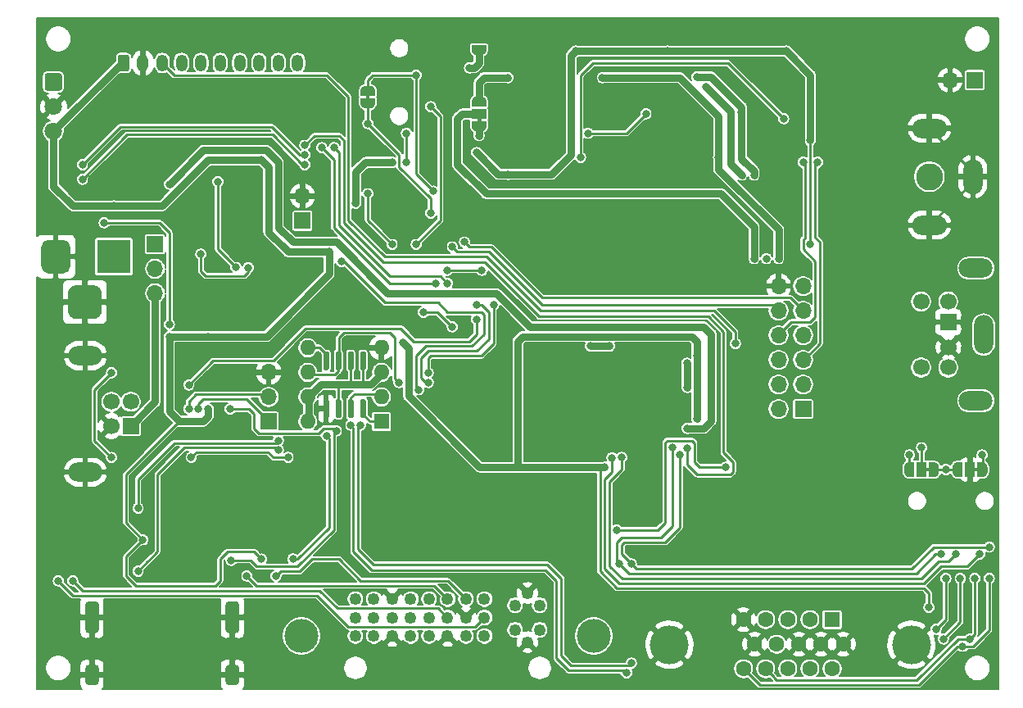
<source format=gbl>
%TF.GenerationSoftware,KiCad,Pcbnew,(5.1.12)-1*%
%TF.CreationDate,2021-12-05T12:23:55+04:00*%
%TF.ProjectId,RTD2662Board,52544432-3636-4324-926f-6172642e6b69,2*%
%TF.SameCoordinates,Original*%
%TF.FileFunction,Copper,L2,Bot*%
%TF.FilePolarity,Positive*%
%FSLAX46Y46*%
G04 Gerber Fmt 4.6, Leading zero omitted, Abs format (unit mm)*
G04 Created by KiCad (PCBNEW (5.1.12)-1) date 2021-12-05 12:23:55*
%MOMM*%
%LPD*%
G01*
G04 APERTURE LIST*
%TA.AperFunction,EtchedComponent*%
%ADD10C,0.100000*%
%TD*%
%TA.AperFunction,SMDPad,CuDef*%
%ADD11C,0.100000*%
%TD*%
%TA.AperFunction,SMDPad,CuDef*%
%ADD12R,1.500000X1.000000*%
%TD*%
%TA.AperFunction,SMDPad,CuDef*%
%ADD13R,1.000000X1.500000*%
%TD*%
%TA.AperFunction,ComponentPad*%
%ADD14O,3.500000X2.000000*%
%TD*%
%TA.AperFunction,ComponentPad*%
%ADD15C,1.700000*%
%TD*%
%TA.AperFunction,ComponentPad*%
%ADD16R,1.700000X1.700000*%
%TD*%
%TA.AperFunction,ComponentPad*%
%ADD17C,2.800000*%
%TD*%
%TA.AperFunction,ComponentPad*%
%ADD18O,3.600000X2.000000*%
%TD*%
%TA.AperFunction,ComponentPad*%
%ADD19O,2.000000X3.600000*%
%TD*%
%TA.AperFunction,ComponentPad*%
%ADD20C,1.800000*%
%TD*%
%TA.AperFunction,ComponentPad*%
%ADD21O,2.000000X4.000000*%
%TD*%
%TA.AperFunction,ComponentPad*%
%ADD22R,3.500000X3.500000*%
%TD*%
%TA.AperFunction,ComponentPad*%
%ADD23R,1.600000X1.600000*%
%TD*%
%TA.AperFunction,ComponentPad*%
%ADD24C,1.600000*%
%TD*%
%TA.AperFunction,ComponentPad*%
%ADD25C,4.000000*%
%TD*%
%TA.AperFunction,ComponentPad*%
%ADD26C,3.500000*%
%TD*%
%TA.AperFunction,ComponentPad*%
%ADD27C,1.250000*%
%TD*%
%TA.AperFunction,ComponentPad*%
%ADD28O,1.200000X1.750000*%
%TD*%
%TA.AperFunction,ComponentPad*%
%ADD29O,1.600000X1.600000*%
%TD*%
%TA.AperFunction,ComponentPad*%
%ADD30O,1.700000X1.700000*%
%TD*%
%TA.AperFunction,ViaPad*%
%ADD31C,0.800000*%
%TD*%
%TA.AperFunction,Conductor*%
%ADD32C,0.750000*%
%TD*%
%TA.AperFunction,Conductor*%
%ADD33C,0.250000*%
%TD*%
%TA.AperFunction,Conductor*%
%ADD34C,0.127000*%
%TD*%
%TA.AperFunction,Conductor*%
%ADD35C,0.100000*%
%TD*%
G04 APERTURE END LIST*
D10*
%TO.C,JP3*%
G36*
X93725000Y-86150000D02*
G01*
X93725000Y-85650000D01*
X93325000Y-85650000D01*
X93325000Y-86150000D01*
X93725000Y-86150000D01*
G37*
%TO.C,JP5*%
G36*
X82200000Y-83750000D02*
G01*
X82200000Y-83250000D01*
X81800000Y-83250000D01*
X81800000Y-83750000D01*
X82200000Y-83750000D01*
G37*
%TO.C,JP2*%
G36*
X145150000Y-121800000D02*
G01*
X144650000Y-121800000D01*
X144650000Y-122200000D01*
X145150000Y-122200000D01*
X145150000Y-121800000D01*
G37*
%TO.C,JP1*%
G36*
X140150000Y-121800000D02*
G01*
X139650000Y-121800000D01*
X139650000Y-122200000D01*
X140150000Y-122200000D01*
X140150000Y-121800000D01*
G37*
%TD*%
%TA.AperFunction,SMDPad,CuDef*%
D11*
%TO.P,JP4,2*%
%TO.N,GND*%
G36*
X92750602Y-77350000D02*
G01*
X92750602Y-77325466D01*
X92755412Y-77276635D01*
X92764984Y-77228510D01*
X92779228Y-77181555D01*
X92798005Y-77136222D01*
X92821136Y-77092949D01*
X92848396Y-77052150D01*
X92879524Y-77014221D01*
X92914221Y-76979524D01*
X92952150Y-76948396D01*
X92992949Y-76921136D01*
X93036222Y-76898005D01*
X93081555Y-76879228D01*
X93128510Y-76864984D01*
X93176635Y-76855412D01*
X93225466Y-76850602D01*
X93250000Y-76850602D01*
X93250000Y-76850000D01*
X93750000Y-76850000D01*
X93750000Y-76850602D01*
X93774534Y-76850602D01*
X93823365Y-76855412D01*
X93871490Y-76864984D01*
X93918445Y-76879228D01*
X93963778Y-76898005D01*
X94007051Y-76921136D01*
X94047850Y-76948396D01*
X94085779Y-76979524D01*
X94120476Y-77014221D01*
X94151604Y-77052150D01*
X94178864Y-77092949D01*
X94201995Y-77136222D01*
X94220772Y-77181555D01*
X94235016Y-77228510D01*
X94244588Y-77276635D01*
X94249398Y-77325466D01*
X94249398Y-77350000D01*
X94250000Y-77350000D01*
X94250000Y-77850000D01*
X92750000Y-77850000D01*
X92750000Y-77350000D01*
X92750602Y-77350000D01*
G37*
%TD.AperFunction*%
%TA.AperFunction,SMDPad,CuDef*%
%TO.P,JP4,1*%
%TO.N,Net-(JP4-Pad1)*%
G36*
X94250000Y-78150000D02*
G01*
X94250000Y-78650000D01*
X94249398Y-78650000D01*
X94249398Y-78674534D01*
X94244588Y-78723365D01*
X94235016Y-78771490D01*
X94220772Y-78818445D01*
X94201995Y-78863778D01*
X94178864Y-78907051D01*
X94151604Y-78947850D01*
X94120476Y-78985779D01*
X94085779Y-79020476D01*
X94047850Y-79051604D01*
X94007051Y-79078864D01*
X93963778Y-79101995D01*
X93918445Y-79120772D01*
X93871490Y-79135016D01*
X93823365Y-79144588D01*
X93774534Y-79149398D01*
X93750000Y-79149398D01*
X93750000Y-79150000D01*
X93250000Y-79150000D01*
X93250000Y-79149398D01*
X93225466Y-79149398D01*
X93176635Y-79144588D01*
X93128510Y-79135016D01*
X93081555Y-79120772D01*
X93036222Y-79101995D01*
X92992949Y-79078864D01*
X92952150Y-79051604D01*
X92914221Y-79020476D01*
X92879524Y-78985779D01*
X92848396Y-78947850D01*
X92821136Y-78907051D01*
X92798005Y-78863778D01*
X92779228Y-78818445D01*
X92764984Y-78771490D01*
X92755412Y-78723365D01*
X92750602Y-78674534D01*
X92750602Y-78650000D01*
X92750000Y-78650000D01*
X92750000Y-78150000D01*
X94250000Y-78150000D01*
G37*
%TD.AperFunction*%
%TD*%
%TA.AperFunction,SMDPad,CuDef*%
%TO.P,JP3,3*%
%TO.N,Net-(C51-Pad1)*%
G36*
X92750602Y-83950000D02*
G01*
X92750602Y-83925466D01*
X92755412Y-83876635D01*
X92764984Y-83828510D01*
X92779228Y-83781555D01*
X92798005Y-83736222D01*
X92821136Y-83692949D01*
X92848396Y-83652150D01*
X92879524Y-83614221D01*
X92914221Y-83579524D01*
X92952150Y-83548396D01*
X92992949Y-83521136D01*
X93036222Y-83498005D01*
X93081555Y-83479228D01*
X93128510Y-83464984D01*
X93176635Y-83455412D01*
X93225466Y-83450602D01*
X93250000Y-83450602D01*
X93250000Y-83450000D01*
X93750000Y-83450000D01*
X93750000Y-83450602D01*
X93774534Y-83450602D01*
X93823365Y-83455412D01*
X93871490Y-83464984D01*
X93918445Y-83479228D01*
X93963778Y-83498005D01*
X94007051Y-83521136D01*
X94047850Y-83548396D01*
X94085779Y-83579524D01*
X94120476Y-83614221D01*
X94151604Y-83652150D01*
X94178864Y-83692949D01*
X94201995Y-83736222D01*
X94220772Y-83781555D01*
X94235016Y-83828510D01*
X94244588Y-83876635D01*
X94249398Y-83925466D01*
X94249398Y-83950000D01*
X94250000Y-83950000D01*
X94250000Y-84500000D01*
X92750000Y-84500000D01*
X92750000Y-83950000D01*
X92750602Y-83950000D01*
G37*
%TD.AperFunction*%
D12*
%TO.P,JP3,2*%
%TO.N,DVCC*%
X93500000Y-85250000D03*
%TA.AperFunction,SMDPad,CuDef*%
D11*
%TO.P,JP3,1*%
%TO.N,Net-(JP3-Pad1)*%
G36*
X94250000Y-86000000D02*
G01*
X94250000Y-86550000D01*
X94249398Y-86550000D01*
X94249398Y-86574534D01*
X94244588Y-86623365D01*
X94235016Y-86671490D01*
X94220772Y-86718445D01*
X94201995Y-86763778D01*
X94178864Y-86807051D01*
X94151604Y-86847850D01*
X94120476Y-86885779D01*
X94085779Y-86920476D01*
X94047850Y-86951604D01*
X94007051Y-86978864D01*
X93963778Y-87001995D01*
X93918445Y-87020772D01*
X93871490Y-87035016D01*
X93823365Y-87044588D01*
X93774534Y-87049398D01*
X93750000Y-87049398D01*
X93750000Y-87050000D01*
X93250000Y-87050000D01*
X93250000Y-87049398D01*
X93225466Y-87049398D01*
X93176635Y-87044588D01*
X93128510Y-87035016D01*
X93081555Y-87020772D01*
X93036222Y-87001995D01*
X92992949Y-86978864D01*
X92952150Y-86951604D01*
X92914221Y-86920476D01*
X92879524Y-86885779D01*
X92848396Y-86847850D01*
X92821136Y-86807051D01*
X92798005Y-86763778D01*
X92779228Y-86718445D01*
X92764984Y-86671490D01*
X92755412Y-86623365D01*
X92750602Y-86574534D01*
X92750602Y-86550000D01*
X92750000Y-86550000D01*
X92750000Y-86000000D01*
X94250000Y-86000000D01*
G37*
%TD.AperFunction*%
%TD*%
%TA.AperFunction,SMDPad,CuDef*%
%TO.P,JP5,1*%
%TO.N,RIGHT-*%
G36*
X82750000Y-83650000D02*
G01*
X82750000Y-84150000D01*
X82749398Y-84150000D01*
X82749398Y-84174534D01*
X82744588Y-84223365D01*
X82735016Y-84271490D01*
X82720772Y-84318445D01*
X82701995Y-84363778D01*
X82678864Y-84407051D01*
X82651604Y-84447850D01*
X82620476Y-84485779D01*
X82585779Y-84520476D01*
X82547850Y-84551604D01*
X82507051Y-84578864D01*
X82463778Y-84601995D01*
X82418445Y-84620772D01*
X82371490Y-84635016D01*
X82323365Y-84644588D01*
X82274534Y-84649398D01*
X82250000Y-84649398D01*
X82250000Y-84650000D01*
X81750000Y-84650000D01*
X81750000Y-84649398D01*
X81725466Y-84649398D01*
X81676635Y-84644588D01*
X81628510Y-84635016D01*
X81581555Y-84620772D01*
X81536222Y-84601995D01*
X81492949Y-84578864D01*
X81452150Y-84551604D01*
X81414221Y-84520476D01*
X81379524Y-84485779D01*
X81348396Y-84447850D01*
X81321136Y-84407051D01*
X81298005Y-84363778D01*
X81279228Y-84318445D01*
X81264984Y-84271490D01*
X81255412Y-84223365D01*
X81250602Y-84174534D01*
X81250602Y-84150000D01*
X81250000Y-84150000D01*
X81250000Y-83650000D01*
X82750000Y-83650000D01*
G37*
%TD.AperFunction*%
%TA.AperFunction,SMDPad,CuDef*%
%TO.P,JP5,2*%
%TO.N,LEFT-*%
G36*
X81250602Y-82850000D02*
G01*
X81250602Y-82825466D01*
X81255412Y-82776635D01*
X81264984Y-82728510D01*
X81279228Y-82681555D01*
X81298005Y-82636222D01*
X81321136Y-82592949D01*
X81348396Y-82552150D01*
X81379524Y-82514221D01*
X81414221Y-82479524D01*
X81452150Y-82448396D01*
X81492949Y-82421136D01*
X81536222Y-82398005D01*
X81581555Y-82379228D01*
X81628510Y-82364984D01*
X81676635Y-82355412D01*
X81725466Y-82350602D01*
X81750000Y-82350602D01*
X81750000Y-82350000D01*
X82250000Y-82350000D01*
X82250000Y-82350602D01*
X82274534Y-82350602D01*
X82323365Y-82355412D01*
X82371490Y-82364984D01*
X82418445Y-82379228D01*
X82463778Y-82398005D01*
X82507051Y-82421136D01*
X82547850Y-82448396D01*
X82585779Y-82479524D01*
X82620476Y-82514221D01*
X82651604Y-82552150D01*
X82678864Y-82592949D01*
X82701995Y-82636222D01*
X82720772Y-82681555D01*
X82735016Y-82728510D01*
X82744588Y-82776635D01*
X82749398Y-82825466D01*
X82749398Y-82850000D01*
X82750000Y-82850000D01*
X82750000Y-83350000D01*
X81250000Y-83350000D01*
X81250000Y-82850000D01*
X81250602Y-82850000D01*
G37*
%TD.AperFunction*%
%TD*%
%TA.AperFunction,SMDPad,CuDef*%
%TO.P,JP2,3*%
%TO.N,Net-(J3-PadR2)*%
G36*
X142950000Y-122749398D02*
G01*
X142925466Y-122749398D01*
X142876635Y-122744588D01*
X142828510Y-122735016D01*
X142781555Y-122720772D01*
X142736222Y-122701995D01*
X142692949Y-122678864D01*
X142652150Y-122651604D01*
X142614221Y-122620476D01*
X142579524Y-122585779D01*
X142548396Y-122547850D01*
X142521136Y-122507051D01*
X142498005Y-122463778D01*
X142479228Y-122418445D01*
X142464984Y-122371490D01*
X142455412Y-122323365D01*
X142450602Y-122274534D01*
X142450602Y-122250000D01*
X142450000Y-122250000D01*
X142450000Y-121750000D01*
X142450602Y-121750000D01*
X142450602Y-121725466D01*
X142455412Y-121676635D01*
X142464984Y-121628510D01*
X142479228Y-121581555D01*
X142498005Y-121536222D01*
X142521136Y-121492949D01*
X142548396Y-121452150D01*
X142579524Y-121414221D01*
X142614221Y-121379524D01*
X142652150Y-121348396D01*
X142692949Y-121321136D01*
X142736222Y-121298005D01*
X142781555Y-121279228D01*
X142828510Y-121264984D01*
X142876635Y-121255412D01*
X142925466Y-121250602D01*
X142950000Y-121250602D01*
X142950000Y-121250000D01*
X143500000Y-121250000D01*
X143500000Y-122750000D01*
X142950000Y-122750000D01*
X142950000Y-122749398D01*
G37*
%TD.AperFunction*%
D13*
%TO.P,JP2,2*%
%TO.N,GND*%
X144250000Y-122000000D03*
%TA.AperFunction,SMDPad,CuDef*%
D11*
%TO.P,JP2,1*%
%TO.N,Net-(J3-PadS)*%
G36*
X145000000Y-121250000D02*
G01*
X145550000Y-121250000D01*
X145550000Y-121250602D01*
X145574534Y-121250602D01*
X145623365Y-121255412D01*
X145671490Y-121264984D01*
X145718445Y-121279228D01*
X145763778Y-121298005D01*
X145807051Y-121321136D01*
X145847850Y-121348396D01*
X145885779Y-121379524D01*
X145920476Y-121414221D01*
X145951604Y-121452150D01*
X145978864Y-121492949D01*
X146001995Y-121536222D01*
X146020772Y-121581555D01*
X146035016Y-121628510D01*
X146044588Y-121676635D01*
X146049398Y-121725466D01*
X146049398Y-121750000D01*
X146050000Y-121750000D01*
X146050000Y-122250000D01*
X146049398Y-122250000D01*
X146049398Y-122274534D01*
X146044588Y-122323365D01*
X146035016Y-122371490D01*
X146020772Y-122418445D01*
X146001995Y-122463778D01*
X145978864Y-122507051D01*
X145951604Y-122547850D01*
X145920476Y-122585779D01*
X145885779Y-122620476D01*
X145847850Y-122651604D01*
X145807051Y-122678864D01*
X145763778Y-122701995D01*
X145718445Y-122720772D01*
X145671490Y-122735016D01*
X145623365Y-122744588D01*
X145574534Y-122749398D01*
X145550000Y-122749398D01*
X145550000Y-122750000D01*
X145000000Y-122750000D01*
X145000000Y-121250000D01*
G37*
%TD.AperFunction*%
%TD*%
%TA.AperFunction,SMDPad,CuDef*%
%TO.P,JP1,3*%
%TO.N,Net-(J3-PadS)*%
G36*
X137950000Y-122749398D02*
G01*
X137925466Y-122749398D01*
X137876635Y-122744588D01*
X137828510Y-122735016D01*
X137781555Y-122720772D01*
X137736222Y-122701995D01*
X137692949Y-122678864D01*
X137652150Y-122651604D01*
X137614221Y-122620476D01*
X137579524Y-122585779D01*
X137548396Y-122547850D01*
X137521136Y-122507051D01*
X137498005Y-122463778D01*
X137479228Y-122418445D01*
X137464984Y-122371490D01*
X137455412Y-122323365D01*
X137450602Y-122274534D01*
X137450602Y-122250000D01*
X137450000Y-122250000D01*
X137450000Y-121750000D01*
X137450602Y-121750000D01*
X137450602Y-121725466D01*
X137455412Y-121676635D01*
X137464984Y-121628510D01*
X137479228Y-121581555D01*
X137498005Y-121536222D01*
X137521136Y-121492949D01*
X137548396Y-121452150D01*
X137579524Y-121414221D01*
X137614221Y-121379524D01*
X137652150Y-121348396D01*
X137692949Y-121321136D01*
X137736222Y-121298005D01*
X137781555Y-121279228D01*
X137828510Y-121264984D01*
X137876635Y-121255412D01*
X137925466Y-121250602D01*
X137950000Y-121250602D01*
X137950000Y-121250000D01*
X138500000Y-121250000D01*
X138500000Y-122750000D01*
X137950000Y-122750000D01*
X137950000Y-122749398D01*
G37*
%TD.AperFunction*%
D13*
%TO.P,JP1,2*%
%TO.N,_R_Pr+*%
X139250000Y-122000000D03*
%TA.AperFunction,SMDPad,CuDef*%
D11*
%TO.P,JP1,1*%
%TO.N,Net-(J3-PadR2)*%
G36*
X140000000Y-121250000D02*
G01*
X140550000Y-121250000D01*
X140550000Y-121250602D01*
X140574534Y-121250602D01*
X140623365Y-121255412D01*
X140671490Y-121264984D01*
X140718445Y-121279228D01*
X140763778Y-121298005D01*
X140807051Y-121321136D01*
X140847850Y-121348396D01*
X140885779Y-121379524D01*
X140920476Y-121414221D01*
X140951604Y-121452150D01*
X140978864Y-121492949D01*
X141001995Y-121536222D01*
X141020772Y-121581555D01*
X141035016Y-121628510D01*
X141044588Y-121676635D01*
X141049398Y-121725466D01*
X141049398Y-121750000D01*
X141050000Y-121750000D01*
X141050000Y-122250000D01*
X141049398Y-122250000D01*
X141049398Y-122274534D01*
X141044588Y-122323365D01*
X141035016Y-122371490D01*
X141020772Y-122418445D01*
X141001995Y-122463778D01*
X140978864Y-122507051D01*
X140951604Y-122547850D01*
X140920476Y-122585779D01*
X140885779Y-122620476D01*
X140847850Y-122651604D01*
X140807051Y-122678864D01*
X140763778Y-122701995D01*
X140718445Y-122720772D01*
X140671490Y-122735016D01*
X140623365Y-122744588D01*
X140574534Y-122749398D01*
X140550000Y-122749398D01*
X140550000Y-122750000D01*
X140000000Y-122750000D01*
X140000000Y-121250000D01*
G37*
%TD.AperFunction*%
%TD*%
D14*
%TO.P,J8,5*%
%TO.N,GND*%
X52790000Y-110230000D03*
X52790000Y-122270000D03*
D15*
%TO.P,J8,4*%
X55500000Y-117500000D03*
%TO.P,J8,3*%
%TO.N,/D+*%
X55500000Y-115000000D03*
%TO.P,J8,2*%
%TO.N,/D-*%
X57500000Y-115000000D03*
D16*
%TO.P,J8,1*%
%TO.N,VUSB*%
X57500000Y-117500000D03*
%TD*%
D17*
%TO.P,J5,1*%
%TO.N,_CVBS0+*%
X140050000Y-91750000D03*
D18*
%TO.P,J5,2*%
%TO.N,GND*%
X140050000Y-96750000D03*
X140050000Y-86750000D03*
D19*
X144550000Y-91750000D03*
%TD*%
%TO.P,U3,1*%
%TO.N,IRDA*%
%TA.AperFunction,ComponentPad*%
G36*
G01*
X48850200Y-81060000D02*
X50149800Y-81060000D01*
G75*
G02*
X50400000Y-81310200I0J-250200D01*
G01*
X50400000Y-82609800D01*
G75*
G02*
X50149800Y-82860000I-250200J0D01*
G01*
X48850200Y-82860000D01*
G75*
G02*
X48600000Y-82609800I0J250200D01*
G01*
X48600000Y-81310200D01*
G75*
G02*
X48850200Y-81060000I250200J0D01*
G01*
G37*
%TD.AperFunction*%
D20*
%TO.P,U3,2*%
%TO.N,GND*%
X49500000Y-84500000D03*
%TO.P,U3,3*%
%TO.N,+3V3*%
X49500000Y-87040000D03*
%TD*%
D21*
%TO.P,J7,7*%
%TO.N,N/C*%
X145650000Y-108050000D03*
D15*
%TO.P,J7,6*%
X139200000Y-111450000D03*
%TO.P,J7,5*%
X139200000Y-104650000D03*
%TO.P,J7,4*%
%TO.N,_S_C+*%
X142000000Y-111450000D03*
%TO.P,J7,3*%
%TO.N,_S_Y+*%
X142000000Y-104650000D03*
%TO.P,J7,2*%
%TO.N,GND*%
X142000000Y-109350000D03*
D16*
%TO.P,J7,1*%
X142000000Y-106750000D03*
D14*
%TO.P,J7,7*%
%TO.N,N/C*%
X144850000Y-101200000D03*
X144850000Y-114900000D03*
%TD*%
D22*
%TO.P,J14,1*%
%TO.N,Net-(J14-Pad1)*%
X55750000Y-100000000D03*
%TO.P,J14,2*%
%TO.N,GND*%
%TA.AperFunction,ComponentPad*%
G36*
G01*
X48250000Y-101000000D02*
X48250000Y-99000000D01*
G75*
G02*
X49000000Y-98250000I750000J0D01*
G01*
X50500000Y-98250000D01*
G75*
G02*
X51250000Y-99000000I0J-750000D01*
G01*
X51250000Y-101000000D01*
G75*
G02*
X50500000Y-101750000I-750000J0D01*
G01*
X49000000Y-101750000D01*
G75*
G02*
X48250000Y-101000000I0J750000D01*
G01*
G37*
%TD.AperFunction*%
%TA.AperFunction,ComponentPad*%
G36*
G01*
X51000000Y-105575000D02*
X51000000Y-103825000D01*
G75*
G02*
X51875000Y-102950000I875000J0D01*
G01*
X53625000Y-102950000D01*
G75*
G02*
X54500000Y-103825000I0J-875000D01*
G01*
X54500000Y-105575000D01*
G75*
G02*
X53625000Y-106450000I-875000J0D01*
G01*
X51875000Y-106450000D01*
G75*
G02*
X51000000Y-105575000I0J875000D01*
G01*
G37*
%TD.AperFunction*%
%TD*%
D23*
%TO.P,J4,1*%
%TO.N,_VGA_R+*%
X130000000Y-137500000D03*
D24*
%TO.P,J4,2*%
%TO.N,_VGA_G+*%
X127710000Y-137500000D03*
%TO.P,J4,3*%
%TO.N,_VGA_B+*%
X125420000Y-137500000D03*
%TO.P,J4,4*%
%TO.N,Net-(J4-Pad4)*%
X123130000Y-137500000D03*
%TO.P,J4,5*%
%TO.N,GND*%
X120840000Y-137500000D03*
%TO.P,J4,6*%
X131145000Y-140040000D03*
%TO.P,J4,7*%
X128855000Y-140040000D03*
%TO.P,J4,8*%
X126565000Y-140040000D03*
%TO.P,J4,9*%
%TO.N,Net-(J4-Pad9)*%
X124275000Y-140040000D03*
%TO.P,J4,10*%
%TO.N,GND*%
X121985000Y-140040000D03*
%TO.P,J4,11*%
%TO.N,Net-(J4-Pad11)*%
X130000000Y-142580000D03*
%TO.P,J4,12*%
%TO.N,Net-(D11-Pad1)*%
X127710000Y-142580000D03*
%TO.P,J4,13*%
%TO.N,Net-(D12-Pad1)*%
X125420000Y-142580000D03*
%TO.P,J4,14*%
%TO.N,Net-(D13-Pad1)*%
X123130000Y-142580000D03*
%TO.P,J4,15*%
%TO.N,Net-(D14-Pad1)*%
X120840000Y-142580000D03*
D25*
%TO.P,J4,0*%
%TO.N,GND*%
X113185000Y-140110000D03*
X138185000Y-140110000D03*
%TD*%
D26*
%TO.P,J1,*%
%TO.N,*%
X105360460Y-139198000D03*
D27*
%TO.P,J1,3*%
%TO.N,GND*%
X84535000Y-135388000D03*
%TO.P,J1,2*%
%TO.N,DVI_2+*%
X82630000Y-135388000D03*
%TO.P,J1,1*%
%TO.N,DVI_2-*%
X80725000Y-135388000D03*
%TO.P,J1,4*%
%TO.N,Net-(J1-Pad4)*%
X86440000Y-135388000D03*
%TO.P,J1,5*%
%TO.N,Net-(J1-Pad5)*%
X88345000Y-135388000D03*
%TO.P,J1,9*%
%TO.N,DVI_1-*%
X80725000Y-137293000D03*
%TO.P,J1,7*%
%TO.N,Net-(J1-Pad7)*%
X92155000Y-135388000D03*
%TO.P,J1,6*%
%TO.N,Net-(J1-Pad6)*%
X90250000Y-135388000D03*
D26*
%TO.P,J1,*%
%TO.N,*%
X75139540Y-139198000D03*
D27*
%TO.P,J1,10*%
%TO.N,DVI_1+*%
X82630000Y-137293000D03*
%TO.P,J1,11*%
%TO.N,GND*%
X84535000Y-137293000D03*
%TO.P,J1,12*%
%TO.N,Net-(J1-Pad12)*%
X86440000Y-137293000D03*
%TO.P,J1,13*%
%TO.N,Net-(J1-Pad13)*%
X88345000Y-137293000D03*
%TO.P,J1,14*%
%TO.N,Net-(J1-Pad14)*%
X90250000Y-137293000D03*
%TO.P,J1,15*%
%TO.N,GND*%
X92155000Y-137293000D03*
%TO.P,J1,16*%
%TO.N,Net-(J1-Pad16)*%
X94060000Y-137293000D03*
%TO.P,J1,17*%
%TO.N,DVI_0-*%
X80725000Y-139198000D03*
%TO.P,J1,18*%
%TO.N,DVI_0+*%
X82630000Y-139198000D03*
%TO.P,J1,19*%
%TO.N,GND*%
X84535000Y-139198000D03*
%TO.P,J1,20*%
%TO.N,Net-(J1-Pad20)*%
X86440000Y-139198000D03*
%TO.P,J1,21*%
%TO.N,Net-(J1-Pad21)*%
X88345000Y-139198000D03*
%TO.P,J1,22*%
%TO.N,GND*%
X90250000Y-139198000D03*
%TO.P,J1,23*%
%TO.N,DVI_C+*%
X92155000Y-139198000D03*
%TO.P,J1,24*%
%TO.N,DVI_C-*%
X94060000Y-139198000D03*
%TO.P,J1,8*%
%TO.N,Net-(J1-Pad8)*%
X94060000Y-135388000D03*
%TO.P,J1,C2*%
%TO.N,Net-(J1-PadC2)*%
X99775000Y-136023000D03*
%TO.P,J1,C1*%
%TO.N,Net-(J1-PadC1)*%
X97235000Y-136023000D03*
%TO.P,J1,C3*%
%TO.N,Net-(J1-PadC3)*%
X97235000Y-138563000D03*
%TO.P,J1,C4*%
%TO.N,Net-(J1-PadC4)*%
X99775000Y-138563000D03*
%TO.P,J1,C5*%
%TO.N,GND*%
X98505000Y-134753000D03*
X98505000Y-139833000D03*
%TD*%
%TO.P,J2,SH*%
%TO.N,GND*%
%TA.AperFunction,ComponentPad*%
G36*
G01*
X67300000Y-138560000D02*
X67300000Y-135960000D01*
G75*
G02*
X67650000Y-135610000I350000J0D01*
G01*
X68350000Y-135610000D01*
G75*
G02*
X68700000Y-135960000I0J-350000D01*
G01*
X68700000Y-138560000D01*
G75*
G02*
X68350000Y-138910000I-350000J0D01*
G01*
X67650000Y-138910000D01*
G75*
G02*
X67300000Y-138560000I0J350000D01*
G01*
G37*
%TD.AperFunction*%
%TA.AperFunction,ComponentPad*%
G36*
G01*
X52800000Y-138560000D02*
X52800000Y-135960000D01*
G75*
G02*
X53150000Y-135610000I350000J0D01*
G01*
X53850000Y-135610000D01*
G75*
G02*
X54200000Y-135960000I0J-350000D01*
G01*
X54200000Y-138560000D01*
G75*
G02*
X53850000Y-138910000I-350000J0D01*
G01*
X53150000Y-138910000D01*
G75*
G02*
X52800000Y-138560000I0J350000D01*
G01*
G37*
%TD.AperFunction*%
%TA.AperFunction,ComponentPad*%
G36*
G01*
X52800000Y-143920000D02*
X52800000Y-142520000D01*
G75*
G02*
X53150000Y-142170000I350000J0D01*
G01*
X53850000Y-142170000D01*
G75*
G02*
X54200000Y-142520000I0J-350000D01*
G01*
X54200000Y-143920000D01*
G75*
G02*
X53850000Y-144270000I-350000J0D01*
G01*
X53150000Y-144270000D01*
G75*
G02*
X52800000Y-143920000I0J350000D01*
G01*
G37*
%TD.AperFunction*%
%TA.AperFunction,ComponentPad*%
G36*
G01*
X67300000Y-143920000D02*
X67300000Y-142520000D01*
G75*
G02*
X67650000Y-142170000I350000J0D01*
G01*
X68350000Y-142170000D01*
G75*
G02*
X68700000Y-142520000I0J-350000D01*
G01*
X68700000Y-143920000D01*
G75*
G02*
X68350000Y-144270000I-350000J0D01*
G01*
X67650000Y-144270000D01*
G75*
G02*
X67300000Y-143920000I0J350000D01*
G01*
G37*
%TD.AperFunction*%
%TD*%
%TO.P,J9,1*%
%TO.N,+3V3*%
%TA.AperFunction,ComponentPad*%
G36*
G01*
X56150000Y-80625400D02*
X56150000Y-79374600D01*
G75*
G02*
X56399600Y-79125000I249600J0D01*
G01*
X57100400Y-79125000D01*
G75*
G02*
X57350000Y-79374600I0J-249600D01*
G01*
X57350000Y-80625400D01*
G75*
G02*
X57100400Y-80875000I-249600J0D01*
G01*
X56399600Y-80875000D01*
G75*
G02*
X56150000Y-80625400I0J249600D01*
G01*
G37*
%TD.AperFunction*%
D28*
%TO.P,J9,2*%
%TO.N,GND*%
X58750000Y-80000000D03*
%TO.P,J9,3*%
%TO.N,IRDA*%
X60750000Y-80000000D03*
%TO.P,J9,4*%
%TO.N,BUTTONS*%
X62750000Y-80000000D03*
%TO.P,J9,5*%
%TO.N,MENUB*%
X64750000Y-80000000D03*
%TO.P,J9,6*%
%TO.N,UPB*%
X66750000Y-80000000D03*
%TO.P,J9,7*%
%TO.N,DWNB*%
X68750000Y-80000000D03*
%TO.P,J9,8*%
%TO.N,SRCB*%
X70750000Y-80000000D03*
%TO.P,J9,9*%
%TO.N,Net-(J9-Pad9)*%
X72750000Y-80000000D03*
%TO.P,J9,10*%
%TO.N,Net-(J9-Pad10)*%
X74750000Y-80000000D03*
%TD*%
%TO.P,U10,1*%
%TO.N,Net-(RN2-Pad8)*%
%TA.AperFunction,SMDPad,CuDef*%
G36*
G01*
X81655000Y-116680000D02*
X81355000Y-116680000D01*
G75*
G02*
X81205000Y-116530000I0J150000D01*
G01*
X81205000Y-114880000D01*
G75*
G02*
X81355000Y-114730000I150000J0D01*
G01*
X81655000Y-114730000D01*
G75*
G02*
X81805000Y-114880000I0J-150000D01*
G01*
X81805000Y-116530000D01*
G75*
G02*
X81655000Y-116680000I-150000J0D01*
G01*
G37*
%TD.AperFunction*%
%TO.P,U10,2*%
%TO.N,Net-(RN2-Pad7)*%
%TA.AperFunction,SMDPad,CuDef*%
G36*
G01*
X80385000Y-116680000D02*
X80085000Y-116680000D01*
G75*
G02*
X79935000Y-116530000I0J150000D01*
G01*
X79935000Y-114880000D01*
G75*
G02*
X80085000Y-114730000I150000J0D01*
G01*
X80385000Y-114730000D01*
G75*
G02*
X80535000Y-114880000I0J-150000D01*
G01*
X80535000Y-116530000D01*
G75*
G02*
X80385000Y-116680000I-150000J0D01*
G01*
G37*
%TD.AperFunction*%
%TO.P,U10,3*%
%TO.N,Net-(D23-Pad1)*%
%TA.AperFunction,SMDPad,CuDef*%
G36*
G01*
X79115000Y-116680000D02*
X78815000Y-116680000D01*
G75*
G02*
X78665000Y-116530000I0J150000D01*
G01*
X78665000Y-114880000D01*
G75*
G02*
X78815000Y-114730000I150000J0D01*
G01*
X79115000Y-114730000D01*
G75*
G02*
X79265000Y-114880000I0J-150000D01*
G01*
X79265000Y-116530000D01*
G75*
G02*
X79115000Y-116680000I-150000J0D01*
G01*
G37*
%TD.AperFunction*%
%TO.P,U10,4*%
%TO.N,GND*%
%TA.AperFunction,SMDPad,CuDef*%
G36*
G01*
X77845000Y-116680000D02*
X77545000Y-116680000D01*
G75*
G02*
X77395000Y-116530000I0J150000D01*
G01*
X77395000Y-114880000D01*
G75*
G02*
X77545000Y-114730000I150000J0D01*
G01*
X77845000Y-114730000D01*
G75*
G02*
X77995000Y-114880000I0J-150000D01*
G01*
X77995000Y-116530000D01*
G75*
G02*
X77845000Y-116680000I-150000J0D01*
G01*
G37*
%TD.AperFunction*%
%TO.P,U10,5*%
%TO.N,Net-(RN2-Pad6)*%
%TA.AperFunction,SMDPad,CuDef*%
G36*
G01*
X77845000Y-111730000D02*
X77545000Y-111730000D01*
G75*
G02*
X77395000Y-111580000I0J150000D01*
G01*
X77395000Y-109930000D01*
G75*
G02*
X77545000Y-109780000I150000J0D01*
G01*
X77845000Y-109780000D01*
G75*
G02*
X77995000Y-109930000I0J-150000D01*
G01*
X77995000Y-111580000D01*
G75*
G02*
X77845000Y-111730000I-150000J0D01*
G01*
G37*
%TD.AperFunction*%
%TO.P,U10,6*%
%TO.N,Net-(RN2-Pad5)*%
%TA.AperFunction,SMDPad,CuDef*%
G36*
G01*
X79115000Y-111730000D02*
X78815000Y-111730000D01*
G75*
G02*
X78665000Y-111580000I0J150000D01*
G01*
X78665000Y-109930000D01*
G75*
G02*
X78815000Y-109780000I150000J0D01*
G01*
X79115000Y-109780000D01*
G75*
G02*
X79265000Y-109930000I0J-150000D01*
G01*
X79265000Y-111580000D01*
G75*
G02*
X79115000Y-111730000I-150000J0D01*
G01*
G37*
%TD.AperFunction*%
%TO.P,U10,7*%
%TO.N,Net-(D23-Pad1)*%
%TA.AperFunction,SMDPad,CuDef*%
G36*
G01*
X80385000Y-111730000D02*
X80085000Y-111730000D01*
G75*
G02*
X79935000Y-111580000I0J150000D01*
G01*
X79935000Y-109930000D01*
G75*
G02*
X80085000Y-109780000I150000J0D01*
G01*
X80385000Y-109780000D01*
G75*
G02*
X80535000Y-109930000I0J-150000D01*
G01*
X80535000Y-111580000D01*
G75*
G02*
X80385000Y-111730000I-150000J0D01*
G01*
G37*
%TD.AperFunction*%
%TO.P,U10,8*%
%TA.AperFunction,SMDPad,CuDef*%
G36*
G01*
X81655000Y-111730000D02*
X81355000Y-111730000D01*
G75*
G02*
X81205000Y-111580000I0J150000D01*
G01*
X81205000Y-109930000D01*
G75*
G02*
X81355000Y-109780000I150000J0D01*
G01*
X81655000Y-109780000D01*
G75*
G02*
X81805000Y-109930000I0J-150000D01*
G01*
X81805000Y-111580000D01*
G75*
G02*
X81655000Y-111730000I-150000J0D01*
G01*
G37*
%TD.AperFunction*%
D29*
%TO.P,U10,7*%
X75790000Y-114500000D03*
%TO.P,U10,6*%
%TO.N,Net-(RN2-Pad5)*%
X75790000Y-111960000D03*
%TO.P,U10,5*%
%TO.N,Net-(RN2-Pad6)*%
X75790000Y-109420000D03*
%TO.P,U10,8*%
%TO.N,Net-(D23-Pad1)*%
X75790000Y-117040000D03*
%TO.P,U10,4*%
%TO.N,GND*%
X83410000Y-109420000D03*
%TO.P,U10,3*%
%TO.N,Net-(D23-Pad1)*%
X83410000Y-111960000D03*
%TO.P,U10,2*%
%TO.N,Net-(RN2-Pad7)*%
X83410000Y-114500000D03*
D23*
%TO.P,U10,1*%
%TO.N,Net-(RN2-Pad8)*%
X83410000Y-117040000D03*
%TD*%
D30*
%TO.P,J15,12*%
%TO.N,GND*%
X124460000Y-103050000D03*
%TO.P,J15,11*%
%TO.N,+3V3*%
X127000000Y-103050000D03*
%TO.P,J15,10*%
%TO.N,I2S_SDAT2*%
X124460000Y-105590000D03*
%TO.P,J15,9*%
%TO.N,I2S_SDAT1*%
X127000000Y-105590000D03*
%TO.P,J15,8*%
%TO.N,EIO7*%
X124460000Y-108130000D03*
%TO.P,J15,7*%
%TO.N,EIO0*%
X127000000Y-108130000D03*
%TO.P,J15,6*%
%TO.N,EIO5*%
X124460000Y-110670000D03*
%TO.P,J15,5*%
%TO.N,EIO6*%
X127000000Y-110670000D03*
%TO.P,J15,4*%
%TO.N,EIO3*%
X124460000Y-113210000D03*
%TO.P,J15,3*%
%TO.N,EIO4*%
X127000000Y-113210000D03*
%TO.P,J15,2*%
%TO.N,EIO1*%
X124460000Y-115750000D03*
D16*
%TO.P,J15,1*%
%TO.N,EIO2*%
X127000000Y-115750000D03*
%TD*%
D30*
%TO.P,J12,2*%
%TO.N,GND*%
X75250000Y-93750000D03*
D16*
%TO.P,J12,1*%
%TO.N,I2S_SDAT3*%
X75250000Y-96290000D03*
%TD*%
%TO.P,J6,1*%
%TO.N,_CVBS1+*%
X144750000Y-81750000D03*
D30*
%TO.P,J6,2*%
%TO.N,GND*%
X142210000Y-81750000D03*
%TD*%
%TO.P,JP6,3*%
%TO.N,VUSB*%
X60000000Y-103790000D03*
%TO.P,JP6,2*%
%TO.N,Net-(JP6-Pad2)*%
X60000000Y-101250000D03*
D16*
%TO.P,JP6,1*%
%TO.N,Net-(J14-Pad1)*%
X60000000Y-98710000D03*
%TD*%
%TO.P,J10,1*%
%TO.N,TX*%
X71750000Y-117040000D03*
D30*
%TO.P,J10,2*%
%TO.N,RX*%
X71750000Y-114500000D03*
%TO.P,J10,3*%
%TO.N,GND*%
X71750000Y-111960000D03*
%TD*%
D31*
%TO.N,+3V3*%
X116000000Y-116750000D03*
X97500000Y-121750000D03*
X116000000Y-110250000D03*
X106500000Y-121750000D03*
X71000000Y-90000000D03*
X140000000Y-136250000D03*
X65500000Y-108250000D03*
X61500000Y-108250000D03*
X65500000Y-115750000D03*
X58750000Y-129250000D03*
X71000000Y-131250000D03*
X84500000Y-90250000D03*
X55750000Y-94750000D03*
X78000000Y-99500000D03*
X127750000Y-88000000D03*
X127750000Y-98750000D03*
X103500000Y-78750000D03*
X113000000Y-78750000D03*
X125250000Y-78750000D03*
X103000000Y-89500000D03*
X80750000Y-94500000D03*
X85625000Y-108875000D03*
X93250000Y-89250000D03*
X96500000Y-91500014D03*
%TO.N,IRDA*%
X120000000Y-109000000D03*
%TO.N,TX*%
X113500000Y-119750000D03*
X64500000Y-115750000D03*
X108000000Y-131750000D03*
X108750000Y-143000000D03*
X80250000Y-117400000D03*
X141250000Y-130750000D03*
%TO.N,RX*%
X63500000Y-115750000D03*
X109250000Y-131750000D03*
X109250000Y-142000000D03*
X114250004Y-120499996D03*
X81250000Y-117400000D03*
X146250000Y-130000000D03*
%TO.N,+1V8*%
X107000000Y-109250000D03*
X105000000Y-109250000D03*
X115000000Y-110999996D03*
X115012653Y-113512653D03*
X115012653Y-117737347D03*
X61500000Y-92500000D03*
%TO.N,VGA_HS*%
X108250000Y-120750000D03*
X142749978Y-130750000D03*
%TO.N,VGA_VS*%
X107250000Y-120775000D03*
X145250000Y-130750000D03*
%TO.N,Net-(RN1-Pad6)*%
X87750000Y-105750000D03*
X90725000Y-107250000D03*
%TO.N,GND*%
X103000000Y-113250000D03*
X103000000Y-114750000D03*
X103000000Y-116250000D03*
X103000000Y-117750000D03*
X110500000Y-113250000D03*
X109750000Y-114000000D03*
X109000000Y-114750000D03*
X110500000Y-114750000D03*
X109750000Y-115500000D03*
X110500000Y-116250000D03*
X110500000Y-117750000D03*
X109750000Y-117000000D03*
X109000000Y-116250000D03*
X103750000Y-114000000D03*
X103750000Y-115500000D03*
X103750000Y-117000000D03*
X104500000Y-116250000D03*
X104500000Y-114750000D03*
X108250000Y-118500000D03*
X106750000Y-118500000D03*
X105250000Y-118500000D03*
X107500000Y-117750000D03*
X106000000Y-117750000D03*
X103750000Y-118500000D03*
X104500000Y-117750000D03*
X109750000Y-112500000D03*
X109000000Y-113250000D03*
X108250000Y-112500000D03*
X106750000Y-112500000D03*
X105250000Y-112500000D03*
X106000000Y-113250000D03*
X107500000Y-113250000D03*
X108250000Y-114000000D03*
X108250000Y-115500000D03*
X106750000Y-114000000D03*
X105250000Y-115500000D03*
X105250000Y-117000000D03*
X106750000Y-117000000D03*
X107500000Y-114750000D03*
X106000000Y-116250000D03*
X109750000Y-118500000D03*
X109000000Y-117750000D03*
X108250000Y-117000000D03*
X107500000Y-116250000D03*
X106750000Y-115500000D03*
X84500000Y-94500000D03*
X86000000Y-94500000D03*
X85250000Y-93750000D03*
X85250000Y-95250000D03*
X86750000Y-95250000D03*
X86750000Y-93750000D03*
X83750000Y-93750000D03*
X83750000Y-95250000D03*
X92000000Y-122000000D03*
X92750000Y-124500000D03*
X66250000Y-129750000D03*
X64750000Y-128250000D03*
X63000000Y-127000000D03*
X112262653Y-103524990D03*
X106250000Y-103500000D03*
X121750000Y-116500000D03*
X107750000Y-127250000D03*
X120500000Y-121750000D03*
X59500000Y-126000000D03*
X92000000Y-117500000D03*
X93750000Y-111000000D03*
X91500000Y-102750000D03*
X121200000Y-110800000D03*
X76750000Y-82750000D03*
X83500000Y-106500000D03*
X113500000Y-85500000D03*
X98000000Y-89250000D03*
X79500000Y-124750000D03*
X69500000Y-97500000D03*
X69500000Y-96000000D03*
X68000000Y-96750000D03*
X68500000Y-96000000D03*
X68500000Y-97500000D03*
X70000000Y-96750000D03*
X69000000Y-96750000D03*
X103750000Y-112500000D03*
X104500000Y-113250000D03*
X106000000Y-114750000D03*
X105250000Y-114000000D03*
X49044048Y-79758333D03*
X49044048Y-94758333D03*
X49044048Y-103758333D03*
X49044048Y-107758333D03*
X49044048Y-111758333D03*
X49044048Y-115758333D03*
X49044048Y-119758333D03*
X49044048Y-123758333D03*
X49044048Y-130758333D03*
X49044048Y-135758333D03*
X49044048Y-139758333D03*
X51044048Y-88758333D03*
X53044048Y-76758333D03*
X53044048Y-80758333D03*
X53044048Y-96758333D03*
X53044048Y-100758333D03*
X53044048Y-125758333D03*
X53044048Y-130758333D03*
X53044048Y-140758333D03*
X56044048Y-104758333D03*
X57044048Y-76758333D03*
X57044048Y-82758333D03*
X57044048Y-108758333D03*
X57044048Y-119758333D03*
X57044048Y-138758333D03*
X57044048Y-142758333D03*
X58044048Y-88758333D03*
X59044048Y-123758333D03*
X61044048Y-81758333D03*
X61044048Y-95758333D03*
X61044048Y-140758333D03*
X62044048Y-77758333D03*
X62044048Y-88758333D03*
X64044048Y-104758333D03*
X65044048Y-82758333D03*
X65044048Y-140758333D03*
X66044048Y-122758333D03*
X68044048Y-76758333D03*
X68044048Y-106758333D03*
X68044048Y-133758333D03*
X69044048Y-84758333D03*
X69044048Y-111758333D03*
X69044048Y-140758333D03*
X72044048Y-100758333D03*
X72044048Y-135758333D03*
X73044048Y-141758333D03*
X74044048Y-77758333D03*
X74044048Y-110758333D03*
X74044048Y-114758333D03*
X76044048Y-124758333D03*
X77044048Y-141758333D03*
X78044048Y-78758333D03*
X82044048Y-76758333D03*
X82044048Y-122758333D03*
X82044048Y-140758333D03*
X85044048Y-82758333D03*
X86044048Y-76758333D03*
X86044048Y-124758333D03*
X86044048Y-140758333D03*
X89044048Y-81758333D03*
X89044048Y-98758333D03*
X90044048Y-76758333D03*
X90044048Y-140758333D03*
X91044048Y-92758333D03*
X94044048Y-76758333D03*
X94044048Y-140758333D03*
X95044048Y-82758333D03*
X95800000Y-106000000D03*
X96044048Y-123758333D03*
X99044048Y-85758333D03*
X99044048Y-110758333D03*
X99044048Y-114758333D03*
X99044048Y-118758333D03*
X103044048Y-91758333D03*
X103044048Y-110758333D03*
X103044048Y-120758333D03*
X103044048Y-136758333D03*
X104044048Y-76758333D03*
X105044048Y-85758333D03*
X107044048Y-90758333D03*
X107044048Y-99758333D03*
X107044048Y-110758333D03*
X107044048Y-135758333D03*
X110044048Y-120758333D03*
X111044048Y-91758333D03*
X111044048Y-110758333D03*
X111044048Y-137758333D03*
X111044048Y-142758333D03*
X112044048Y-114758333D03*
X115044048Y-88758333D03*
X115044048Y-143758333D03*
X116044048Y-137758333D03*
X117044048Y-76758333D03*
X118044048Y-102758333D03*
X119044048Y-141758333D03*
X121044048Y-106758333D03*
X121044048Y-123758333D03*
X122044048Y-101758333D03*
X125044048Y-83758333D03*
X126044048Y-76758333D03*
X129044048Y-80758333D03*
X130044048Y-76758333D03*
X130044048Y-94758333D03*
X131044048Y-101758333D03*
X131044048Y-105758333D03*
X132044048Y-136758333D03*
X132044048Y-141758333D03*
X133044048Y-81758333D03*
X133044048Y-118758333D03*
X134044048Y-94758333D03*
X136044048Y-124758333D03*
X136044048Y-136758333D03*
X136044048Y-142758333D03*
X137044048Y-76758333D03*
X137044048Y-81758333D03*
X137044048Y-105758333D03*
X138044048Y-100758333D03*
X138044048Y-113758333D03*
X138044048Y-117758333D03*
X139044048Y-128758333D03*
X140044048Y-123758333D03*
X141044048Y-76758333D03*
X142044048Y-99758333D03*
X142044048Y-113758333D03*
X142044048Y-117758333D03*
X142044048Y-143758333D03*
X143044048Y-95758333D03*
X144044048Y-84758333D03*
X144044048Y-88758333D03*
X144044048Y-103758333D03*
X144044048Y-123758333D03*
X145044048Y-79758333D03*
X146044048Y-111758333D03*
X146044048Y-117758333D03*
X146044048Y-127758333D03*
X100500000Y-137250000D03*
X135500000Y-128500000D03*
X74000000Y-117000000D03*
X131000000Y-129500000D03*
X131000000Y-126750000D03*
X131000000Y-123000000D03*
X78500000Y-133250000D03*
X76750000Y-132000000D03*
X74250000Y-133250000D03*
X49044048Y-96758333D03*
X49044048Y-105758333D03*
X49044048Y-109758333D03*
X49044048Y-113758333D03*
X49044048Y-117758333D03*
X49044048Y-121758333D03*
X49044048Y-125758333D03*
X49044048Y-137758333D03*
X51044048Y-79758333D03*
X52044048Y-86758333D03*
X53044048Y-98758333D03*
X53044048Y-107758333D03*
X53044048Y-119758333D03*
X53044048Y-132758333D03*
X55044048Y-78758333D03*
X55044048Y-124758333D03*
X55044048Y-140758333D03*
X56044048Y-102758333D03*
X57044048Y-84758333D03*
X57044048Y-110758333D03*
X59044048Y-141758333D03*
X60044048Y-88758333D03*
X60044048Y-117758333D03*
X63044048Y-94758333D03*
X63044048Y-140758333D03*
X64044048Y-76758333D03*
X66044048Y-106758333D03*
X67044048Y-140758333D03*
X68044048Y-121758333D03*
X70044048Y-109758333D03*
X70044048Y-135758333D03*
X71044048Y-139758333D03*
X74044048Y-135758333D03*
X75044048Y-141758333D03*
X79044048Y-76758333D03*
X79044048Y-80758333D03*
X79044048Y-140758333D03*
X81044048Y-85250000D03*
X82044048Y-124758333D03*
X83044048Y-78758333D03*
X83044048Y-142758333D03*
X87044048Y-78758333D03*
X87044048Y-142758333D03*
X91044048Y-78758333D03*
X91044048Y-82758333D03*
X91044048Y-94758333D03*
X91044048Y-142758333D03*
X95044048Y-78758333D03*
X95044048Y-142758333D03*
X96044048Y-85758333D03*
X96044048Y-107758333D03*
X99044048Y-112758333D03*
X99044048Y-116758333D03*
X99044048Y-120758333D03*
X101044048Y-85758333D03*
X105044048Y-91758333D03*
X105044048Y-110758333D03*
X105044048Y-120758333D03*
X105044048Y-135758333D03*
X109044048Y-91758333D03*
X109044048Y-110758333D03*
X112044048Y-116758333D03*
X113044048Y-88758333D03*
X113044048Y-110758333D03*
X113044048Y-143758333D03*
X117044048Y-91758333D03*
X117044048Y-123758333D03*
X117044048Y-139758333D03*
X117044048Y-143758333D03*
X120044048Y-99758333D03*
X128044048Y-76758333D03*
X131044048Y-83758333D03*
X131044048Y-103758333D03*
X132044048Y-76758333D03*
X133044048Y-138758333D03*
X134044048Y-96758333D03*
X134044048Y-142758333D03*
X135044048Y-81758333D03*
X137044048Y-107758333D03*
X138044048Y-102758333D03*
X137750000Y-123500000D03*
X138044048Y-136758333D03*
X139044048Y-76758333D03*
X139044048Y-80758333D03*
X140044048Y-115758333D03*
X142044048Y-119758333D03*
X143044048Y-77758333D03*
X143044048Y-97758333D03*
X144044048Y-86758333D03*
X144044048Y-110758333D03*
X144044048Y-125758333D03*
X146044048Y-103758333D03*
%TO.N,BUTTONS*%
X114987340Y-119762660D03*
X75500000Y-88500000D03*
%TO.N,DVI_SCL*%
X78750000Y-118000000D03*
X67750000Y-115750000D03*
X67875000Y-131375000D03*
%TO.N,RED_LED*%
X89000000Y-102750000D03*
X77250014Y-88750000D03*
%TO.N,GRN_LED*%
X90250022Y-102750000D03*
X78500000Y-88750000D03*
%TO.N,EN_BL*%
X104000000Y-89750000D03*
X125000000Y-85750000D03*
%TO.N,DVI_SDA*%
X77750000Y-118500000D03*
X74250001Y-131250000D03*
%TO.N,VOL*%
X93800000Y-101400000D03*
X90200000Y-101400000D03*
%TO.N,HDMI_SDA*%
X58250000Y-126000000D03*
X72750000Y-119000000D03*
%TO.N,HDMI_SCL*%
X58250000Y-132500000D03*
X72750000Y-120000000D03*
%TO.N,HPD*%
X63500000Y-113250000D03*
X93250000Y-106500000D03*
%TO.N,VCOM*%
X123190000Y-100203000D03*
%TO.N,Net-(RN2-Pad5)*%
X85200000Y-113000000D03*
%TO.N,Net-(D11-Pad1)*%
X141750000Y-133250000D03*
X140750000Y-138500000D03*
%TO.N,Net-(D14-Pad1)*%
X143500000Y-140250000D03*
X146250000Y-133250000D03*
%TO.N,AVCC*%
X124460000Y-100203000D03*
X118250000Y-89750000D03*
X106250000Y-81499990D03*
%TO.N,DVCC*%
X121920000Y-100202984D03*
%TO.N,Net-(JP4-Pad1)*%
X92500000Y-80500000D03*
X92500000Y-80500000D03*
X92500000Y-80500000D03*
%TO.N,BL_ANO*%
X120650000Y-91567000D03*
X117000015Y-82500015D03*
%TO.N,BL_CAT*%
X121920000Y-91567000D03*
X120625000Y-85125000D03*
X116000000Y-81435563D03*
%TO.N,_R_Pr+*%
X139250000Y-119750000D03*
%TO.N,VCLK*%
X119000000Y-121750000D03*
X107750000Y-128250000D03*
%TO.N,EIO6*%
X128500000Y-90250000D03*
%TO.N,EIO7*%
X127000000Y-90250000D03*
%TO.N,Net-(JP3-Pad1)*%
X93500000Y-87500000D03*
%TO.N,EN_LCD*%
X110750000Y-85250000D03*
X104750000Y-87250000D03*
%TO.N,I2S_SDAT1*%
X88250000Y-112000000D03*
X95012653Y-104987347D03*
X92000000Y-98500000D03*
%TO.N,I2S_SDAT2*%
X88250000Y-113000000D03*
X93250000Y-105000000D03*
X90750000Y-99000000D03*
%TO.N,I2S_SDAT3*%
X87250000Y-113750000D03*
X79250000Y-100500000D03*
%TO.N,Net-(C51-Pad1)*%
X96500000Y-81499998D03*
%TO.N,Net-(C53-Pad2)*%
X69635000Y-101135000D03*
X64750000Y-99750000D03*
%TO.N,Net-(C66-Pad1)*%
X68365000Y-101115000D03*
X66500000Y-92250000D03*
%TO.N,~RESET~*%
X73750000Y-120750000D03*
X63750000Y-120750000D03*
X54750000Y-96500000D03*
X61500000Y-107000000D03*
X55500000Y-112000000D03*
X55500000Y-120750008D03*
%TO.N,Net-(D12-Pad1)*%
X143250000Y-133250000D03*
X141500000Y-139500000D03*
%TO.N,Net-(D13-Pad1)*%
X144250000Y-139500000D03*
X144750000Y-133250000D03*
%TO.N,Net-(D22-Pad1)*%
X52500000Y-90500000D03*
X75500000Y-89500000D03*
%TO.N,Net-(D22-Pad3)*%
X52500000Y-92000000D03*
X75487347Y-90512653D03*
%TO.N,Net-(J1-Pad7)*%
X72500000Y-133000000D03*
%TO.N,Net-(J1-Pad6)*%
X69500000Y-133000000D03*
%TO.N,Net-(J1-Pad14)*%
X51500000Y-133500000D03*
%TO.N,Net-(J1-Pad16)*%
X50000000Y-133500000D03*
%TO.N,Net-(J3-PadR2)*%
X141750000Y-122000000D03*
%TO.N,Net-(J3-PadS)*%
X145500000Y-120500000D03*
X138000000Y-120500000D03*
%TO.N,LEFT-*%
X87000000Y-81250000D03*
X88762660Y-93237340D03*
%TO.N,RIGHT+*%
X88500000Y-84500000D03*
X87000000Y-98750000D03*
%TO.N,LEFT+*%
X86000000Y-90250000D03*
X86000000Y-87250000D03*
%TO.N,RIGHT-*%
X82000000Y-86250000D03*
X88500000Y-95500000D03*
%TO.N,Net-(R61-Pad1)*%
X84500000Y-98750000D03*
X82000000Y-93500000D03*
%TD*%
D32*
%TO.N,+3V3*%
X97500000Y-121750000D02*
X106500000Y-121750000D01*
X97500000Y-108750000D02*
X97500000Y-121750000D01*
X98000000Y-108250000D02*
X97500000Y-108750000D01*
X115500000Y-108250000D02*
X98000000Y-108250000D01*
X116000000Y-108750000D02*
X115500000Y-108250000D01*
X116000000Y-110250000D02*
X116000000Y-108750000D01*
X49500000Y-87040000D02*
X56740000Y-79800000D01*
X116000000Y-110250000D02*
X116000000Y-116750000D01*
X65500000Y-108250000D02*
X61500000Y-108250000D01*
D33*
X106250000Y-121750000D02*
X106500000Y-121750000D01*
X106000000Y-122000000D02*
X106250000Y-121750000D01*
X107750000Y-134250000D02*
X106000000Y-132500000D01*
X139500000Y-134250000D02*
X107750000Y-134250000D01*
X106000000Y-132500000D02*
X106000000Y-122000000D01*
X140000000Y-134750000D02*
X139500000Y-134250000D01*
X140000000Y-136250000D02*
X140000000Y-134750000D01*
D32*
X61500000Y-116000000D02*
X61500000Y-108250000D01*
X62500000Y-117000000D02*
X62250000Y-116750000D01*
X62250000Y-116750000D02*
X61500000Y-116000000D01*
X65000000Y-117000000D02*
X64750000Y-117000000D01*
X64750000Y-117000000D02*
X62500000Y-117000000D01*
X65500000Y-116500000D02*
X65000000Y-117000000D01*
X65500000Y-115750000D02*
X65500000Y-116500000D01*
X49500000Y-92750000D02*
X49500000Y-87000000D01*
X51500000Y-94750000D02*
X49500000Y-92750000D01*
X55750000Y-94750000D02*
X51500000Y-94750000D01*
X60750000Y-94750000D02*
X55750000Y-94750000D01*
X65500000Y-90000000D02*
X60750000Y-94750000D01*
X71000000Y-90000000D02*
X65500000Y-90000000D01*
D33*
X57000000Y-131000000D02*
X58750000Y-129250000D01*
X58000000Y-134000000D02*
X57000000Y-133000000D01*
X66250000Y-134000000D02*
X58000000Y-134000000D01*
X66750000Y-131250000D02*
X66750000Y-133500000D01*
X57000000Y-133000000D02*
X57000000Y-131000000D01*
X67500000Y-130500000D02*
X66750000Y-131250000D01*
X70250000Y-130500000D02*
X67500000Y-130500000D01*
X66750000Y-133500000D02*
X66250000Y-134000000D01*
X71000000Y-131250000D02*
X70250000Y-130500000D01*
X127750000Y-88000000D02*
X127750000Y-98750000D01*
D32*
X103500000Y-78750000D02*
X113000000Y-78750000D01*
X113000000Y-78750000D02*
X125250000Y-78750000D01*
X127750000Y-81250000D02*
X125250000Y-78750000D01*
X127750000Y-88000000D02*
X127750000Y-81250000D01*
X103000000Y-89000000D02*
X103000000Y-89500000D01*
X103000000Y-79250000D02*
X103000000Y-89000000D01*
X103500000Y-78750000D02*
X103000000Y-79250000D01*
D33*
X57000000Y-127500000D02*
X58750000Y-129250000D01*
X57000000Y-122500000D02*
X57000000Y-127500000D01*
X62500000Y-117000000D02*
X57000000Y-122500000D01*
D32*
X81750000Y-90250000D02*
X84500000Y-90250000D01*
X80750000Y-91250000D02*
X81750000Y-90250000D01*
X80750000Y-91250000D02*
X80750000Y-94500000D01*
X97500000Y-121750000D02*
X94450000Y-121750000D01*
X94450000Y-121750000D02*
X93950000Y-121750000D01*
X86200000Y-114400000D02*
X86200000Y-109450000D01*
X86200000Y-109450000D02*
X85625000Y-108875000D01*
X93550000Y-121750000D02*
X86200000Y-114400000D01*
X94450000Y-121750000D02*
X93550000Y-121750000D01*
X71550000Y-108250000D02*
X65500000Y-108250000D01*
X78000000Y-101800000D02*
X71550000Y-108250000D01*
X78000000Y-99500000D02*
X78000000Y-101800000D01*
X73750000Y-99500000D02*
X78000000Y-99500000D01*
X71750000Y-97500000D02*
X73750000Y-99500000D01*
X71750000Y-90750000D02*
X71750000Y-97500000D01*
X71000000Y-90000000D02*
X71750000Y-90750000D01*
X93250000Y-89250000D02*
X95500014Y-91500014D01*
X95500014Y-91500014D02*
X96500000Y-91500014D01*
X103000000Y-89500000D02*
X100999986Y-91500014D01*
X100999986Y-91500014D02*
X96500000Y-91500014D01*
D33*
%TO.N,IRDA*%
X80000000Y-96250000D02*
X80000000Y-83500000D01*
X80000000Y-83500000D02*
X77750000Y-81250000D01*
X83750000Y-100000000D02*
X80000000Y-96250000D01*
X99843750Y-105593750D02*
X94250000Y-100000000D01*
X117806250Y-105593750D02*
X99843750Y-105593750D01*
X62000000Y-81250000D02*
X60750000Y-80000000D01*
X120000000Y-107787500D02*
X117806250Y-105593750D01*
X77750000Y-81250000D02*
X62000000Y-81250000D01*
X94250000Y-100000000D02*
X83750000Y-100000000D01*
X120000000Y-109000000D02*
X120000000Y-107787500D01*
%TO.N,TX*%
X80500000Y-119750000D02*
X80500000Y-120000000D01*
X69500000Y-114750000D02*
X65000000Y-114750000D01*
X64500000Y-115250000D02*
X64500000Y-115750000D01*
X71750000Y-117000000D02*
X69500000Y-114750000D01*
X65000000Y-114750000D02*
X64500000Y-115250000D01*
X71750000Y-117040000D02*
X71750000Y-117000000D01*
X113500000Y-127815686D02*
X113500000Y-119750000D01*
X108250000Y-129000000D02*
X112315686Y-129000000D01*
X107750000Y-129500000D02*
X108250000Y-129000000D01*
X112315686Y-129000000D02*
X113500000Y-127815686D01*
X107750000Y-131500000D02*
X107750000Y-129500000D01*
X108000000Y-131750000D02*
X107750000Y-131500000D01*
X80500000Y-119750000D02*
X80500000Y-117650000D01*
X80500000Y-117650000D02*
X80250000Y-117400000D01*
X140684315Y-130750000D02*
X141250000Y-130750000D01*
X138684315Y-132750000D02*
X140684315Y-130750000D01*
X109000000Y-132750000D02*
X138684315Y-132750000D01*
X108000000Y-131750000D02*
X109000000Y-132750000D01*
X100400000Y-132400000D02*
X82400000Y-132400000D01*
X101500000Y-133500000D02*
X100400000Y-132400000D01*
X102750000Y-142750000D02*
X101500000Y-141500000D01*
X80500000Y-130500000D02*
X80500000Y-119750000D01*
X82400000Y-132400000D02*
X80500000Y-130500000D01*
X108500000Y-142750000D02*
X102750000Y-142750000D01*
X101500000Y-141500000D02*
X101500000Y-133500000D01*
X108750000Y-143000000D02*
X108500000Y-142750000D01*
%TO.N,RX*%
X63500000Y-114967158D02*
X63500000Y-115750000D01*
X64217158Y-114250000D02*
X63500000Y-114967158D01*
X71500000Y-114250000D02*
X64217158Y-114250000D01*
X71750000Y-114500000D02*
X71500000Y-114250000D01*
X114250000Y-120500000D02*
X114250004Y-120499996D01*
X114250000Y-128000000D02*
X114250000Y-120500000D01*
X112750000Y-129500000D02*
X114250000Y-128000000D01*
X108500000Y-129500000D02*
X112750000Y-129500000D01*
X108250000Y-129750000D02*
X108500000Y-129500000D01*
X108250000Y-130750000D02*
X108250000Y-129750000D01*
X109250000Y-131750000D02*
X108250000Y-130750000D01*
X81000000Y-130250000D02*
X81000000Y-117650000D01*
X81000000Y-117650000D02*
X81250000Y-117400000D01*
X102000000Y-133250000D02*
X100550000Y-131800000D01*
X82550000Y-131800000D02*
X81000000Y-130250000D01*
X102000000Y-141250000D02*
X102000000Y-133250000D01*
X100550000Y-131800000D02*
X82550000Y-131800000D01*
X103000000Y-142250000D02*
X102000000Y-141250000D01*
X109000000Y-142250000D02*
X103000000Y-142250000D01*
X109250000Y-142000000D02*
X109000000Y-142250000D01*
X140500000Y-130000000D02*
X146250000Y-130000000D01*
X138250000Y-132250000D02*
X140500000Y-130000000D01*
X109750000Y-132250000D02*
X138250000Y-132250000D01*
X109250000Y-131750000D02*
X109750000Y-132250000D01*
D32*
%TO.N,+1V8*%
X107000000Y-109250000D02*
X105000000Y-109250000D01*
X115000000Y-113000000D02*
X115000000Y-110999996D01*
X115000000Y-113500000D02*
X115012653Y-113512653D01*
X115000000Y-113000000D02*
X115000000Y-113500000D01*
X65000000Y-89000000D02*
X61500000Y-92500000D01*
X115012653Y-117737347D02*
X116737347Y-117737347D01*
X116737347Y-117737347D02*
X117500000Y-116974694D01*
X117500000Y-108000000D02*
X116750000Y-107250000D01*
X116750000Y-107250000D02*
X98750000Y-107250000D01*
X74250000Y-98500000D02*
X72750000Y-97000000D01*
X95300000Y-103800000D02*
X84050000Y-103800000D01*
X98750000Y-107250000D02*
X95300000Y-103800000D01*
X84050000Y-103800000D02*
X78750000Y-98500000D01*
X78750000Y-98500000D02*
X74250000Y-98500000D01*
X72750000Y-97000000D02*
X72750000Y-90250000D01*
X117500000Y-116974694D02*
X117500000Y-108000000D01*
X72750000Y-90250000D02*
X71500000Y-89000000D01*
X71500000Y-89000000D02*
X65000000Y-89000000D01*
D33*
%TO.N,VGA_HS*%
X141999978Y-131500000D02*
X142749978Y-130750000D01*
X141000000Y-131500000D02*
X141999978Y-131500000D01*
X139200010Y-133299990D02*
X141000000Y-131500000D01*
X108299990Y-133299990D02*
X139200010Y-133299990D01*
X107000000Y-132000000D02*
X108299990Y-133299990D01*
X107000000Y-123250000D02*
X107000000Y-132000000D01*
X108250000Y-122000000D02*
X107000000Y-123250000D01*
X108250000Y-120750000D02*
X108250000Y-122000000D01*
%TO.N,VGA_VS*%
X107250000Y-120775000D02*
X107250000Y-122250000D01*
X107250000Y-122250000D02*
X106500000Y-123000000D01*
X139500000Y-133750000D02*
X141250000Y-132000000D01*
X106500000Y-123000000D02*
X106500000Y-132250000D01*
X106500000Y-132250000D02*
X108000000Y-133750000D01*
X108000000Y-133750000D02*
X139500000Y-133750000D01*
X144000000Y-132000000D02*
X145250000Y-130750000D01*
X141250000Y-132000000D02*
X144000000Y-132000000D01*
%TO.N,Net-(RN1-Pad6)*%
X87750000Y-105750000D02*
X89225000Y-105750000D01*
X89225000Y-105750000D02*
X90725000Y-107250000D01*
%TO.N,GND*%
X131000000Y-123000000D02*
X131000000Y-126750000D01*
X131000000Y-129500000D02*
X131000000Y-126750000D01*
X144250000Y-122000000D02*
X144250000Y-119000000D01*
X144250000Y-119000000D02*
X143750000Y-118500000D01*
X143750000Y-118500000D02*
X135500000Y-118500000D01*
X135500000Y-118500000D02*
X131000000Y-123000000D01*
X140050000Y-86750000D02*
X144750000Y-91450000D01*
X140050000Y-96750000D02*
X144500000Y-92300000D01*
%TO.N,BUTTONS*%
X76500000Y-87500000D02*
X75500000Y-88500000D01*
X79000000Y-87500000D02*
X76500000Y-87500000D01*
X79500000Y-96500000D02*
X79500000Y-88000000D01*
X114987340Y-119762660D02*
X115000000Y-119775320D01*
X119500000Y-122500000D02*
X119750000Y-122250000D01*
X117200000Y-106200000D02*
X99700000Y-106200000D01*
X119750000Y-121250000D02*
X118750000Y-120250000D01*
X116000000Y-122500000D02*
X119500000Y-122500000D01*
X119750000Y-122250000D02*
X119750000Y-121250000D01*
X115000000Y-119775320D02*
X115000000Y-121500000D01*
X94100000Y-100600000D02*
X83600000Y-100600000D01*
X118750000Y-120250000D02*
X118750000Y-107750000D01*
X79500000Y-88000000D02*
X79000000Y-87500000D01*
X118750000Y-107750000D02*
X117200000Y-106200000D01*
X115000000Y-121500000D02*
X116000000Y-122500000D01*
X99700000Y-106200000D02*
X94100000Y-100600000D01*
X83600000Y-100600000D02*
X79500000Y-96500000D01*
%TO.N,DVI_SCL*%
X77426998Y-117750000D02*
X76926998Y-118250000D01*
X78500000Y-117750000D02*
X77426998Y-117750000D01*
X78750000Y-118000000D02*
X78500000Y-117750000D01*
X67750000Y-115750000D02*
X69750000Y-115750000D01*
X69750000Y-115750000D02*
X70250000Y-116250000D01*
X70250000Y-117750000D02*
X70750000Y-118250000D01*
X70250000Y-116250000D02*
X70250000Y-117750000D01*
X76926998Y-118250000D02*
X70750000Y-118250000D01*
X69875000Y-131375000D02*
X67875000Y-131375000D01*
X70500000Y-132000000D02*
X69875000Y-131375000D01*
X74750000Y-132000000D02*
X70500000Y-132000000D01*
X78500000Y-128250000D02*
X74750000Y-132000000D01*
X78500000Y-118250000D02*
X78500000Y-128250000D01*
X78750000Y-118000000D02*
X78500000Y-118250000D01*
%TO.N,RED_LED*%
X78500000Y-89999986D02*
X77250014Y-88750000D01*
X78500000Y-97000000D02*
X78500000Y-89999986D01*
X84250000Y-102750000D02*
X78500000Y-97000000D01*
X89000000Y-102750000D02*
X84250000Y-102750000D01*
%TO.N,GRN_LED*%
X89500022Y-102000000D02*
X90250022Y-102750000D01*
X84250000Y-102000000D02*
X89500022Y-102000000D01*
X79000000Y-96750000D02*
X84250000Y-102000000D01*
X79000000Y-89250000D02*
X79000000Y-96750000D01*
X78500000Y-88750000D02*
X79000000Y-89250000D01*
%TO.N,EN_BL*%
X104000000Y-81250000D02*
X104000000Y-89500000D01*
X104000000Y-89500000D02*
X104000000Y-89750000D01*
X105250000Y-80000000D02*
X104000000Y-81250000D01*
X119250000Y-80000000D02*
X105250000Y-80000000D01*
X125000000Y-85750000D02*
X119250000Y-80000000D01*
%TO.N,DVI_SDA*%
X74750000Y-131250000D02*
X74250001Y-131250000D01*
X78000000Y-128000000D02*
X74750000Y-131250000D01*
X78000000Y-118750000D02*
X78000000Y-128000000D01*
X77750000Y-118500000D02*
X78000000Y-118750000D01*
%TO.N,VOL*%
X93800000Y-101400000D02*
X90200000Y-101400000D01*
%TO.N,HDMI_SDA*%
X72500000Y-119250000D02*
X62000000Y-119250000D01*
X58250000Y-123000000D02*
X58250000Y-126000000D01*
X62000000Y-119250000D02*
X58250000Y-123000000D01*
X72750000Y-119000000D02*
X72500000Y-119250000D01*
%TO.N,HDMI_SCL*%
X58250000Y-132500000D02*
X59250000Y-131500000D01*
X72500000Y-119750000D02*
X72750000Y-120000000D01*
X63000000Y-119750000D02*
X72500000Y-119750000D01*
X60250000Y-122500000D02*
X63000000Y-119750000D01*
X60250000Y-130500000D02*
X60250000Y-122500000D01*
X58250000Y-132500000D02*
X60250000Y-130500000D01*
%TO.N,HPD*%
X66000000Y-110750000D02*
X63500000Y-113250000D01*
X72250000Y-110750000D02*
X66000000Y-110750000D01*
X75600000Y-107400000D02*
X72250000Y-110750000D01*
X85400000Y-107400000D02*
X75600000Y-107400000D01*
X86750000Y-108750000D02*
X85400000Y-107400000D01*
X92500000Y-108750000D02*
X86750000Y-108750000D01*
X93250000Y-108000000D02*
X92500000Y-108750000D01*
X93250000Y-106500000D02*
X93250000Y-108000000D01*
%TO.N,Net-(RN2-Pad5)*%
X79000000Y-108400000D02*
X79000000Y-110800000D01*
X79549990Y-107850010D02*
X79000000Y-108400000D01*
X84250010Y-107850010D02*
X79549990Y-107850010D01*
X84800000Y-108400000D02*
X84250010Y-107850010D01*
X84800000Y-112600000D02*
X84800000Y-108400000D01*
X85200000Y-113000000D02*
X84800000Y-112600000D01*
X76000000Y-112200000D02*
X75800000Y-112400000D01*
X78600000Y-112200000D02*
X76000000Y-112200000D01*
X78965000Y-111835000D02*
X78600000Y-112200000D01*
X78965000Y-110725000D02*
X78965000Y-111835000D01*
%TO.N,Net-(RN2-Pad6)*%
X75790000Y-109390000D02*
X76990000Y-109390000D01*
X76990000Y-109390000D02*
X77600000Y-110000000D01*
%TO.N,Net-(RN2-Pad8)*%
X83410000Y-117010000D02*
X82210000Y-117010000D01*
X82210000Y-117010000D02*
X81600000Y-116400000D01*
%TO.N,Net-(RN2-Pad7)*%
X80235000Y-115675000D02*
X80235000Y-114565000D01*
X80235000Y-114565000D02*
X80600000Y-114200000D01*
X80600000Y-114200000D02*
X83400000Y-114200000D01*
%TO.N,Net-(D11-Pad1)*%
X141750000Y-137500000D02*
X141750000Y-133250000D01*
X140750000Y-138500000D02*
X141750000Y-137500000D01*
%TO.N,Net-(D14-Pad1)*%
X146250000Y-138573002D02*
X144573002Y-140250000D01*
X146250000Y-133250000D02*
X146250000Y-138573002D01*
X144573002Y-140250000D02*
X143500000Y-140250000D01*
X142950000Y-140250000D02*
X143500000Y-140250000D01*
X138950000Y-144250000D02*
X142950000Y-140250000D01*
X122510000Y-144250000D02*
X138950000Y-144250000D01*
X120840000Y-142580000D02*
X122510000Y-144250000D01*
D32*
%TO.N,AVCC*%
X118250000Y-91000000D02*
X118250000Y-89750000D01*
X124460000Y-97210000D02*
X118250000Y-91000000D01*
X124460000Y-100203000D02*
X124460000Y-97210000D01*
X114249990Y-81499990D02*
X106250000Y-81499990D01*
X118250000Y-85500000D02*
X114249990Y-81499990D01*
X118250000Y-89750000D02*
X118250000Y-85500000D01*
%TO.N,DVCC*%
X91750000Y-85250000D02*
X93500000Y-85250000D01*
X91250000Y-85750000D02*
X91750000Y-85250000D01*
X91250000Y-90500000D02*
X91250000Y-85750000D01*
X94250000Y-93500000D02*
X91250000Y-90500000D01*
X118500000Y-93500000D02*
X94250000Y-93500000D01*
X121920000Y-96920000D02*
X118500000Y-93500000D01*
X121920000Y-100202984D02*
X121920000Y-96920000D01*
%TO.N,Net-(JP4-Pad1)*%
X93000000Y-80500000D02*
X92500000Y-80500000D01*
X93500000Y-80000000D02*
X93000000Y-80500000D01*
X93500000Y-78650000D02*
X93500000Y-80000000D01*
%TO.N,BL_ANO*%
X120650000Y-91567000D02*
X119500000Y-90417000D01*
X119500000Y-90417000D02*
X119500000Y-85000000D01*
X119500000Y-85000000D02*
X117000015Y-82500015D01*
%TO.N,BL_CAT*%
X121920000Y-91170000D02*
X121920000Y-91567000D01*
X120625000Y-89875000D02*
X121920000Y-91170000D01*
X120625000Y-85125000D02*
X120625000Y-89875000D01*
X117501248Y-81435563D02*
X116000000Y-81435563D01*
X120625000Y-84559315D02*
X117501248Y-81435563D01*
X120625000Y-85125000D02*
X120625000Y-84559315D01*
D33*
%TO.N,_R_Pr+*%
X139250000Y-122000000D02*
X139250000Y-119750000D01*
%TO.N,VCLK*%
X112000000Y-128250000D02*
X107750000Y-128250000D01*
X112750000Y-127500000D02*
X112000000Y-128250000D01*
X112750000Y-119213499D02*
X112750000Y-127500000D01*
X112963499Y-119000000D02*
X112750000Y-119213499D01*
X115500000Y-119000000D02*
X112963499Y-119000000D01*
X115750000Y-119250000D02*
X115500000Y-119000000D01*
X115750000Y-121250000D02*
X115750000Y-119250000D01*
X116250000Y-121750000D02*
X115750000Y-121250000D01*
X116250000Y-121750000D02*
X119000000Y-121750000D01*
%TO.N,EIO6*%
X128250000Y-90500000D02*
X128500000Y-90250000D01*
X128250000Y-98000000D02*
X128250000Y-90500000D01*
X128750000Y-98500000D02*
X128250000Y-98000000D01*
X128750000Y-109000000D02*
X128750000Y-98500000D01*
X127000000Y-110750000D02*
X128750000Y-109000000D01*
%TO.N,EIO7*%
X125734999Y-106765001D02*
X124500000Y-108000000D01*
X127734999Y-106765001D02*
X125734999Y-106765001D01*
X128250000Y-106250000D02*
X127734999Y-106765001D01*
X128250000Y-100500000D02*
X128250000Y-106250000D01*
X127000000Y-99250000D02*
X128250000Y-100500000D01*
X127000000Y-90250000D02*
X127050000Y-90250000D01*
X127000000Y-90250000D02*
X127250000Y-90500000D01*
X127250000Y-90500000D02*
X127250000Y-98000000D01*
X127250000Y-98000000D02*
X127000000Y-98250000D01*
X127000000Y-98250000D02*
X127000000Y-99250000D01*
D32*
%TO.N,Net-(JP3-Pad1)*%
X93500000Y-87500000D02*
X93500000Y-86500000D01*
D33*
%TO.N,EN_LCD*%
X110750000Y-85250000D02*
X108750000Y-87250000D01*
X108750000Y-87250000D02*
X104750000Y-87250000D01*
D32*
%TO.N,VUSB*%
X60000000Y-115000000D02*
X57500000Y-117500000D01*
X60000000Y-103750000D02*
X60000000Y-115000000D01*
D33*
%TO.N,I2S_SDAT1*%
X95000000Y-109000000D02*
X95000000Y-106000000D01*
X93750000Y-110250000D02*
X95000000Y-109000000D01*
X88500000Y-110250000D02*
X93750000Y-110250000D01*
X88250000Y-110500000D02*
X88500000Y-110250000D01*
X88250000Y-112000000D02*
X88250000Y-110500000D01*
X95000000Y-105000000D02*
X95012653Y-104987347D01*
X95000000Y-106000000D02*
X95000000Y-105000000D01*
X92500000Y-99000000D02*
X92000000Y-98500000D01*
X94750000Y-99000000D02*
X92500000Y-99000000D01*
X100000000Y-104250000D02*
X94750000Y-99000000D01*
X125660000Y-104250000D02*
X100000000Y-104250000D01*
X127000000Y-105590000D02*
X125660000Y-104250000D01*
%TO.N,I2S_SDAT2*%
X93750000Y-105000000D02*
X93250000Y-105000000D01*
X94500000Y-105750000D02*
X93750000Y-105000000D01*
X94500000Y-108500000D02*
X94500000Y-105750000D01*
X88250000Y-109750000D02*
X93250000Y-109750000D01*
X93250000Y-109750000D02*
X94500000Y-108500000D01*
X87500000Y-110500000D02*
X88250000Y-109750000D01*
X87500000Y-112500000D02*
X87500000Y-110500000D01*
X88000000Y-113000000D02*
X87500000Y-112500000D01*
X88250000Y-113000000D02*
X88000000Y-113000000D01*
X91250000Y-99500000D02*
X90750000Y-99000000D01*
X94500000Y-99500000D02*
X91250000Y-99500000D01*
X100000000Y-105000000D02*
X94500000Y-99500000D01*
X123870000Y-105000000D02*
X100000000Y-105000000D01*
X124460000Y-105590000D02*
X123870000Y-105000000D01*
%TO.N,I2S_SDAT3*%
X83750000Y-104750000D02*
X79500000Y-100500000D01*
X90250000Y-105750000D02*
X89250000Y-104750000D01*
X93750000Y-105750000D02*
X90250000Y-105750000D01*
X94000000Y-108000000D02*
X94000000Y-106000000D01*
X79500000Y-100500000D02*
X79250000Y-100500000D01*
X94000000Y-106000000D02*
X93750000Y-105750000D01*
X92750000Y-109250000D02*
X94000000Y-108000000D01*
X88000000Y-109250000D02*
X92750000Y-109250000D01*
X87000000Y-110250000D02*
X88000000Y-109250000D01*
X87000000Y-113500000D02*
X87000000Y-110250000D01*
X89250000Y-104750000D02*
X83750000Y-104750000D01*
X87250000Y-113750000D02*
X87000000Y-113500000D01*
D32*
%TO.N,Net-(C51-Pad1)*%
X93500000Y-82000000D02*
X93500000Y-84000000D01*
X94000000Y-81500000D02*
X93500000Y-82000000D01*
X96250000Y-81500000D02*
X94000000Y-81500000D01*
X96250002Y-81499998D02*
X96250000Y-81500000D01*
X96500000Y-81499998D02*
X96250002Y-81499998D01*
D33*
%TO.N,Net-(C53-Pad2)*%
X65250000Y-102000000D02*
X64750000Y-101500000D01*
X69250000Y-102000000D02*
X65250000Y-102000000D01*
X64750000Y-101500000D02*
X64750000Y-99750000D01*
X69635000Y-101615000D02*
X69250000Y-102000000D01*
X69635000Y-101135000D02*
X69635000Y-101615000D01*
%TO.N,Net-(C66-Pad1)*%
X66500000Y-99250000D02*
X66500000Y-92250000D01*
X68365000Y-101115000D02*
X66500000Y-99250000D01*
%TO.N,~RESET~*%
X55500000Y-112000000D02*
X53750000Y-113750000D01*
X53750000Y-113750000D02*
X53750000Y-119000008D01*
X53750000Y-119000008D02*
X55500000Y-120750008D01*
X61500000Y-97500000D02*
X61500000Y-107000000D01*
X60500000Y-96500000D02*
X61500000Y-97500000D01*
X54750000Y-96500000D02*
X60500000Y-96500000D01*
X63750000Y-120750000D02*
X64300000Y-120200000D01*
X71700000Y-120200000D02*
X72250000Y-120750000D01*
X64300000Y-120200000D02*
X71700000Y-120200000D01*
X73750000Y-120750000D02*
X72250000Y-120750000D01*
%TO.N,Net-(D12-Pad1)*%
X143250000Y-137750000D02*
X143250000Y-133250000D01*
X141500000Y-139500000D02*
X143250000Y-137750000D01*
%TO.N,Net-(D13-Pad1)*%
X144750000Y-139000000D02*
X144250000Y-139500000D01*
X144750000Y-133250000D02*
X144750000Y-139000000D01*
X143000000Y-139500000D02*
X144250000Y-139500000D01*
X138750000Y-143750000D02*
X143000000Y-139500000D01*
X124250000Y-143750000D02*
X138750000Y-143750000D01*
X124000000Y-143500000D02*
X124250000Y-143750000D01*
X124000000Y-143450000D02*
X124000000Y-143500000D01*
X123130000Y-142580000D02*
X124000000Y-143450000D01*
%TO.N,Net-(D22-Pad1)*%
X56400000Y-86600000D02*
X52500000Y-90500000D01*
X72100000Y-86600000D02*
X56400000Y-86600000D01*
X75000000Y-89500000D02*
X72100000Y-86600000D01*
X75500000Y-89500000D02*
X75000000Y-89500000D01*
%TO.N,Net-(D22-Pad3)*%
X75262653Y-90512653D02*
X75487347Y-90512653D01*
X72150000Y-87400000D02*
X75262653Y-90512653D01*
X57100000Y-87400000D02*
X72150000Y-87400000D01*
X52500000Y-92000000D02*
X57100000Y-87400000D01*
%TO.N,Net-(D23-Pad1)*%
X83500000Y-112000000D02*
X83750000Y-112000000D01*
D32*
X75880000Y-117000000D02*
X75880000Y-114630000D01*
X82300000Y-113200000D02*
X83500000Y-112000000D01*
X75880000Y-114460000D02*
X77140000Y-113200000D01*
D33*
X78965000Y-113365000D02*
X78800000Y-113200000D01*
X78965000Y-115675000D02*
X78965000Y-113365000D01*
D32*
X78800000Y-113200000D02*
X79600000Y-113200000D01*
X77140000Y-113200000D02*
X78800000Y-113200000D01*
D33*
X80235000Y-113035000D02*
X80400000Y-113200000D01*
X80235000Y-110725000D02*
X80235000Y-113035000D01*
D32*
X79600000Y-113200000D02*
X80400000Y-113200000D01*
D33*
X81505000Y-113105000D02*
X81600000Y-113200000D01*
D32*
X81600000Y-113200000D02*
X82300000Y-113200000D01*
D33*
X81505000Y-110725000D02*
X81505000Y-113105000D01*
D32*
X80400000Y-113200000D02*
X81600000Y-113200000D01*
D33*
%TO.N,Net-(J1-Pad7)*%
X92155000Y-135388000D02*
X90267000Y-133500000D01*
X83750000Y-133500000D02*
X83500000Y-133500000D01*
X90267000Y-133500000D02*
X83750000Y-133500000D01*
X81250000Y-133500000D02*
X83750000Y-133500000D01*
X79000000Y-131250000D02*
X81250000Y-133500000D01*
X76250000Y-131250000D02*
X79000000Y-131250000D01*
X75000000Y-132500000D02*
X76250000Y-131250000D01*
X73000000Y-132500000D02*
X75000000Y-132500000D01*
X72500000Y-133000000D02*
X73000000Y-132500000D01*
%TO.N,Net-(J1-Pad6)*%
X70500000Y-134000000D02*
X69500000Y-133000000D01*
X88862000Y-134000000D02*
X70500000Y-134000000D01*
X90250000Y-135388000D02*
X88862000Y-134000000D01*
%TO.N,Net-(J1-Pad14)*%
X90250000Y-137293000D02*
X89299999Y-136342999D01*
X89299999Y-136342999D02*
X78842999Y-136342999D01*
X78842999Y-136342999D02*
X77000000Y-134500000D01*
X77000000Y-134500000D02*
X52500000Y-134500000D01*
X52500000Y-134500000D02*
X51500000Y-133500000D01*
%TO.N,Net-(J1-Pad16)*%
X94060000Y-137293000D02*
X93103000Y-138250000D01*
X76750000Y-135000000D02*
X51500000Y-135000000D01*
X93103000Y-138250000D02*
X92613002Y-138250000D01*
X92613002Y-138250000D02*
X92611001Y-138247999D01*
X79997999Y-138247999D02*
X76750000Y-135000000D01*
X92611001Y-138247999D02*
X79997999Y-138247999D01*
X51500000Y-135000000D02*
X50000000Y-133500000D01*
%TO.N,Net-(J3-PadR2)*%
X141750000Y-122000000D02*
X140500000Y-122000000D01*
X141750000Y-122000000D02*
X143000000Y-122000000D01*
%TO.N,Net-(J3-PadS)*%
X145550000Y-120550000D02*
X145500000Y-120500000D01*
X145550000Y-122000000D02*
X145550000Y-120550000D01*
X137950000Y-120550000D02*
X138000000Y-120500000D01*
X137950000Y-122000000D02*
X137950000Y-120550000D01*
%TO.N,LEFT-*%
X82500000Y-81250000D02*
X87000000Y-81250000D01*
X82000000Y-81750000D02*
X82500000Y-81250000D01*
X82000000Y-82850000D02*
X82000000Y-81750000D01*
X87000000Y-91474680D02*
X88762660Y-93237340D01*
X87000000Y-81250000D02*
X87000000Y-91474680D01*
%TO.N,RIGHT+*%
X89500000Y-85500000D02*
X89500000Y-96250000D01*
X88500000Y-84500000D02*
X89500000Y-85500000D01*
X89500000Y-96250000D02*
X87000000Y-98750000D01*
%TO.N,LEFT+*%
X86000000Y-90250000D02*
X86000000Y-87250000D01*
%TO.N,RIGHT-*%
X82000000Y-86250000D02*
X82000000Y-84250000D01*
X88500000Y-94000000D02*
X88500000Y-95500000D01*
X85250000Y-89500000D02*
X85250000Y-90750000D01*
X82000000Y-86250000D02*
X85250000Y-89500000D01*
X85250000Y-90750000D02*
X88500000Y-94000000D01*
%TO.N,Net-(R61-Pad1)*%
X82000000Y-96250000D02*
X82000000Y-93500000D01*
X84500000Y-98750000D02*
X82000000Y-96250000D01*
%TD*%
D34*
%TO.N,GND*%
X147186500Y-144686500D02*
X69093354Y-144686500D01*
X69106067Y-144676067D01*
X69177484Y-144589045D01*
X69230552Y-144489762D01*
X69263231Y-144382034D01*
X69274265Y-144270000D01*
X69271500Y-143553375D01*
X69128625Y-143410500D01*
X68190500Y-143410500D01*
X68190500Y-143430500D01*
X67809500Y-143430500D01*
X67809500Y-143410500D01*
X66871375Y-143410500D01*
X66728500Y-143553375D01*
X66725735Y-144270000D01*
X66736769Y-144382034D01*
X66769448Y-144489762D01*
X66822516Y-144589045D01*
X66893933Y-144676067D01*
X66906646Y-144686500D01*
X54593354Y-144686500D01*
X54606067Y-144676067D01*
X54677484Y-144589045D01*
X54730552Y-144489762D01*
X54763231Y-144382034D01*
X54774265Y-144270000D01*
X54771500Y-143553375D01*
X54628625Y-143410500D01*
X53690500Y-143410500D01*
X53690500Y-143430500D01*
X53309500Y-143430500D01*
X53309500Y-143410500D01*
X52371375Y-143410500D01*
X52228500Y-143553375D01*
X52225735Y-144270000D01*
X52236769Y-144382034D01*
X52269448Y-144489762D01*
X52322516Y-144589045D01*
X52393933Y-144676067D01*
X52406646Y-144686500D01*
X47813500Y-144686500D01*
X47813500Y-142365707D01*
X48636500Y-142365707D01*
X48636500Y-142634293D01*
X48688899Y-142897718D01*
X48791682Y-143145859D01*
X48940901Y-143369180D01*
X49130820Y-143559099D01*
X49354141Y-143708318D01*
X49602282Y-143811101D01*
X49865707Y-143863500D01*
X50134293Y-143863500D01*
X50397718Y-143811101D01*
X50645859Y-143708318D01*
X50869180Y-143559099D01*
X51059099Y-143369180D01*
X51208318Y-143145859D01*
X51311101Y-142897718D01*
X51363500Y-142634293D01*
X51363500Y-142365707D01*
X51324572Y-142170000D01*
X52225735Y-142170000D01*
X52228500Y-142886625D01*
X52371375Y-143029500D01*
X53309500Y-143029500D01*
X53309500Y-141741375D01*
X53690500Y-141741375D01*
X53690500Y-143029500D01*
X54628625Y-143029500D01*
X54771500Y-142886625D01*
X54774265Y-142170000D01*
X66725735Y-142170000D01*
X66728500Y-142886625D01*
X66871375Y-143029500D01*
X67809500Y-143029500D01*
X67809500Y-141741375D01*
X68190500Y-141741375D01*
X68190500Y-143029500D01*
X69128625Y-143029500D01*
X69271500Y-142886625D01*
X69273481Y-142373016D01*
X79461500Y-142373016D01*
X79461500Y-142621904D01*
X79510055Y-142866009D01*
X79605300Y-143095952D01*
X79743575Y-143302895D01*
X79919565Y-143478885D01*
X80126508Y-143617160D01*
X80356451Y-143712405D01*
X80600556Y-143760960D01*
X80849444Y-143760960D01*
X81093549Y-143712405D01*
X81323492Y-143617160D01*
X81530435Y-143478885D01*
X81706425Y-143302895D01*
X81844700Y-143095952D01*
X81939945Y-142866009D01*
X81988500Y-142621904D01*
X81988500Y-142373016D01*
X98511500Y-142373016D01*
X98511500Y-142621904D01*
X98560055Y-142866009D01*
X98655300Y-143095952D01*
X98793575Y-143302895D01*
X98969565Y-143478885D01*
X99176508Y-143617160D01*
X99406451Y-143712405D01*
X99650556Y-143760960D01*
X99899444Y-143760960D01*
X100143549Y-143712405D01*
X100373492Y-143617160D01*
X100580435Y-143478885D01*
X100756425Y-143302895D01*
X100894700Y-143095952D01*
X100989945Y-142866009D01*
X101038500Y-142621904D01*
X101038500Y-142373016D01*
X100989945Y-142128911D01*
X100894700Y-141898968D01*
X100756425Y-141692025D01*
X100580435Y-141516035D01*
X100373492Y-141377760D01*
X100143549Y-141282515D01*
X99899444Y-141233960D01*
X99650556Y-141233960D01*
X99406451Y-141282515D01*
X99176508Y-141377760D01*
X98969565Y-141516035D01*
X98793575Y-141692025D01*
X98655300Y-141898968D01*
X98560055Y-142128911D01*
X98511500Y-142373016D01*
X81988500Y-142373016D01*
X81939945Y-142128911D01*
X81844700Y-141898968D01*
X81706425Y-141692025D01*
X81530435Y-141516035D01*
X81323492Y-141377760D01*
X81093549Y-141282515D01*
X80849444Y-141233960D01*
X80600556Y-141233960D01*
X80356451Y-141282515D01*
X80126508Y-141377760D01*
X79919565Y-141516035D01*
X79743575Y-141692025D01*
X79605300Y-141898968D01*
X79510055Y-142128911D01*
X79461500Y-142373016D01*
X69273481Y-142373016D01*
X69274265Y-142170000D01*
X69263231Y-142057966D01*
X69230552Y-141950238D01*
X69177484Y-141850955D01*
X69106067Y-141763933D01*
X69019045Y-141692516D01*
X68919762Y-141639448D01*
X68812034Y-141606769D01*
X68700000Y-141595735D01*
X68333375Y-141598500D01*
X68190500Y-141741375D01*
X67809500Y-141741375D01*
X67666625Y-141598500D01*
X67300000Y-141595735D01*
X67187966Y-141606769D01*
X67080238Y-141639448D01*
X66980955Y-141692516D01*
X66893933Y-141763933D01*
X66822516Y-141850955D01*
X66769448Y-141950238D01*
X66736769Y-142057966D01*
X66725735Y-142170000D01*
X54774265Y-142170000D01*
X54763231Y-142057966D01*
X54730552Y-141950238D01*
X54677484Y-141850955D01*
X54606067Y-141763933D01*
X54519045Y-141692516D01*
X54419762Y-141639448D01*
X54312034Y-141606769D01*
X54200000Y-141595735D01*
X53833375Y-141598500D01*
X53690500Y-141741375D01*
X53309500Y-141741375D01*
X53166625Y-141598500D01*
X52800000Y-141595735D01*
X52687966Y-141606769D01*
X52580238Y-141639448D01*
X52480955Y-141692516D01*
X52393933Y-141763933D01*
X52322516Y-141850955D01*
X52269448Y-141950238D01*
X52236769Y-142057966D01*
X52225735Y-142170000D01*
X51324572Y-142170000D01*
X51311101Y-142102282D01*
X51208318Y-141854141D01*
X51059099Y-141630820D01*
X50869180Y-141440901D01*
X50645859Y-141291682D01*
X50397718Y-141188899D01*
X50134293Y-141136500D01*
X49865707Y-141136500D01*
X49602282Y-141188899D01*
X49354141Y-141291682D01*
X49130820Y-141440901D01*
X48940901Y-141630820D01*
X48791682Y-141854141D01*
X48688899Y-142102282D01*
X48636500Y-142365707D01*
X47813500Y-142365707D01*
X47813500Y-138910000D01*
X52225735Y-138910000D01*
X52236769Y-139022034D01*
X52269448Y-139129762D01*
X52322516Y-139229045D01*
X52393933Y-139316067D01*
X52480955Y-139387484D01*
X52580238Y-139440552D01*
X52687966Y-139473231D01*
X52800000Y-139484265D01*
X53166625Y-139481500D01*
X53309500Y-139338625D01*
X53309500Y-137450500D01*
X53690500Y-137450500D01*
X53690500Y-139338625D01*
X53833375Y-139481500D01*
X54200000Y-139484265D01*
X54312034Y-139473231D01*
X54419762Y-139440552D01*
X54519045Y-139387484D01*
X54606067Y-139316067D01*
X54677484Y-139229045D01*
X54730552Y-139129762D01*
X54763231Y-139022034D01*
X54774265Y-138910000D01*
X66725735Y-138910000D01*
X66736769Y-139022034D01*
X66769448Y-139129762D01*
X66822516Y-139229045D01*
X66893933Y-139316067D01*
X66980955Y-139387484D01*
X67080238Y-139440552D01*
X67187966Y-139473231D01*
X67300000Y-139484265D01*
X67666625Y-139481500D01*
X67809500Y-139338625D01*
X67809500Y-137450500D01*
X68190500Y-137450500D01*
X68190500Y-139338625D01*
X68333375Y-139481500D01*
X68700000Y-139484265D01*
X68812034Y-139473231D01*
X68919762Y-139440552D01*
X69019045Y-139387484D01*
X69106067Y-139316067D01*
X69177484Y-139229045D01*
X69230552Y-139129762D01*
X69263231Y-139022034D01*
X69265431Y-138999688D01*
X73126040Y-138999688D01*
X73126040Y-139396312D01*
X73203418Y-139785316D01*
X73355200Y-140151750D01*
X73575553Y-140481531D01*
X73856009Y-140761987D01*
X74185790Y-140982340D01*
X74552224Y-141134122D01*
X74941228Y-141211500D01*
X75337852Y-141211500D01*
X75726856Y-141134122D01*
X76093290Y-140982340D01*
X76423071Y-140761987D01*
X76480446Y-140704612D01*
X97902795Y-140704612D01*
X97961357Y-140905358D01*
X98181009Y-140990812D01*
X98413112Y-141031773D01*
X98648746Y-141026666D01*
X98878857Y-140975686D01*
X99048643Y-140905358D01*
X99107205Y-140704612D01*
X98505000Y-140102408D01*
X97902795Y-140704612D01*
X76480446Y-140704612D01*
X76703527Y-140481531D01*
X76923880Y-140151750D01*
X77075662Y-139785316D01*
X77153040Y-139396312D01*
X77153040Y-138999688D01*
X77075662Y-138610684D01*
X76923880Y-138244250D01*
X76703527Y-137914469D01*
X76423071Y-137634013D01*
X76093290Y-137413660D01*
X75726856Y-137261878D01*
X75337852Y-137184500D01*
X74941228Y-137184500D01*
X74552224Y-137261878D01*
X74185790Y-137413660D01*
X73856009Y-137634013D01*
X73575553Y-137914469D01*
X73355200Y-138244250D01*
X73203418Y-138610684D01*
X73126040Y-138999688D01*
X69265431Y-138999688D01*
X69274265Y-138910000D01*
X69271500Y-137593375D01*
X69128625Y-137450500D01*
X68190500Y-137450500D01*
X67809500Y-137450500D01*
X66871375Y-137450500D01*
X66728500Y-137593375D01*
X66725735Y-138910000D01*
X54774265Y-138910000D01*
X54771500Y-137593375D01*
X54628625Y-137450500D01*
X53690500Y-137450500D01*
X53309500Y-137450500D01*
X52371375Y-137450500D01*
X52228500Y-137593375D01*
X52225735Y-138910000D01*
X47813500Y-138910000D01*
X47813500Y-122702178D01*
X50529095Y-122702178D01*
X50627510Y-122984683D01*
X50794078Y-123246514D01*
X51008527Y-123470818D01*
X51262614Y-123648975D01*
X51546576Y-123774139D01*
X51849500Y-123841500D01*
X52599500Y-123841500D01*
X52599500Y-122460500D01*
X52980500Y-122460500D01*
X52980500Y-123841500D01*
X53730500Y-123841500D01*
X54033424Y-123774139D01*
X54317386Y-123648975D01*
X54571473Y-123470818D01*
X54785922Y-123246514D01*
X54952490Y-122984683D01*
X55050905Y-122702178D01*
X54955867Y-122460500D01*
X52980500Y-122460500D01*
X52599500Y-122460500D01*
X50624133Y-122460500D01*
X50529095Y-122702178D01*
X47813500Y-122702178D01*
X47813500Y-121837822D01*
X50529095Y-121837822D01*
X50624133Y-122079500D01*
X52599500Y-122079500D01*
X52599500Y-120698500D01*
X52980500Y-120698500D01*
X52980500Y-122079500D01*
X54955867Y-122079500D01*
X55050905Y-121837822D01*
X54952490Y-121555317D01*
X54785922Y-121293486D01*
X54571473Y-121069182D01*
X54317386Y-120891025D01*
X54033424Y-120765861D01*
X53730500Y-120698500D01*
X52980500Y-120698500D01*
X52599500Y-120698500D01*
X51849500Y-120698500D01*
X51546576Y-120765861D01*
X51262614Y-120891025D01*
X51008527Y-121069182D01*
X50794078Y-121293486D01*
X50627510Y-121555317D01*
X50529095Y-121837822D01*
X47813500Y-121837822D01*
X47813500Y-113750000D01*
X53359621Y-113750000D01*
X53361500Y-113769075D01*
X53361501Y-118980923D01*
X53359621Y-119000008D01*
X53366436Y-119069191D01*
X53367123Y-119076167D01*
X53370708Y-119087986D01*
X53389337Y-119149399D01*
X53425412Y-119216891D01*
X53452584Y-119250000D01*
X53473961Y-119276048D01*
X53488782Y-119288211D01*
X54844585Y-120644014D01*
X54836500Y-120684659D01*
X54836500Y-120815357D01*
X54861998Y-120943544D01*
X54912014Y-121064293D01*
X54984626Y-121172964D01*
X55077044Y-121265382D01*
X55185715Y-121337994D01*
X55306464Y-121388010D01*
X55434651Y-121413508D01*
X55565349Y-121413508D01*
X55693536Y-121388010D01*
X55814285Y-121337994D01*
X55922956Y-121265382D01*
X56015374Y-121172964D01*
X56087986Y-121064293D01*
X56138002Y-120943544D01*
X56163500Y-120815357D01*
X56163500Y-120684659D01*
X56138002Y-120556472D01*
X56087986Y-120435723D01*
X56015374Y-120327052D01*
X55922956Y-120234634D01*
X55814285Y-120162022D01*
X55693536Y-120112006D01*
X55565349Y-120086508D01*
X55434651Y-120086508D01*
X55394006Y-120094593D01*
X54138500Y-118839087D01*
X54138500Y-117926414D01*
X54237814Y-118168695D01*
X54242768Y-118177962D01*
X54466345Y-118264247D01*
X55230592Y-117500000D01*
X54466345Y-116735753D01*
X54242768Y-116822038D01*
X54138500Y-117071165D01*
X54138500Y-113910921D01*
X55394006Y-112655415D01*
X55434651Y-112663500D01*
X55565349Y-112663500D01*
X55693536Y-112638002D01*
X55814285Y-112587986D01*
X55922956Y-112515374D01*
X56015374Y-112422956D01*
X56087986Y-112314285D01*
X56138002Y-112193536D01*
X56163500Y-112065349D01*
X56163500Y-111934651D01*
X56138002Y-111806464D01*
X56087986Y-111685715D01*
X56015374Y-111577044D01*
X55922956Y-111484626D01*
X55814285Y-111412014D01*
X55693536Y-111361998D01*
X55565349Y-111336500D01*
X55434651Y-111336500D01*
X55306464Y-111361998D01*
X55185715Y-111412014D01*
X55077044Y-111484626D01*
X54984626Y-111577044D01*
X54912014Y-111685715D01*
X54861998Y-111806464D01*
X54836500Y-111934651D01*
X54836500Y-112065349D01*
X54844585Y-112105994D01*
X53488787Y-113461792D01*
X53473960Y-113473960D01*
X53442207Y-113512652D01*
X53425412Y-113533117D01*
X53402406Y-113576158D01*
X53389337Y-113600609D01*
X53367122Y-113673842D01*
X53361500Y-113730922D01*
X53359621Y-113750000D01*
X47813500Y-113750000D01*
X47813500Y-110662178D01*
X50529095Y-110662178D01*
X50627510Y-110944683D01*
X50794078Y-111206514D01*
X51008527Y-111430818D01*
X51262614Y-111608975D01*
X51546576Y-111734139D01*
X51849500Y-111801500D01*
X52599500Y-111801500D01*
X52599500Y-110420500D01*
X52980500Y-110420500D01*
X52980500Y-111801500D01*
X53730500Y-111801500D01*
X54033424Y-111734139D01*
X54317386Y-111608975D01*
X54571473Y-111430818D01*
X54785922Y-111206514D01*
X54952490Y-110944683D01*
X55050905Y-110662178D01*
X54955867Y-110420500D01*
X52980500Y-110420500D01*
X52599500Y-110420500D01*
X50624133Y-110420500D01*
X50529095Y-110662178D01*
X47813500Y-110662178D01*
X47813500Y-109797822D01*
X50529095Y-109797822D01*
X50624133Y-110039500D01*
X52599500Y-110039500D01*
X52599500Y-108658500D01*
X52980500Y-108658500D01*
X52980500Y-110039500D01*
X54955867Y-110039500D01*
X55050905Y-109797822D01*
X54952490Y-109515317D01*
X54785922Y-109253486D01*
X54571473Y-109029182D01*
X54317386Y-108851025D01*
X54033424Y-108725861D01*
X53730500Y-108658500D01*
X52980500Y-108658500D01*
X52599500Y-108658500D01*
X51849500Y-108658500D01*
X51546576Y-108725861D01*
X51262614Y-108851025D01*
X51008527Y-109029182D01*
X50794078Y-109253486D01*
X50627510Y-109515317D01*
X50529095Y-109797822D01*
X47813500Y-109797822D01*
X47813500Y-106450000D01*
X50425735Y-106450000D01*
X50436769Y-106562034D01*
X50469448Y-106669762D01*
X50522516Y-106769045D01*
X50593933Y-106856067D01*
X50680955Y-106927484D01*
X50780238Y-106980552D01*
X50887966Y-107013231D01*
X51000000Y-107024265D01*
X52416625Y-107021500D01*
X52559500Y-106878625D01*
X52559500Y-104890500D01*
X52940500Y-104890500D01*
X52940500Y-106878625D01*
X53083375Y-107021500D01*
X54500000Y-107024265D01*
X54612034Y-107013231D01*
X54719762Y-106980552D01*
X54819045Y-106927484D01*
X54906067Y-106856067D01*
X54977484Y-106769045D01*
X55030552Y-106669762D01*
X55063231Y-106562034D01*
X55074265Y-106450000D01*
X55071500Y-105033375D01*
X54928625Y-104890500D01*
X52940500Y-104890500D01*
X52559500Y-104890500D01*
X50571375Y-104890500D01*
X50428500Y-105033375D01*
X50425735Y-106450000D01*
X47813500Y-106450000D01*
X47813500Y-102950000D01*
X50425735Y-102950000D01*
X50428500Y-104366625D01*
X50571375Y-104509500D01*
X52559500Y-104509500D01*
X52559500Y-102521375D01*
X52940500Y-102521375D01*
X52940500Y-104509500D01*
X54928625Y-104509500D01*
X55071500Y-104366625D01*
X55074265Y-102950000D01*
X55063231Y-102837966D01*
X55030552Y-102730238D01*
X54977484Y-102630955D01*
X54906067Y-102543933D01*
X54819045Y-102472516D01*
X54719762Y-102419448D01*
X54612034Y-102386769D01*
X54500000Y-102375735D01*
X53083375Y-102378500D01*
X52940500Y-102521375D01*
X52559500Y-102521375D01*
X52416625Y-102378500D01*
X51000000Y-102375735D01*
X50887966Y-102386769D01*
X50780238Y-102419448D01*
X50680955Y-102472516D01*
X50593933Y-102543933D01*
X50522516Y-102630955D01*
X50469448Y-102730238D01*
X50436769Y-102837966D01*
X50425735Y-102950000D01*
X47813500Y-102950000D01*
X47813500Y-102118984D01*
X47843933Y-102156067D01*
X47930955Y-102227484D01*
X48030238Y-102280552D01*
X48137966Y-102313231D01*
X48250000Y-102324265D01*
X49416625Y-102321500D01*
X49559500Y-102178625D01*
X49559500Y-100190500D01*
X49940500Y-100190500D01*
X49940500Y-102178625D01*
X50083375Y-102321500D01*
X51250000Y-102324265D01*
X51362034Y-102313231D01*
X51469762Y-102280552D01*
X51569045Y-102227484D01*
X51656067Y-102156067D01*
X51727484Y-102069045D01*
X51780552Y-101969762D01*
X51813231Y-101862034D01*
X51824265Y-101750000D01*
X51821500Y-100333375D01*
X51678625Y-100190500D01*
X49940500Y-100190500D01*
X49559500Y-100190500D01*
X49539500Y-100190500D01*
X49539500Y-99809500D01*
X49559500Y-99809500D01*
X49559500Y-97821375D01*
X49940500Y-97821375D01*
X49940500Y-99809500D01*
X51678625Y-99809500D01*
X51821500Y-99666625D01*
X51824265Y-98250000D01*
X53735226Y-98250000D01*
X53735226Y-101750000D01*
X53740314Y-101801655D01*
X53755381Y-101851325D01*
X53779848Y-101897101D01*
X53812777Y-101937223D01*
X53852899Y-101970152D01*
X53898675Y-101994619D01*
X53948345Y-102009686D01*
X54000000Y-102014774D01*
X57500000Y-102014774D01*
X57551655Y-102009686D01*
X57601325Y-101994619D01*
X57647101Y-101970152D01*
X57687223Y-101937223D01*
X57720152Y-101897101D01*
X57744619Y-101851325D01*
X57759686Y-101801655D01*
X57764774Y-101750000D01*
X57764774Y-98250000D01*
X57759686Y-98198345D01*
X57744619Y-98148675D01*
X57720152Y-98102899D01*
X57687223Y-98062777D01*
X57647101Y-98029848D01*
X57601325Y-98005381D01*
X57551655Y-97990314D01*
X57500000Y-97985226D01*
X54000000Y-97985226D01*
X53948345Y-97990314D01*
X53898675Y-98005381D01*
X53852899Y-98029848D01*
X53812777Y-98062777D01*
X53779848Y-98102899D01*
X53755381Y-98148675D01*
X53740314Y-98198345D01*
X53735226Y-98250000D01*
X51824265Y-98250000D01*
X51813231Y-98137966D01*
X51780552Y-98030238D01*
X51727484Y-97930955D01*
X51656067Y-97843933D01*
X51569045Y-97772516D01*
X51469762Y-97719448D01*
X51362034Y-97686769D01*
X51250000Y-97675735D01*
X50083375Y-97678500D01*
X49940500Y-97821375D01*
X49559500Y-97821375D01*
X49416625Y-97678500D01*
X48250000Y-97675735D01*
X48137966Y-97686769D01*
X48030238Y-97719448D01*
X47930955Y-97772516D01*
X47843933Y-97843933D01*
X47813500Y-97881016D01*
X47813500Y-86925405D01*
X48336500Y-86925405D01*
X48336500Y-87154595D01*
X48381212Y-87379381D01*
X48468919Y-87591124D01*
X48596250Y-87781688D01*
X48758312Y-87943750D01*
X48861501Y-88012699D01*
X48861500Y-92718637D01*
X48858411Y-92750000D01*
X48861500Y-92781362D01*
X48870739Y-92875167D01*
X48907249Y-92995524D01*
X48966538Y-93106447D01*
X49046328Y-93203672D01*
X49070698Y-93223672D01*
X51026332Y-95179307D01*
X51046328Y-95203672D01*
X51143552Y-95283462D01*
X51254475Y-95342751D01*
X51347682Y-95371025D01*
X51374832Y-95379261D01*
X51499999Y-95391589D01*
X51531362Y-95388500D01*
X55558968Y-95388500D01*
X55684651Y-95413500D01*
X55815349Y-95413500D01*
X55941032Y-95388500D01*
X60718637Y-95388500D01*
X60750000Y-95391589D01*
X60781363Y-95388500D01*
X60875168Y-95379261D01*
X60995525Y-95342751D01*
X61106448Y-95283462D01*
X61203672Y-95203672D01*
X61223672Y-95179302D01*
X65764475Y-90638500D01*
X70735526Y-90638500D01*
X71111500Y-91014475D01*
X71111501Y-97468627D01*
X71108411Y-97500000D01*
X71120739Y-97625167D01*
X71151483Y-97726514D01*
X71157250Y-97745525D01*
X71216539Y-97856448D01*
X71296329Y-97953672D01*
X71320693Y-97973667D01*
X73276332Y-99929307D01*
X73296328Y-99953672D01*
X73393552Y-100033462D01*
X73504475Y-100092751D01*
X73624832Y-100129261D01*
X73749999Y-100141589D01*
X73781362Y-100138500D01*
X77361500Y-100138500D01*
X77361501Y-101535523D01*
X71285526Y-107611500D01*
X65691032Y-107611500D01*
X65565349Y-107586500D01*
X65434651Y-107586500D01*
X65308968Y-107611500D01*
X61757517Y-107611500D01*
X61814285Y-107587986D01*
X61922956Y-107515374D01*
X62015374Y-107422956D01*
X62087986Y-107314285D01*
X62138002Y-107193536D01*
X62163500Y-107065349D01*
X62163500Y-106934651D01*
X62138002Y-106806464D01*
X62087986Y-106685715D01*
X62015374Y-106577044D01*
X61922956Y-106484626D01*
X61888500Y-106461603D01*
X61888500Y-99684651D01*
X64086500Y-99684651D01*
X64086500Y-99815349D01*
X64111998Y-99943536D01*
X64162014Y-100064285D01*
X64234626Y-100172956D01*
X64327044Y-100265374D01*
X64361501Y-100288397D01*
X64361500Y-101480925D01*
X64359621Y-101500000D01*
X64361500Y-101519075D01*
X64361500Y-101519077D01*
X64367122Y-101576158D01*
X64384692Y-101634078D01*
X64389337Y-101649391D01*
X64425412Y-101716883D01*
X64441549Y-101736546D01*
X64473960Y-101776040D01*
X64488787Y-101788208D01*
X64961796Y-102261218D01*
X64973960Y-102276040D01*
X65033117Y-102324588D01*
X65100608Y-102360663D01*
X65173841Y-102382878D01*
X65230922Y-102388500D01*
X65230925Y-102388500D01*
X65250000Y-102390379D01*
X65269075Y-102388500D01*
X69230925Y-102388500D01*
X69250000Y-102390379D01*
X69269075Y-102388500D01*
X69269078Y-102388500D01*
X69326159Y-102382878D01*
X69399392Y-102360663D01*
X69466883Y-102324588D01*
X69526040Y-102276040D01*
X69538208Y-102261213D01*
X69896218Y-101903204D01*
X69911040Y-101891040D01*
X69943633Y-101851325D01*
X69959588Y-101831884D01*
X69995663Y-101764392D01*
X70003432Y-101738780D01*
X70017878Y-101691159D01*
X70019355Y-101676167D01*
X70057956Y-101650374D01*
X70150374Y-101557956D01*
X70222986Y-101449285D01*
X70273002Y-101328536D01*
X70298500Y-101200349D01*
X70298500Y-101069651D01*
X70273002Y-100941464D01*
X70222986Y-100820715D01*
X70150374Y-100712044D01*
X70057956Y-100619626D01*
X69949285Y-100547014D01*
X69828536Y-100496998D01*
X69700349Y-100471500D01*
X69569651Y-100471500D01*
X69441464Y-100496998D01*
X69320715Y-100547014D01*
X69212044Y-100619626D01*
X69119626Y-100712044D01*
X69047014Y-100820715D01*
X69003742Y-100925183D01*
X69003002Y-100921464D01*
X68952986Y-100800715D01*
X68880374Y-100692044D01*
X68787956Y-100599626D01*
X68679285Y-100527014D01*
X68558536Y-100476998D01*
X68430349Y-100451500D01*
X68299651Y-100451500D01*
X68259006Y-100459585D01*
X66888500Y-99089079D01*
X66888500Y-92788397D01*
X66922956Y-92765374D01*
X67015374Y-92672956D01*
X67087986Y-92564285D01*
X67138002Y-92443536D01*
X67163500Y-92315349D01*
X67163500Y-92184651D01*
X67138002Y-92056464D01*
X67087986Y-91935715D01*
X67015374Y-91827044D01*
X66922956Y-91734626D01*
X66814285Y-91662014D01*
X66693536Y-91611998D01*
X66565349Y-91586500D01*
X66434651Y-91586500D01*
X66306464Y-91611998D01*
X66185715Y-91662014D01*
X66077044Y-91734626D01*
X65984626Y-91827044D01*
X65912014Y-91935715D01*
X65861998Y-92056464D01*
X65836500Y-92184651D01*
X65836500Y-92315349D01*
X65861998Y-92443536D01*
X65912014Y-92564285D01*
X65984626Y-92672956D01*
X66077044Y-92765374D01*
X66111501Y-92788397D01*
X66111500Y-99230925D01*
X66109621Y-99250000D01*
X66111500Y-99269075D01*
X66111500Y-99269077D01*
X66117122Y-99326158D01*
X66134328Y-99382877D01*
X66139337Y-99399391D01*
X66175412Y-99466883D01*
X66191549Y-99486546D01*
X66223960Y-99526040D01*
X66238787Y-99538208D01*
X67709585Y-101009006D01*
X67701500Y-101049651D01*
X67701500Y-101180349D01*
X67726998Y-101308536D01*
X67777014Y-101429285D01*
X67849626Y-101537956D01*
X67923170Y-101611500D01*
X65410922Y-101611500D01*
X65138500Y-101339079D01*
X65138500Y-100288397D01*
X65172956Y-100265374D01*
X65265374Y-100172956D01*
X65337986Y-100064285D01*
X65388002Y-99943536D01*
X65413500Y-99815349D01*
X65413500Y-99684651D01*
X65388002Y-99556464D01*
X65337986Y-99435715D01*
X65265374Y-99327044D01*
X65172956Y-99234626D01*
X65064285Y-99162014D01*
X64943536Y-99111998D01*
X64815349Y-99086500D01*
X64684651Y-99086500D01*
X64556464Y-99111998D01*
X64435715Y-99162014D01*
X64327044Y-99234626D01*
X64234626Y-99327044D01*
X64162014Y-99435715D01*
X64111998Y-99556464D01*
X64086500Y-99684651D01*
X61888500Y-99684651D01*
X61888500Y-97519078D01*
X61890379Y-97500000D01*
X61882878Y-97423841D01*
X61870452Y-97382878D01*
X61860663Y-97350608D01*
X61824588Y-97283117D01*
X61776040Y-97223960D01*
X61761220Y-97211798D01*
X60788208Y-96238787D01*
X60776040Y-96223960D01*
X60716883Y-96175412D01*
X60649392Y-96139337D01*
X60576159Y-96117122D01*
X60519078Y-96111500D01*
X60519075Y-96111500D01*
X60500000Y-96109621D01*
X60480925Y-96111500D01*
X55288397Y-96111500D01*
X55265374Y-96077044D01*
X55172956Y-95984626D01*
X55064285Y-95912014D01*
X54943536Y-95861998D01*
X54815349Y-95836500D01*
X54684651Y-95836500D01*
X54556464Y-95861998D01*
X54435715Y-95912014D01*
X54327044Y-95984626D01*
X54234626Y-96077044D01*
X54162014Y-96185715D01*
X54111998Y-96306464D01*
X54086500Y-96434651D01*
X54086500Y-96565349D01*
X54111998Y-96693536D01*
X54162014Y-96814285D01*
X54234626Y-96922956D01*
X54327044Y-97015374D01*
X54435715Y-97087986D01*
X54556464Y-97138002D01*
X54684651Y-97163500D01*
X54815349Y-97163500D01*
X54943536Y-97138002D01*
X55064285Y-97087986D01*
X55172956Y-97015374D01*
X55265374Y-96922956D01*
X55288397Y-96888500D01*
X60339079Y-96888500D01*
X61111500Y-97660922D01*
X61111500Y-97826762D01*
X61109686Y-97808345D01*
X61094619Y-97758675D01*
X61070152Y-97712899D01*
X61037223Y-97672777D01*
X60997101Y-97639848D01*
X60951325Y-97615381D01*
X60901655Y-97600314D01*
X60850000Y-97595226D01*
X59150000Y-97595226D01*
X59098345Y-97600314D01*
X59048675Y-97615381D01*
X59002899Y-97639848D01*
X58962777Y-97672777D01*
X58929848Y-97712899D01*
X58905381Y-97758675D01*
X58890314Y-97808345D01*
X58885226Y-97860000D01*
X58885226Y-99560000D01*
X58890314Y-99611655D01*
X58905381Y-99661325D01*
X58929848Y-99707101D01*
X58962777Y-99747223D01*
X59002899Y-99780152D01*
X59048675Y-99804619D01*
X59098345Y-99819686D01*
X59150000Y-99824774D01*
X60850000Y-99824774D01*
X60901655Y-99819686D01*
X60951325Y-99804619D01*
X60997101Y-99780152D01*
X61037223Y-99747223D01*
X61070152Y-99707101D01*
X61094619Y-99661325D01*
X61109686Y-99611655D01*
X61111500Y-99593236D01*
X61111500Y-101130277D01*
X61070709Y-100925204D01*
X60986771Y-100722560D01*
X60864912Y-100540185D01*
X60709815Y-100385088D01*
X60527440Y-100263229D01*
X60324796Y-100179291D01*
X60109670Y-100136500D01*
X59890330Y-100136500D01*
X59675204Y-100179291D01*
X59472560Y-100263229D01*
X59290185Y-100385088D01*
X59135088Y-100540185D01*
X59013229Y-100722560D01*
X58929291Y-100925204D01*
X58886500Y-101140330D01*
X58886500Y-101359670D01*
X58929291Y-101574796D01*
X59013229Y-101777440D01*
X59135088Y-101959815D01*
X59290185Y-102114912D01*
X59472560Y-102236771D01*
X59675204Y-102320709D01*
X59890330Y-102363500D01*
X60109670Y-102363500D01*
X60324796Y-102320709D01*
X60527440Y-102236771D01*
X60709815Y-102114912D01*
X60864912Y-101959815D01*
X60986771Y-101777440D01*
X61070709Y-101574796D01*
X61111500Y-101369723D01*
X61111501Y-103670279D01*
X61070709Y-103465204D01*
X60986771Y-103262560D01*
X60864912Y-103080185D01*
X60709815Y-102925088D01*
X60527440Y-102803229D01*
X60324796Y-102719291D01*
X60109670Y-102676500D01*
X59890330Y-102676500D01*
X59675204Y-102719291D01*
X59472560Y-102803229D01*
X59290185Y-102925088D01*
X59135088Y-103080185D01*
X59013229Y-103262560D01*
X58929291Y-103465204D01*
X58886500Y-103680330D01*
X58886500Y-103899670D01*
X58929291Y-104114796D01*
X59013229Y-104317440D01*
X59135088Y-104499815D01*
X59290185Y-104654912D01*
X59361500Y-104702563D01*
X59361501Y-114735524D01*
X57711800Y-116385226D01*
X56650000Y-116385226D01*
X56598345Y-116390314D01*
X56548675Y-116405381D01*
X56502899Y-116429848D01*
X56473540Y-116453943D01*
X56375093Y-116355496D01*
X56264246Y-116466343D01*
X56177962Y-116242768D01*
X55919662Y-116134661D01*
X55713457Y-116092855D01*
X55824796Y-116070709D01*
X56027440Y-115986771D01*
X56209815Y-115864912D01*
X56364912Y-115709815D01*
X56486771Y-115527440D01*
X56500000Y-115495502D01*
X56513229Y-115527440D01*
X56635088Y-115709815D01*
X56790185Y-115864912D01*
X56972560Y-115986771D01*
X57175204Y-116070709D01*
X57390330Y-116113500D01*
X57609670Y-116113500D01*
X57824796Y-116070709D01*
X58027440Y-115986771D01*
X58209815Y-115864912D01*
X58364912Y-115709815D01*
X58486771Y-115527440D01*
X58570709Y-115324796D01*
X58613500Y-115109670D01*
X58613500Y-114890330D01*
X58570709Y-114675204D01*
X58486771Y-114472560D01*
X58364912Y-114290185D01*
X58209815Y-114135088D01*
X58027440Y-114013229D01*
X57824796Y-113929291D01*
X57609670Y-113886500D01*
X57390330Y-113886500D01*
X57175204Y-113929291D01*
X56972560Y-114013229D01*
X56790185Y-114135088D01*
X56635088Y-114290185D01*
X56513229Y-114472560D01*
X56500000Y-114504498D01*
X56486771Y-114472560D01*
X56364912Y-114290185D01*
X56209815Y-114135088D01*
X56027440Y-114013229D01*
X55824796Y-113929291D01*
X55609670Y-113886500D01*
X55390330Y-113886500D01*
X55175204Y-113929291D01*
X54972560Y-114013229D01*
X54790185Y-114135088D01*
X54635088Y-114290185D01*
X54513229Y-114472560D01*
X54429291Y-114675204D01*
X54386500Y-114890330D01*
X54386500Y-115109670D01*
X54429291Y-115324796D01*
X54513229Y-115527440D01*
X54635088Y-115709815D01*
X54790185Y-115864912D01*
X54972560Y-115986771D01*
X55175204Y-116070709D01*
X55287781Y-116093102D01*
X55090395Y-116131610D01*
X54831305Y-116237814D01*
X54822038Y-116242768D01*
X54735753Y-116466345D01*
X55500000Y-117230592D01*
X55514142Y-117216450D01*
X55783550Y-117485858D01*
X55769408Y-117500000D01*
X55783550Y-117514142D01*
X55514142Y-117783550D01*
X55500000Y-117769408D01*
X54735753Y-118533655D01*
X54822038Y-118757232D01*
X55080338Y-118865339D01*
X55354766Y-118920976D01*
X55634775Y-118922007D01*
X55909605Y-118868390D01*
X56168695Y-118762186D01*
X56177962Y-118757232D01*
X56264246Y-118533657D01*
X56375093Y-118644504D01*
X56473540Y-118546057D01*
X56502899Y-118570152D01*
X56548675Y-118594619D01*
X56598345Y-118609686D01*
X56650000Y-118614774D01*
X58350000Y-118614774D01*
X58401655Y-118609686D01*
X58451325Y-118594619D01*
X58497101Y-118570152D01*
X58537223Y-118537223D01*
X58570152Y-118497101D01*
X58594619Y-118451325D01*
X58609686Y-118401655D01*
X58614774Y-118350000D01*
X58614774Y-117288200D01*
X60429307Y-115473668D01*
X60453672Y-115453672D01*
X60533462Y-115356448D01*
X60592751Y-115245525D01*
X60629261Y-115125168D01*
X60638500Y-115031363D01*
X60641589Y-115000000D01*
X60638500Y-114968637D01*
X60638500Y-104702563D01*
X60709815Y-104654912D01*
X60864912Y-104499815D01*
X60986771Y-104317440D01*
X61070709Y-104114796D01*
X61111501Y-103909721D01*
X61111501Y-106461602D01*
X61077044Y-106484626D01*
X60984626Y-106577044D01*
X60912014Y-106685715D01*
X60861998Y-106806464D01*
X60836500Y-106934651D01*
X60836500Y-107065349D01*
X60861998Y-107193536D01*
X60912014Y-107314285D01*
X60984626Y-107422956D01*
X61077044Y-107515374D01*
X61185715Y-107587986D01*
X61275074Y-107625000D01*
X61185715Y-107662014D01*
X61077044Y-107734626D01*
X60984626Y-107827044D01*
X60912014Y-107935715D01*
X60861998Y-108056464D01*
X60836500Y-108184651D01*
X60836500Y-108315349D01*
X60861501Y-108441037D01*
X60861500Y-115968637D01*
X60858411Y-116000000D01*
X60861500Y-116031362D01*
X60870739Y-116125167D01*
X60907249Y-116245524D01*
X60966538Y-116356447D01*
X61046328Y-116453672D01*
X61070698Y-116473672D01*
X61773802Y-117176777D01*
X56738787Y-122211792D01*
X56723960Y-122223960D01*
X56693382Y-122261221D01*
X56675412Y-122283117D01*
X56652406Y-122326158D01*
X56639337Y-122350609D01*
X56617122Y-122423842D01*
X56613219Y-122463474D01*
X56609621Y-122500000D01*
X56611500Y-122519075D01*
X56611501Y-127480915D01*
X56609621Y-127500000D01*
X56616436Y-127569183D01*
X56617123Y-127576159D01*
X56620260Y-127586500D01*
X56639337Y-127649391D01*
X56675412Y-127716883D01*
X56689974Y-127734626D01*
X56723961Y-127776040D01*
X56738782Y-127788203D01*
X58094585Y-129144006D01*
X58086500Y-129184651D01*
X58086500Y-129315349D01*
X58094585Y-129355994D01*
X56738782Y-130711797D01*
X56723961Y-130723960D01*
X56711799Y-130738780D01*
X56675412Y-130783117D01*
X56639337Y-130850609D01*
X56617123Y-130923842D01*
X56609621Y-131000000D01*
X56611501Y-131019085D01*
X56611500Y-132980925D01*
X56609621Y-133000000D01*
X56611500Y-133019075D01*
X56611500Y-133019077D01*
X56617122Y-133076158D01*
X56629549Y-133117123D01*
X56639337Y-133149391D01*
X56675412Y-133216883D01*
X56681221Y-133223961D01*
X56723960Y-133276040D01*
X56738787Y-133288208D01*
X57562078Y-134111500D01*
X52660922Y-134111500D01*
X52155415Y-133605994D01*
X52163500Y-133565349D01*
X52163500Y-133434651D01*
X52138002Y-133306464D01*
X52087986Y-133185715D01*
X52015374Y-133077044D01*
X51922956Y-132984626D01*
X51814285Y-132912014D01*
X51693536Y-132861998D01*
X51565349Y-132836500D01*
X51434651Y-132836500D01*
X51306464Y-132861998D01*
X51185715Y-132912014D01*
X51077044Y-132984626D01*
X50984626Y-133077044D01*
X50912014Y-133185715D01*
X50861998Y-133306464D01*
X50836500Y-133434651D01*
X50836500Y-133565349D01*
X50861998Y-133693536D01*
X50912014Y-133814285D01*
X50984626Y-133922956D01*
X51077044Y-134015374D01*
X51185715Y-134087986D01*
X51306464Y-134138002D01*
X51434651Y-134163500D01*
X51565349Y-134163500D01*
X51605994Y-134155415D01*
X52062078Y-134611500D01*
X51660922Y-134611500D01*
X50655415Y-133605994D01*
X50663500Y-133565349D01*
X50663500Y-133434651D01*
X50638002Y-133306464D01*
X50587986Y-133185715D01*
X50515374Y-133077044D01*
X50422956Y-132984626D01*
X50314285Y-132912014D01*
X50193536Y-132861998D01*
X50065349Y-132836500D01*
X49934651Y-132836500D01*
X49806464Y-132861998D01*
X49685715Y-132912014D01*
X49577044Y-132984626D01*
X49484626Y-133077044D01*
X49412014Y-133185715D01*
X49361998Y-133306464D01*
X49336500Y-133434651D01*
X49336500Y-133565349D01*
X49361998Y-133693536D01*
X49412014Y-133814285D01*
X49484626Y-133922956D01*
X49577044Y-134015374D01*
X49685715Y-134087986D01*
X49806464Y-134138002D01*
X49934651Y-134163500D01*
X50065349Y-134163500D01*
X50105994Y-134155415D01*
X51211797Y-135261219D01*
X51223960Y-135276040D01*
X51283117Y-135324588D01*
X51350608Y-135360663D01*
X51423841Y-135382878D01*
X51480922Y-135388500D01*
X51480924Y-135388500D01*
X51499999Y-135390379D01*
X51519074Y-135388500D01*
X52270377Y-135388500D01*
X52269448Y-135390238D01*
X52236769Y-135497966D01*
X52225735Y-135610000D01*
X52228500Y-136926625D01*
X52371375Y-137069500D01*
X53309500Y-137069500D01*
X53309500Y-137049500D01*
X53690500Y-137049500D01*
X53690500Y-137069500D01*
X54628625Y-137069500D01*
X54771500Y-136926625D01*
X54774265Y-135610000D01*
X54763231Y-135497966D01*
X54730552Y-135390238D01*
X54729623Y-135388500D01*
X66770377Y-135388500D01*
X66769448Y-135390238D01*
X66736769Y-135497966D01*
X66725735Y-135610000D01*
X66728500Y-136926625D01*
X66871375Y-137069500D01*
X67809500Y-137069500D01*
X67809500Y-137049500D01*
X68190500Y-137049500D01*
X68190500Y-137069500D01*
X69128625Y-137069500D01*
X69271500Y-136926625D01*
X69274265Y-135610000D01*
X69263231Y-135497966D01*
X69230552Y-135390238D01*
X69229623Y-135388500D01*
X76589079Y-135388500D01*
X79709796Y-138509218D01*
X79721959Y-138524039D01*
X79739216Y-138538201D01*
X79781115Y-138572587D01*
X79848607Y-138608662D01*
X79921840Y-138630877D01*
X79978921Y-138636499D01*
X79978923Y-138636499D01*
X79997998Y-138638378D01*
X80017073Y-138636499D01*
X80031593Y-138636499D01*
X79937622Y-138777137D01*
X79870645Y-138938834D01*
X79836500Y-139110490D01*
X79836500Y-139285510D01*
X79870645Y-139457166D01*
X79937622Y-139618863D01*
X80034857Y-139764386D01*
X80158614Y-139888143D01*
X80304137Y-139985378D01*
X80465834Y-140052355D01*
X80637490Y-140086500D01*
X80812510Y-140086500D01*
X80984166Y-140052355D01*
X81145863Y-139985378D01*
X81291386Y-139888143D01*
X81415143Y-139764386D01*
X81512378Y-139618863D01*
X81579355Y-139457166D01*
X81613500Y-139285510D01*
X81613500Y-139110490D01*
X81579355Y-138938834D01*
X81512378Y-138777137D01*
X81418407Y-138636499D01*
X81936593Y-138636499D01*
X81842622Y-138777137D01*
X81775645Y-138938834D01*
X81741500Y-139110490D01*
X81741500Y-139285510D01*
X81775645Y-139457166D01*
X81842622Y-139618863D01*
X81939857Y-139764386D01*
X82063614Y-139888143D01*
X82209137Y-139985378D01*
X82370834Y-140052355D01*
X82542490Y-140086500D01*
X82717510Y-140086500D01*
X82802410Y-140069612D01*
X83932795Y-140069612D01*
X83991357Y-140270358D01*
X84211009Y-140355812D01*
X84443112Y-140396773D01*
X84678746Y-140391666D01*
X84908857Y-140340686D01*
X85078643Y-140270358D01*
X85137205Y-140069612D01*
X84535000Y-139467408D01*
X83932795Y-140069612D01*
X82802410Y-140069612D01*
X82889166Y-140052355D01*
X83050863Y-139985378D01*
X83196386Y-139888143D01*
X83320143Y-139764386D01*
X83413925Y-139624031D01*
X83462642Y-139741643D01*
X83663388Y-139800205D01*
X84265592Y-139198000D01*
X84251450Y-139183858D01*
X84520858Y-138914450D01*
X84535000Y-138928592D01*
X84549142Y-138914450D01*
X84818550Y-139183858D01*
X84804408Y-139198000D01*
X85406612Y-139800205D01*
X85607358Y-139741643D01*
X85654204Y-139621230D01*
X85749857Y-139764386D01*
X85873614Y-139888143D01*
X86019137Y-139985378D01*
X86180834Y-140052355D01*
X86352490Y-140086500D01*
X86527510Y-140086500D01*
X86699166Y-140052355D01*
X86860863Y-139985378D01*
X87006386Y-139888143D01*
X87130143Y-139764386D01*
X87227378Y-139618863D01*
X87294355Y-139457166D01*
X87328500Y-139285510D01*
X87328500Y-139110490D01*
X87294355Y-138938834D01*
X87227378Y-138777137D01*
X87133407Y-138636499D01*
X87651593Y-138636499D01*
X87557622Y-138777137D01*
X87490645Y-138938834D01*
X87456500Y-139110490D01*
X87456500Y-139285510D01*
X87490645Y-139457166D01*
X87557622Y-139618863D01*
X87654857Y-139764386D01*
X87778614Y-139888143D01*
X87924137Y-139985378D01*
X88085834Y-140052355D01*
X88257490Y-140086500D01*
X88432510Y-140086500D01*
X88517410Y-140069612D01*
X89647795Y-140069612D01*
X89706357Y-140270358D01*
X89926009Y-140355812D01*
X90158112Y-140396773D01*
X90393746Y-140391666D01*
X90623857Y-140340686D01*
X90793643Y-140270358D01*
X90852205Y-140069612D01*
X90250000Y-139467408D01*
X89647795Y-140069612D01*
X88517410Y-140069612D01*
X88604166Y-140052355D01*
X88765863Y-139985378D01*
X88911386Y-139888143D01*
X89035143Y-139764386D01*
X89128925Y-139624031D01*
X89177642Y-139741643D01*
X89378388Y-139800205D01*
X89980592Y-139198000D01*
X89966450Y-139183858D01*
X90235858Y-138914450D01*
X90250000Y-138928592D01*
X90264142Y-138914450D01*
X90533550Y-139183858D01*
X90519408Y-139198000D01*
X91121612Y-139800205D01*
X91322358Y-139741643D01*
X91369204Y-139621230D01*
X91464857Y-139764386D01*
X91588614Y-139888143D01*
X91734137Y-139985378D01*
X91895834Y-140052355D01*
X92067490Y-140086500D01*
X92242510Y-140086500D01*
X92414166Y-140052355D01*
X92575863Y-139985378D01*
X92721386Y-139888143D01*
X92845143Y-139764386D01*
X92942378Y-139618863D01*
X93009355Y-139457166D01*
X93043500Y-139285510D01*
X93043500Y-139110490D01*
X93171500Y-139110490D01*
X93171500Y-139285510D01*
X93205645Y-139457166D01*
X93272622Y-139618863D01*
X93369857Y-139764386D01*
X93493614Y-139888143D01*
X93639137Y-139985378D01*
X93800834Y-140052355D01*
X93972490Y-140086500D01*
X94147510Y-140086500D01*
X94319166Y-140052355D01*
X94480863Y-139985378D01*
X94626386Y-139888143D01*
X94750143Y-139764386D01*
X94847378Y-139618863D01*
X94914355Y-139457166D01*
X94948500Y-139285510D01*
X94948500Y-139110490D01*
X94914355Y-138938834D01*
X94847378Y-138777137D01*
X94750143Y-138631614D01*
X94626386Y-138507857D01*
X94577946Y-138475490D01*
X96346500Y-138475490D01*
X96346500Y-138650510D01*
X96380645Y-138822166D01*
X96447622Y-138983863D01*
X96544857Y-139129386D01*
X96668614Y-139253143D01*
X96814137Y-139350378D01*
X96975834Y-139417355D01*
X97147490Y-139451500D01*
X97322510Y-139451500D01*
X97373508Y-139441356D01*
X97347188Y-139509009D01*
X97306227Y-139741112D01*
X97311334Y-139976746D01*
X97362314Y-140206857D01*
X97432642Y-140376643D01*
X97633388Y-140435205D01*
X98235592Y-139833000D01*
X98221450Y-139818858D01*
X98490858Y-139549450D01*
X98505000Y-139563592D01*
X98519142Y-139549450D01*
X98788550Y-139818858D01*
X98774408Y-139833000D01*
X99376612Y-140435205D01*
X99577358Y-140376643D01*
X99662812Y-140156991D01*
X99703773Y-139924888D01*
X99698666Y-139689254D01*
X99647686Y-139459143D01*
X99640662Y-139442185D01*
X99687490Y-139451500D01*
X99862510Y-139451500D01*
X100034166Y-139417355D01*
X100195863Y-139350378D01*
X100341386Y-139253143D01*
X100465143Y-139129386D01*
X100562378Y-138983863D01*
X100629355Y-138822166D01*
X100663500Y-138650510D01*
X100663500Y-138475490D01*
X100629355Y-138303834D01*
X100562378Y-138142137D01*
X100465143Y-137996614D01*
X100341386Y-137872857D01*
X100195863Y-137775622D01*
X100034166Y-137708645D01*
X99862510Y-137674500D01*
X99687490Y-137674500D01*
X99515834Y-137708645D01*
X99354137Y-137775622D01*
X99208614Y-137872857D01*
X99084857Y-137996614D01*
X98987622Y-138142137D01*
X98920645Y-138303834D01*
X98886500Y-138475490D01*
X98886500Y-138650510D01*
X98896644Y-138701508D01*
X98828991Y-138675188D01*
X98596888Y-138634227D01*
X98361254Y-138639334D01*
X98131143Y-138690314D01*
X98114185Y-138697338D01*
X98123500Y-138650510D01*
X98123500Y-138475490D01*
X98089355Y-138303834D01*
X98022378Y-138142137D01*
X97925143Y-137996614D01*
X97801386Y-137872857D01*
X97655863Y-137775622D01*
X97494166Y-137708645D01*
X97322510Y-137674500D01*
X97147490Y-137674500D01*
X96975834Y-137708645D01*
X96814137Y-137775622D01*
X96668614Y-137872857D01*
X96544857Y-137996614D01*
X96447622Y-138142137D01*
X96380645Y-138303834D01*
X96346500Y-138475490D01*
X94577946Y-138475490D01*
X94480863Y-138410622D01*
X94319166Y-138343645D01*
X94147510Y-138309500D01*
X93972490Y-138309500D01*
X93800834Y-138343645D01*
X93639137Y-138410622D01*
X93493614Y-138507857D01*
X93369857Y-138631614D01*
X93272622Y-138777137D01*
X93205645Y-138938834D01*
X93171500Y-139110490D01*
X93043500Y-139110490D01*
X93009355Y-138938834D01*
X92942378Y-138777137D01*
X92849744Y-138638500D01*
X93083925Y-138638500D01*
X93103000Y-138640379D01*
X93122075Y-138638500D01*
X93122078Y-138638500D01*
X93179159Y-138632878D01*
X93252392Y-138610663D01*
X93319883Y-138574588D01*
X93379040Y-138526040D01*
X93391208Y-138511213D01*
X93768471Y-138133950D01*
X93800834Y-138147355D01*
X93972490Y-138181500D01*
X94147510Y-138181500D01*
X94319166Y-138147355D01*
X94480863Y-138080378D01*
X94626386Y-137983143D01*
X94750143Y-137859386D01*
X94847378Y-137713863D01*
X94914355Y-137552166D01*
X94948500Y-137380510D01*
X94948500Y-137205490D01*
X94914355Y-137033834D01*
X94847378Y-136872137D01*
X94750143Y-136726614D01*
X94626386Y-136602857D01*
X94480863Y-136505622D01*
X94319166Y-136438645D01*
X94147510Y-136404500D01*
X93972490Y-136404500D01*
X93800834Y-136438645D01*
X93639137Y-136505622D01*
X93493614Y-136602857D01*
X93369857Y-136726614D01*
X93276075Y-136866969D01*
X93227358Y-136749357D01*
X93026612Y-136690795D01*
X92424408Y-137293000D01*
X92438550Y-137307142D01*
X92169142Y-137576550D01*
X92155000Y-137562408D01*
X92140858Y-137576550D01*
X91871450Y-137307142D01*
X91885592Y-137293000D01*
X91283388Y-136690795D01*
X91082642Y-136749357D01*
X91035796Y-136869770D01*
X90940143Y-136726614D01*
X90816386Y-136602857D01*
X90670863Y-136505622D01*
X90509166Y-136438645D01*
X90337510Y-136404500D01*
X90162490Y-136404500D01*
X89990834Y-136438645D01*
X89958471Y-136452050D01*
X89588207Y-136081786D01*
X89576039Y-136066959D01*
X89516882Y-136018411D01*
X89449391Y-135982336D01*
X89376158Y-135960121D01*
X89319077Y-135954499D01*
X89319074Y-135954499D01*
X89299999Y-135952620D01*
X89280924Y-135954499D01*
X89035030Y-135954499D01*
X89035143Y-135954386D01*
X89132378Y-135808863D01*
X89199355Y-135647166D01*
X89233500Y-135475510D01*
X89233500Y-135300490D01*
X89199355Y-135128834D01*
X89132378Y-134967137D01*
X89035143Y-134821614D01*
X88911386Y-134697857D01*
X88765863Y-134600622D01*
X88604166Y-134533645D01*
X88432510Y-134499500D01*
X88257490Y-134499500D01*
X88085834Y-134533645D01*
X87924137Y-134600622D01*
X87778614Y-134697857D01*
X87654857Y-134821614D01*
X87557622Y-134967137D01*
X87490645Y-135128834D01*
X87456500Y-135300490D01*
X87456500Y-135475510D01*
X87490645Y-135647166D01*
X87557622Y-135808863D01*
X87654857Y-135954386D01*
X87654970Y-135954499D01*
X87130030Y-135954499D01*
X87130143Y-135954386D01*
X87227378Y-135808863D01*
X87294355Y-135647166D01*
X87328500Y-135475510D01*
X87328500Y-135300490D01*
X87294355Y-135128834D01*
X87227378Y-134967137D01*
X87130143Y-134821614D01*
X87006386Y-134697857D01*
X86860863Y-134600622D01*
X86699166Y-134533645D01*
X86527510Y-134499500D01*
X86352490Y-134499500D01*
X86180834Y-134533645D01*
X86019137Y-134600622D01*
X85873614Y-134697857D01*
X85749857Y-134821614D01*
X85656075Y-134961969D01*
X85607358Y-134844357D01*
X85406612Y-134785795D01*
X84804408Y-135388000D01*
X84818550Y-135402142D01*
X84549142Y-135671550D01*
X84535000Y-135657408D01*
X84520858Y-135671550D01*
X84251450Y-135402142D01*
X84265592Y-135388000D01*
X83663388Y-134785795D01*
X83462642Y-134844357D01*
X83415796Y-134964770D01*
X83320143Y-134821614D01*
X83196386Y-134697857D01*
X83050863Y-134600622D01*
X82889166Y-134533645D01*
X82717510Y-134499500D01*
X82542490Y-134499500D01*
X82370834Y-134533645D01*
X82209137Y-134600622D01*
X82063614Y-134697857D01*
X81939857Y-134821614D01*
X81842622Y-134967137D01*
X81775645Y-135128834D01*
X81741500Y-135300490D01*
X81741500Y-135475510D01*
X81775645Y-135647166D01*
X81842622Y-135808863D01*
X81939857Y-135954386D01*
X81939970Y-135954499D01*
X81415030Y-135954499D01*
X81415143Y-135954386D01*
X81512378Y-135808863D01*
X81579355Y-135647166D01*
X81613500Y-135475510D01*
X81613500Y-135300490D01*
X81579355Y-135128834D01*
X81512378Y-134967137D01*
X81415143Y-134821614D01*
X81291386Y-134697857D01*
X81145863Y-134600622D01*
X80984166Y-134533645D01*
X80812510Y-134499500D01*
X80637490Y-134499500D01*
X80465834Y-134533645D01*
X80304137Y-134600622D01*
X80158614Y-134697857D01*
X80034857Y-134821614D01*
X79937622Y-134967137D01*
X79870645Y-135128834D01*
X79836500Y-135300490D01*
X79836500Y-135475510D01*
X79870645Y-135647166D01*
X79937622Y-135808863D01*
X80034857Y-135954386D01*
X80034970Y-135954499D01*
X79003921Y-135954499D01*
X77437921Y-134388500D01*
X83970103Y-134388500D01*
X83932795Y-134516388D01*
X84535000Y-135118592D01*
X85137205Y-134516388D01*
X85099897Y-134388500D01*
X88701079Y-134388500D01*
X89409050Y-135096472D01*
X89395645Y-135128834D01*
X89361500Y-135300490D01*
X89361500Y-135475510D01*
X89395645Y-135647166D01*
X89462622Y-135808863D01*
X89559857Y-135954386D01*
X89683614Y-136078143D01*
X89829137Y-136175378D01*
X89990834Y-136242355D01*
X90162490Y-136276500D01*
X90337510Y-136276500D01*
X90509166Y-136242355D01*
X90670863Y-136175378D01*
X90816386Y-136078143D01*
X90940143Y-135954386D01*
X91037378Y-135808863D01*
X91104355Y-135647166D01*
X91138500Y-135475510D01*
X91138500Y-135300490D01*
X91104355Y-135128834D01*
X91037378Y-134967137D01*
X90940143Y-134821614D01*
X90816386Y-134697857D01*
X90670863Y-134600622D01*
X90509166Y-134533645D01*
X90337510Y-134499500D01*
X90162490Y-134499500D01*
X89990834Y-134533645D01*
X89958472Y-134547050D01*
X89299921Y-133888500D01*
X90106079Y-133888500D01*
X91314050Y-135096472D01*
X91300645Y-135128834D01*
X91266500Y-135300490D01*
X91266500Y-135475510D01*
X91300645Y-135647166D01*
X91367622Y-135808863D01*
X91464857Y-135954386D01*
X91588614Y-136078143D01*
X91728969Y-136171925D01*
X91611357Y-136220642D01*
X91552795Y-136421388D01*
X92155000Y-137023592D01*
X92757205Y-136421388D01*
X92698643Y-136220642D01*
X92578230Y-136173796D01*
X92721386Y-136078143D01*
X92845143Y-135954386D01*
X92942378Y-135808863D01*
X93009355Y-135647166D01*
X93043500Y-135475510D01*
X93043500Y-135300490D01*
X93171500Y-135300490D01*
X93171500Y-135475510D01*
X93205645Y-135647166D01*
X93272622Y-135808863D01*
X93369857Y-135954386D01*
X93493614Y-136078143D01*
X93639137Y-136175378D01*
X93800834Y-136242355D01*
X93972490Y-136276500D01*
X94147510Y-136276500D01*
X94319166Y-136242355D01*
X94480863Y-136175378D01*
X94626386Y-136078143D01*
X94750143Y-135954386D01*
X94762768Y-135935490D01*
X96346500Y-135935490D01*
X96346500Y-136110510D01*
X96380645Y-136282166D01*
X96447622Y-136443863D01*
X96544857Y-136589386D01*
X96668614Y-136713143D01*
X96814137Y-136810378D01*
X96975834Y-136877355D01*
X97147490Y-136911500D01*
X97322510Y-136911500D01*
X97494166Y-136877355D01*
X97655863Y-136810378D01*
X97801386Y-136713143D01*
X97925143Y-136589386D01*
X98022378Y-136443863D01*
X98089355Y-136282166D01*
X98123500Y-136110510D01*
X98123500Y-135935490D01*
X98113356Y-135884492D01*
X98181009Y-135910812D01*
X98413112Y-135951773D01*
X98648746Y-135946666D01*
X98878857Y-135895686D01*
X98895815Y-135888662D01*
X98886500Y-135935490D01*
X98886500Y-136110510D01*
X98920645Y-136282166D01*
X98987622Y-136443863D01*
X99084857Y-136589386D01*
X99208614Y-136713143D01*
X99354137Y-136810378D01*
X99515834Y-136877355D01*
X99687490Y-136911500D01*
X99862510Y-136911500D01*
X100034166Y-136877355D01*
X100195863Y-136810378D01*
X100341386Y-136713143D01*
X100465143Y-136589386D01*
X100562378Y-136443863D01*
X100629355Y-136282166D01*
X100663500Y-136110510D01*
X100663500Y-135935490D01*
X100629355Y-135763834D01*
X100562378Y-135602137D01*
X100465143Y-135456614D01*
X100341386Y-135332857D01*
X100195863Y-135235622D01*
X100034166Y-135168645D01*
X99862510Y-135134500D01*
X99687490Y-135134500D01*
X99636492Y-135144644D01*
X99662812Y-135076991D01*
X99703773Y-134844888D01*
X99698666Y-134609254D01*
X99647686Y-134379143D01*
X99577358Y-134209357D01*
X99376612Y-134150795D01*
X98774408Y-134753000D01*
X98788550Y-134767142D01*
X98519142Y-135036550D01*
X98505000Y-135022408D01*
X98490858Y-135036550D01*
X98221450Y-134767142D01*
X98235592Y-134753000D01*
X97633388Y-134150795D01*
X97432642Y-134209357D01*
X97347188Y-134429009D01*
X97306227Y-134661112D01*
X97311334Y-134896746D01*
X97362314Y-135126857D01*
X97369338Y-135143815D01*
X97322510Y-135134500D01*
X97147490Y-135134500D01*
X96975834Y-135168645D01*
X96814137Y-135235622D01*
X96668614Y-135332857D01*
X96544857Y-135456614D01*
X96447622Y-135602137D01*
X96380645Y-135763834D01*
X96346500Y-135935490D01*
X94762768Y-135935490D01*
X94847378Y-135808863D01*
X94914355Y-135647166D01*
X94948500Y-135475510D01*
X94948500Y-135300490D01*
X94914355Y-135128834D01*
X94847378Y-134967137D01*
X94750143Y-134821614D01*
X94626386Y-134697857D01*
X94480863Y-134600622D01*
X94319166Y-134533645D01*
X94147510Y-134499500D01*
X93972490Y-134499500D01*
X93800834Y-134533645D01*
X93639137Y-134600622D01*
X93493614Y-134697857D01*
X93369857Y-134821614D01*
X93272622Y-134967137D01*
X93205645Y-135128834D01*
X93171500Y-135300490D01*
X93043500Y-135300490D01*
X93009355Y-135128834D01*
X92942378Y-134967137D01*
X92845143Y-134821614D01*
X92721386Y-134697857D01*
X92575863Y-134600622D01*
X92414166Y-134533645D01*
X92242510Y-134499500D01*
X92067490Y-134499500D01*
X91895834Y-134533645D01*
X91863472Y-134547050D01*
X91197810Y-133881388D01*
X97902795Y-133881388D01*
X98505000Y-134483592D01*
X99107205Y-133881388D01*
X99048643Y-133680642D01*
X98828991Y-133595188D01*
X98596888Y-133554227D01*
X98361254Y-133559334D01*
X98131143Y-133610314D01*
X97961357Y-133680642D01*
X97902795Y-133881388D01*
X91197810Y-133881388D01*
X90555208Y-133238787D01*
X90543040Y-133223960D01*
X90483883Y-133175412D01*
X90416392Y-133139337D01*
X90343159Y-133117122D01*
X90286078Y-133111500D01*
X90286075Y-133111500D01*
X90267000Y-133109621D01*
X90247925Y-133111500D01*
X81410922Y-133111500D01*
X79288208Y-130988787D01*
X79276040Y-130973960D01*
X79216883Y-130925412D01*
X79149392Y-130889337D01*
X79076159Y-130867122D01*
X79019078Y-130861500D01*
X79019075Y-130861500D01*
X79000000Y-130859621D01*
X78980925Y-130861500D01*
X76437921Y-130861500D01*
X78761219Y-128538203D01*
X78776040Y-128526040D01*
X78824588Y-128466883D01*
X78860663Y-128399392D01*
X78882878Y-128326159D01*
X78888500Y-128269078D01*
X78888500Y-128269075D01*
X78890379Y-128250000D01*
X78888500Y-128230925D01*
X78888500Y-118648949D01*
X78943536Y-118638002D01*
X79064285Y-118587986D01*
X79172956Y-118515374D01*
X79265374Y-118422956D01*
X79337986Y-118314285D01*
X79388002Y-118193536D01*
X79413500Y-118065349D01*
X79413500Y-117934651D01*
X79388002Y-117806464D01*
X79337986Y-117685715D01*
X79265374Y-117577044D01*
X79172956Y-117484626D01*
X79064285Y-117412014D01*
X78943536Y-117361998D01*
X78815349Y-117336500D01*
X78684651Y-117336500D01*
X78556464Y-117361998D01*
X78550253Y-117364571D01*
X78519078Y-117361500D01*
X78519075Y-117361500D01*
X78500000Y-117359621D01*
X78480925Y-117361500D01*
X77446073Y-117361500D01*
X77426998Y-117359621D01*
X77407923Y-117361500D01*
X77407920Y-117361500D01*
X77350839Y-117367122D01*
X77277606Y-117389337D01*
X77210115Y-117425412D01*
X77150958Y-117473960D01*
X77138794Y-117488782D01*
X76766077Y-117861500D01*
X76472517Y-117861500D01*
X76616075Y-117717942D01*
X76732462Y-117543756D01*
X76812630Y-117350212D01*
X76853500Y-117144746D01*
X76853500Y-116935254D01*
X76812630Y-116729788D01*
X76788860Y-116672400D01*
X76820785Y-116672400D01*
X76830336Y-116784569D01*
X76861586Y-116892721D01*
X76913335Y-116992697D01*
X76983595Y-117080657D01*
X77069664Y-117153220D01*
X77168236Y-117207597D01*
X77275522Y-117241699D01*
X77361625Y-117251500D01*
X77504500Y-117108625D01*
X77504500Y-115895500D01*
X76966375Y-115895500D01*
X76823500Y-116038375D01*
X76820785Y-116672400D01*
X76788860Y-116672400D01*
X76732462Y-116536244D01*
X76616075Y-116362058D01*
X76518500Y-116264483D01*
X76518500Y-115275517D01*
X76616075Y-115177942D01*
X76732462Y-115003756D01*
X76812630Y-114810212D01*
X76820918Y-114768548D01*
X76823500Y-115371625D01*
X76966375Y-115514500D01*
X77504500Y-115514500D01*
X77504500Y-114301375D01*
X77361625Y-114158500D01*
X77275522Y-114168301D01*
X77168236Y-114202403D01*
X77069664Y-114256780D01*
X76983595Y-114329343D01*
X76913335Y-114417303D01*
X76861586Y-114517279D01*
X76853500Y-114545264D01*
X76853500Y-114395254D01*
X76852541Y-114390433D01*
X77404475Y-113838500D01*
X78576501Y-113838500D01*
X78576500Y-114541745D01*
X78543345Y-114568955D01*
X78528414Y-114517279D01*
X78476665Y-114417303D01*
X78406405Y-114329343D01*
X78320336Y-114256780D01*
X78221764Y-114202403D01*
X78114478Y-114168301D01*
X78028375Y-114158500D01*
X77885500Y-114301375D01*
X77885500Y-115514500D01*
X77905500Y-115514500D01*
X77905500Y-115895500D01*
X77885500Y-115895500D01*
X77885500Y-117108625D01*
X78028375Y-117251500D01*
X78114478Y-117241699D01*
X78221764Y-117207597D01*
X78320336Y-117153220D01*
X78406405Y-117080657D01*
X78476665Y-116992697D01*
X78528414Y-116892721D01*
X78543345Y-116841045D01*
X78584564Y-116874872D01*
X78656273Y-116913201D01*
X78734082Y-116936804D01*
X78815000Y-116944774D01*
X79115000Y-116944774D01*
X79195918Y-116936804D01*
X79273727Y-116913201D01*
X79345436Y-116874872D01*
X79408290Y-116823290D01*
X79459872Y-116760436D01*
X79498201Y-116688727D01*
X79521804Y-116610918D01*
X79529774Y-116530000D01*
X79529774Y-114880000D01*
X79521804Y-114799082D01*
X79498201Y-114721273D01*
X79459872Y-114649564D01*
X79408290Y-114586710D01*
X79353500Y-114541746D01*
X79353500Y-113838500D01*
X80453367Y-113838500D01*
X80450608Y-113839337D01*
X80383116Y-113875412D01*
X80366149Y-113889337D01*
X80323960Y-113923960D01*
X80311796Y-113938782D01*
X79973782Y-114276797D01*
X79958961Y-114288960D01*
X79946799Y-114303780D01*
X79910412Y-114348117D01*
X79874337Y-114415609D01*
X79852123Y-114488842D01*
X79846948Y-114541378D01*
X79791710Y-114586710D01*
X79740128Y-114649564D01*
X79701799Y-114721273D01*
X79678196Y-114799082D01*
X79670226Y-114880000D01*
X79670226Y-116530000D01*
X79678196Y-116610918D01*
X79701799Y-116688727D01*
X79740128Y-116760436D01*
X79791710Y-116823290D01*
X79848765Y-116870113D01*
X79827044Y-116884626D01*
X79734626Y-116977044D01*
X79662014Y-117085715D01*
X79611998Y-117206464D01*
X79586500Y-117334651D01*
X79586500Y-117465349D01*
X79611998Y-117593536D01*
X79662014Y-117714285D01*
X79734626Y-117822956D01*
X79827044Y-117915374D01*
X79935715Y-117987986D01*
X80056464Y-118038002D01*
X80111501Y-118048950D01*
X80111500Y-119730922D01*
X80111500Y-120019078D01*
X80111501Y-120019088D01*
X80111500Y-130480925D01*
X80109621Y-130500000D01*
X80111500Y-130519075D01*
X80111500Y-130519077D01*
X80117122Y-130576158D01*
X80134328Y-130632878D01*
X80139337Y-130649391D01*
X80175412Y-130716883D01*
X80189974Y-130734626D01*
X80223960Y-130776040D01*
X80238787Y-130788208D01*
X82111797Y-132661219D01*
X82123960Y-132676040D01*
X82183117Y-132724588D01*
X82250608Y-132760663D01*
X82323841Y-132782878D01*
X82380922Y-132788500D01*
X82380925Y-132788500D01*
X82400000Y-132790379D01*
X82419075Y-132788500D01*
X100239079Y-132788500D01*
X101111501Y-133660923D01*
X101111500Y-141480925D01*
X101109621Y-141500000D01*
X101111500Y-141519075D01*
X101111500Y-141519077D01*
X101117122Y-141576158D01*
X101136287Y-141639337D01*
X101139337Y-141649391D01*
X101175412Y-141716883D01*
X101181221Y-141723961D01*
X101223960Y-141776040D01*
X101238787Y-141788208D01*
X102461797Y-143011219D01*
X102473960Y-143026040D01*
X102503664Y-143050417D01*
X102533116Y-143074588D01*
X102598659Y-143109621D01*
X102600608Y-143110663D01*
X102673841Y-143132878D01*
X102730922Y-143138500D01*
X102730925Y-143138500D01*
X102750000Y-143140379D01*
X102769075Y-143138500D01*
X108101051Y-143138500D01*
X108111998Y-143193536D01*
X108162014Y-143314285D01*
X108234626Y-143422956D01*
X108327044Y-143515374D01*
X108435715Y-143587986D01*
X108556464Y-143638002D01*
X108684651Y-143663500D01*
X108815349Y-143663500D01*
X108943536Y-143638002D01*
X109064285Y-143587986D01*
X109172956Y-143515374D01*
X109265374Y-143422956D01*
X109337986Y-143314285D01*
X109388002Y-143193536D01*
X109413500Y-143065349D01*
X109413500Y-142934651D01*
X109388002Y-142806464D01*
X109337986Y-142685715D01*
X109322228Y-142662132D01*
X109443536Y-142638002D01*
X109564285Y-142587986D01*
X109672956Y-142515374D01*
X109765374Y-142422956D01*
X109837986Y-142314285D01*
X109888002Y-142193536D01*
X109913500Y-142065349D01*
X109913500Y-141965534D01*
X111598873Y-141965534D01*
X111824448Y-142306737D01*
X112279153Y-142529958D01*
X112768669Y-142660181D01*
X113274185Y-142692402D01*
X113776273Y-142625382D01*
X114215941Y-142475254D01*
X119776500Y-142475254D01*
X119776500Y-142684746D01*
X119817370Y-142890212D01*
X119897538Y-143083756D01*
X120013925Y-143257942D01*
X120162058Y-143406075D01*
X120336244Y-143522462D01*
X120529788Y-143602630D01*
X120735254Y-143643500D01*
X120944746Y-143643500D01*
X121150212Y-143602630D01*
X121265468Y-143554890D01*
X122221797Y-144511219D01*
X122233960Y-144526040D01*
X122293117Y-144574588D01*
X122360608Y-144610663D01*
X122433838Y-144632877D01*
X122433841Y-144632878D01*
X122510000Y-144640379D01*
X122529078Y-144638500D01*
X138930925Y-144638500D01*
X138950000Y-144640379D01*
X138969075Y-144638500D01*
X138969078Y-144638500D01*
X139026159Y-144632878D01*
X139099392Y-144610663D01*
X139166883Y-144574588D01*
X139226040Y-144526040D01*
X139238208Y-144511213D01*
X141383714Y-142365707D01*
X143636500Y-142365707D01*
X143636500Y-142634293D01*
X143688899Y-142897718D01*
X143791682Y-143145859D01*
X143940901Y-143369180D01*
X144130820Y-143559099D01*
X144354141Y-143708318D01*
X144602282Y-143811101D01*
X144865707Y-143863500D01*
X145134293Y-143863500D01*
X145397718Y-143811101D01*
X145645859Y-143708318D01*
X145869180Y-143559099D01*
X146059099Y-143369180D01*
X146208318Y-143145859D01*
X146311101Y-142897718D01*
X146363500Y-142634293D01*
X146363500Y-142365707D01*
X146311101Y-142102282D01*
X146208318Y-141854141D01*
X146059099Y-141630820D01*
X145869180Y-141440901D01*
X145645859Y-141291682D01*
X145397718Y-141188899D01*
X145134293Y-141136500D01*
X144865707Y-141136500D01*
X144602282Y-141188899D01*
X144354141Y-141291682D01*
X144130820Y-141440901D01*
X143940901Y-141630820D01*
X143791682Y-141854141D01*
X143688899Y-142102282D01*
X143636500Y-142365707D01*
X141383714Y-142365707D01*
X143030546Y-140718876D01*
X143077044Y-140765374D01*
X143185715Y-140837986D01*
X143306464Y-140888002D01*
X143434651Y-140913500D01*
X143565349Y-140913500D01*
X143693536Y-140888002D01*
X143814285Y-140837986D01*
X143922956Y-140765374D01*
X144015374Y-140672956D01*
X144038397Y-140638500D01*
X144553927Y-140638500D01*
X144573002Y-140640379D01*
X144592077Y-140638500D01*
X144592080Y-140638500D01*
X144649161Y-140632878D01*
X144722394Y-140610663D01*
X144789885Y-140574588D01*
X144849042Y-140526040D01*
X144861210Y-140511213D01*
X146511219Y-138861205D01*
X146526040Y-138849042D01*
X146574588Y-138789885D01*
X146610663Y-138722394D01*
X146632878Y-138649161D01*
X146638500Y-138592080D01*
X146638500Y-138592078D01*
X146640379Y-138573003D01*
X146638500Y-138553928D01*
X146638500Y-133788397D01*
X146672956Y-133765374D01*
X146765374Y-133672956D01*
X146837986Y-133564285D01*
X146888002Y-133443536D01*
X146913500Y-133315349D01*
X146913500Y-133184651D01*
X146888002Y-133056464D01*
X146837986Y-132935715D01*
X146765374Y-132827044D01*
X146672956Y-132734626D01*
X146564285Y-132662014D01*
X146443536Y-132611998D01*
X146315349Y-132586500D01*
X146184651Y-132586500D01*
X146056464Y-132611998D01*
X145935715Y-132662014D01*
X145827044Y-132734626D01*
X145734626Y-132827044D01*
X145662014Y-132935715D01*
X145611998Y-133056464D01*
X145586500Y-133184651D01*
X145586500Y-133315349D01*
X145611998Y-133443536D01*
X145662014Y-133564285D01*
X145734626Y-133672956D01*
X145827044Y-133765374D01*
X145861500Y-133788397D01*
X145861501Y-138412079D01*
X145095132Y-139178449D01*
X145110663Y-139149392D01*
X145132878Y-139076159D01*
X145138500Y-139019078D01*
X145138500Y-139019075D01*
X145140379Y-139000000D01*
X145138500Y-138980925D01*
X145138500Y-133788397D01*
X145172956Y-133765374D01*
X145265374Y-133672956D01*
X145337986Y-133564285D01*
X145388002Y-133443536D01*
X145413500Y-133315349D01*
X145413500Y-133184651D01*
X145388002Y-133056464D01*
X145337986Y-132935715D01*
X145265374Y-132827044D01*
X145172956Y-132734626D01*
X145064285Y-132662014D01*
X144943536Y-132611998D01*
X144815349Y-132586500D01*
X144684651Y-132586500D01*
X144556464Y-132611998D01*
X144435715Y-132662014D01*
X144327044Y-132734626D01*
X144234626Y-132827044D01*
X144162014Y-132935715D01*
X144111998Y-133056464D01*
X144086500Y-133184651D01*
X144086500Y-133315349D01*
X144111998Y-133443536D01*
X144162014Y-133564285D01*
X144234626Y-133672956D01*
X144327044Y-133765374D01*
X144361500Y-133788397D01*
X144361501Y-138839077D01*
X144355994Y-138844585D01*
X144315349Y-138836500D01*
X144184651Y-138836500D01*
X144056464Y-138861998D01*
X143935715Y-138912014D01*
X143827044Y-138984626D01*
X143734626Y-139077044D01*
X143711603Y-139111500D01*
X143019078Y-139111500D01*
X143000000Y-139109621D01*
X142980922Y-139111500D01*
X142923841Y-139117122D01*
X142850608Y-139139337D01*
X142783117Y-139175412D01*
X142723960Y-139223960D01*
X142711798Y-139238780D01*
X138589079Y-143361500D01*
X130722517Y-143361500D01*
X130826075Y-143257942D01*
X130942462Y-143083756D01*
X131022630Y-142890212D01*
X131063500Y-142684746D01*
X131063500Y-142475254D01*
X131022630Y-142269788D01*
X130942462Y-142076244D01*
X130868489Y-141965534D01*
X136598873Y-141965534D01*
X136824448Y-142306737D01*
X137279153Y-142529958D01*
X137768669Y-142660181D01*
X138274185Y-142692402D01*
X138776273Y-142625382D01*
X139255639Y-142461699D01*
X139545552Y-142306737D01*
X139771127Y-141965534D01*
X138185000Y-140379408D01*
X136598873Y-141965534D01*
X130868489Y-141965534D01*
X130826075Y-141902058D01*
X130677942Y-141753925D01*
X130503756Y-141637538D01*
X130310212Y-141557370D01*
X130104746Y-141516500D01*
X129895254Y-141516500D01*
X129689788Y-141557370D01*
X129496244Y-141637538D01*
X129322058Y-141753925D01*
X129173925Y-141902058D01*
X129057538Y-142076244D01*
X128977370Y-142269788D01*
X128936500Y-142475254D01*
X128936500Y-142684746D01*
X128977370Y-142890212D01*
X129057538Y-143083756D01*
X129173925Y-143257942D01*
X129277483Y-143361500D01*
X128432517Y-143361500D01*
X128536075Y-143257942D01*
X128652462Y-143083756D01*
X128732630Y-142890212D01*
X128773500Y-142684746D01*
X128773500Y-142475254D01*
X128732630Y-142269788D01*
X128652462Y-142076244D01*
X128536075Y-141902058D01*
X128387942Y-141753925D01*
X128213756Y-141637538D01*
X128020212Y-141557370D01*
X127814746Y-141516500D01*
X127605254Y-141516500D01*
X127399788Y-141557370D01*
X127206244Y-141637538D01*
X127032058Y-141753925D01*
X126883925Y-141902058D01*
X126767538Y-142076244D01*
X126687370Y-142269788D01*
X126646500Y-142475254D01*
X126646500Y-142684746D01*
X126687370Y-142890212D01*
X126767538Y-143083756D01*
X126883925Y-143257942D01*
X126987483Y-143361500D01*
X126142517Y-143361500D01*
X126246075Y-143257942D01*
X126362462Y-143083756D01*
X126442630Y-142890212D01*
X126483500Y-142684746D01*
X126483500Y-142475254D01*
X126442630Y-142269788D01*
X126362462Y-142076244D01*
X126246075Y-141902058D01*
X126097942Y-141753925D01*
X125923756Y-141637538D01*
X125730212Y-141557370D01*
X125524746Y-141516500D01*
X125315254Y-141516500D01*
X125109788Y-141557370D01*
X124916244Y-141637538D01*
X124742058Y-141753925D01*
X124593925Y-141902058D01*
X124477538Y-142076244D01*
X124397370Y-142269788D01*
X124356500Y-142475254D01*
X124356500Y-142684746D01*
X124397370Y-142890212D01*
X124477538Y-143083756D01*
X124593925Y-143257942D01*
X124697483Y-143361500D01*
X124410921Y-143361500D01*
X124365293Y-143315872D01*
X124360663Y-143300608D01*
X124324588Y-143233117D01*
X124276040Y-143173960D01*
X124261220Y-143161798D01*
X124104890Y-143005468D01*
X124152630Y-142890212D01*
X124193500Y-142684746D01*
X124193500Y-142475254D01*
X124152630Y-142269788D01*
X124072462Y-142076244D01*
X123956075Y-141902058D01*
X123807942Y-141753925D01*
X123633756Y-141637538D01*
X123440212Y-141557370D01*
X123234746Y-141516500D01*
X123025254Y-141516500D01*
X122819788Y-141557370D01*
X122626244Y-141637538D01*
X122452058Y-141753925D01*
X122303925Y-141902058D01*
X122187538Y-142076244D01*
X122107370Y-142269788D01*
X122066500Y-142475254D01*
X122066500Y-142684746D01*
X122107370Y-142890212D01*
X122187538Y-143083756D01*
X122303925Y-143257942D01*
X122452058Y-143406075D01*
X122626244Y-143522462D01*
X122819788Y-143602630D01*
X123025254Y-143643500D01*
X123234746Y-143643500D01*
X123440212Y-143602630D01*
X123555468Y-143554890D01*
X123634707Y-143634129D01*
X123639337Y-143649392D01*
X123675412Y-143716883D01*
X123723960Y-143776040D01*
X123738786Y-143788207D01*
X123812079Y-143861500D01*
X122670922Y-143861500D01*
X121814890Y-143005468D01*
X121862630Y-142890212D01*
X121903500Y-142684746D01*
X121903500Y-142475254D01*
X121862630Y-142269788D01*
X121782462Y-142076244D01*
X121666075Y-141902058D01*
X121517942Y-141753925D01*
X121343756Y-141637538D01*
X121150212Y-141557370D01*
X120944746Y-141516500D01*
X120735254Y-141516500D01*
X120529788Y-141557370D01*
X120336244Y-141637538D01*
X120162058Y-141753925D01*
X120013925Y-141902058D01*
X119897538Y-142076244D01*
X119817370Y-142269788D01*
X119776500Y-142475254D01*
X114215941Y-142475254D01*
X114255639Y-142461699D01*
X114545552Y-142306737D01*
X114771127Y-141965534D01*
X113185000Y-140379408D01*
X111598873Y-141965534D01*
X109913500Y-141965534D01*
X109913500Y-141934651D01*
X109888002Y-141806464D01*
X109837986Y-141685715D01*
X109765374Y-141577044D01*
X109672956Y-141484626D01*
X109564285Y-141412014D01*
X109443536Y-141361998D01*
X109315349Y-141336500D01*
X109184651Y-141336500D01*
X109056464Y-141361998D01*
X108935715Y-141412014D01*
X108827044Y-141484626D01*
X108734626Y-141577044D01*
X108662014Y-141685715D01*
X108611998Y-141806464D01*
X108601051Y-141861500D01*
X103160922Y-141861500D01*
X102388500Y-141089079D01*
X102388500Y-138999688D01*
X103346960Y-138999688D01*
X103346960Y-139396312D01*
X103424338Y-139785316D01*
X103576120Y-140151750D01*
X103796473Y-140481531D01*
X104076929Y-140761987D01*
X104406710Y-140982340D01*
X104773144Y-141134122D01*
X105162148Y-141211500D01*
X105558772Y-141211500D01*
X105947776Y-141134122D01*
X106314210Y-140982340D01*
X106643991Y-140761987D01*
X106924447Y-140481531D01*
X107113104Y-140199185D01*
X110602598Y-140199185D01*
X110669618Y-140701273D01*
X110833301Y-141180639D01*
X110988263Y-141470552D01*
X111329466Y-141696127D01*
X112915592Y-140110000D01*
X113454408Y-140110000D01*
X115040534Y-141696127D01*
X115381737Y-141470552D01*
X115594222Y-141037716D01*
X121256692Y-141037716D01*
X121336846Y-141256205D01*
X121586570Y-141359285D01*
X121851606Y-141411666D01*
X122121767Y-141411333D01*
X122386673Y-141358302D01*
X122633154Y-141256205D01*
X122713308Y-141037716D01*
X121985000Y-140309408D01*
X121256692Y-141037716D01*
X115594222Y-141037716D01*
X115604958Y-141015847D01*
X115735181Y-140526331D01*
X115767402Y-140020815D01*
X115752158Y-139906606D01*
X120613334Y-139906606D01*
X120613667Y-140176767D01*
X120666698Y-140441673D01*
X120768795Y-140688154D01*
X120987284Y-140768308D01*
X121715592Y-140040000D01*
X122254408Y-140040000D01*
X122982716Y-140768308D01*
X123201205Y-140688154D01*
X123296611Y-140457021D01*
X123332538Y-140543756D01*
X123448925Y-140717942D01*
X123597058Y-140866075D01*
X123771244Y-140982462D01*
X123964788Y-141062630D01*
X124170254Y-141103500D01*
X124379746Y-141103500D01*
X124585212Y-141062630D01*
X124645360Y-141037716D01*
X125836692Y-141037716D01*
X125916846Y-141256205D01*
X126166570Y-141359285D01*
X126431606Y-141411666D01*
X126701767Y-141411333D01*
X126966673Y-141358302D01*
X127213154Y-141256205D01*
X127293308Y-141037716D01*
X128126692Y-141037716D01*
X128206846Y-141256205D01*
X128456570Y-141359285D01*
X128721606Y-141411666D01*
X128991767Y-141411333D01*
X129256673Y-141358302D01*
X129503154Y-141256205D01*
X129583308Y-141037716D01*
X130416692Y-141037716D01*
X130496846Y-141256205D01*
X130746570Y-141359285D01*
X131011606Y-141411666D01*
X131281767Y-141411333D01*
X131546673Y-141358302D01*
X131793154Y-141256205D01*
X131873308Y-141037716D01*
X131145000Y-140309408D01*
X130416692Y-141037716D01*
X129583308Y-141037716D01*
X128855000Y-140309408D01*
X128126692Y-141037716D01*
X127293308Y-141037716D01*
X126565000Y-140309408D01*
X125836692Y-141037716D01*
X124645360Y-141037716D01*
X124778756Y-140982462D01*
X124952942Y-140866075D01*
X125101075Y-140717942D01*
X125217462Y-140543756D01*
X125253222Y-140457423D01*
X125348795Y-140688154D01*
X125567284Y-140768308D01*
X126295592Y-140040000D01*
X126834408Y-140040000D01*
X127562716Y-140768308D01*
X127710000Y-140714276D01*
X127857284Y-140768308D01*
X128585592Y-140040000D01*
X129124408Y-140040000D01*
X129852716Y-140768308D01*
X130000000Y-140714276D01*
X130147284Y-140768308D01*
X130875592Y-140040000D01*
X131414408Y-140040000D01*
X132142716Y-140768308D01*
X132361205Y-140688154D01*
X132464285Y-140438430D01*
X132511568Y-140199185D01*
X135602598Y-140199185D01*
X135669618Y-140701273D01*
X135833301Y-141180639D01*
X135988263Y-141470552D01*
X136329466Y-141696127D01*
X137915592Y-140110000D01*
X138454408Y-140110000D01*
X140040534Y-141696127D01*
X140381737Y-141470552D01*
X140604958Y-141015847D01*
X140735181Y-140526331D01*
X140767402Y-140020815D01*
X140700382Y-139518727D01*
X140571395Y-139140972D01*
X140684651Y-139163500D01*
X140815349Y-139163500D01*
X140943536Y-139138002D01*
X140944032Y-139137796D01*
X140912014Y-139185715D01*
X140861998Y-139306464D01*
X140836500Y-139434651D01*
X140836500Y-139565349D01*
X140861998Y-139693536D01*
X140912014Y-139814285D01*
X140984626Y-139922956D01*
X141077044Y-140015374D01*
X141185715Y-140087986D01*
X141306464Y-140138002D01*
X141434651Y-140163500D01*
X141565349Y-140163500D01*
X141693536Y-140138002D01*
X141814285Y-140087986D01*
X141922956Y-140015374D01*
X142015374Y-139922956D01*
X142087986Y-139814285D01*
X142138002Y-139693536D01*
X142163500Y-139565349D01*
X142163500Y-139434651D01*
X142155415Y-139394006D01*
X143511220Y-138038202D01*
X143526040Y-138026040D01*
X143574588Y-137966883D01*
X143610663Y-137899392D01*
X143632878Y-137826159D01*
X143638500Y-137769078D01*
X143638500Y-137769077D01*
X143640379Y-137750000D01*
X143638500Y-137730922D01*
X143638500Y-133788397D01*
X143672956Y-133765374D01*
X143765374Y-133672956D01*
X143837986Y-133564285D01*
X143888002Y-133443536D01*
X143913500Y-133315349D01*
X143913500Y-133184651D01*
X143888002Y-133056464D01*
X143837986Y-132935715D01*
X143765374Y-132827044D01*
X143672956Y-132734626D01*
X143564285Y-132662014D01*
X143443536Y-132611998D01*
X143315349Y-132586500D01*
X143184651Y-132586500D01*
X143056464Y-132611998D01*
X142935715Y-132662014D01*
X142827044Y-132734626D01*
X142734626Y-132827044D01*
X142662014Y-132935715D01*
X142611998Y-133056464D01*
X142586500Y-133184651D01*
X142586500Y-133315349D01*
X142611998Y-133443536D01*
X142662014Y-133564285D01*
X142734626Y-133672956D01*
X142827044Y-133765374D01*
X142861501Y-133788397D01*
X142861500Y-137589078D01*
X141605994Y-138844585D01*
X141565349Y-138836500D01*
X141434651Y-138836500D01*
X141306464Y-138861998D01*
X141305968Y-138862204D01*
X141337986Y-138814285D01*
X141388002Y-138693536D01*
X141413500Y-138565349D01*
X141413500Y-138434651D01*
X141405415Y-138394006D01*
X142011220Y-137788202D01*
X142026040Y-137776040D01*
X142074588Y-137716883D01*
X142110663Y-137649392D01*
X142132878Y-137576159D01*
X142138500Y-137519078D01*
X142138500Y-137519077D01*
X142140379Y-137500000D01*
X142138500Y-137480922D01*
X142138500Y-133788397D01*
X142172956Y-133765374D01*
X142265374Y-133672956D01*
X142337986Y-133564285D01*
X142388002Y-133443536D01*
X142413500Y-133315349D01*
X142413500Y-133184651D01*
X142388002Y-133056464D01*
X142337986Y-132935715D01*
X142265374Y-132827044D01*
X142172956Y-132734626D01*
X142064285Y-132662014D01*
X141943536Y-132611998D01*
X141815349Y-132586500D01*
X141684651Y-132586500D01*
X141556464Y-132611998D01*
X141435715Y-132662014D01*
X141327044Y-132734626D01*
X141234626Y-132827044D01*
X141162014Y-132935715D01*
X141111998Y-133056464D01*
X141086500Y-133184651D01*
X141086500Y-133315349D01*
X141111998Y-133443536D01*
X141162014Y-133564285D01*
X141234626Y-133672956D01*
X141327044Y-133765374D01*
X141361501Y-133788397D01*
X141361500Y-137339078D01*
X140855994Y-137844585D01*
X140815349Y-137836500D01*
X140684651Y-137836500D01*
X140556464Y-137861998D01*
X140435715Y-137912014D01*
X140327044Y-137984626D01*
X140234626Y-138077044D01*
X140162014Y-138185715D01*
X140111998Y-138306464D01*
X140086500Y-138434651D01*
X140086500Y-138554262D01*
X140040534Y-138523873D01*
X138454408Y-140110000D01*
X137915592Y-140110000D01*
X136329466Y-138523873D01*
X135988263Y-138749448D01*
X135765042Y-139204153D01*
X135634819Y-139693669D01*
X135602598Y-140199185D01*
X132511568Y-140199185D01*
X132516666Y-140173394D01*
X132516333Y-139903233D01*
X132463302Y-139638327D01*
X132361205Y-139391846D01*
X132142716Y-139311692D01*
X131414408Y-140040000D01*
X130875592Y-140040000D01*
X130147284Y-139311692D01*
X130000000Y-139365724D01*
X129852716Y-139311692D01*
X129124408Y-140040000D01*
X128585592Y-140040000D01*
X127857284Y-139311692D01*
X127710000Y-139365724D01*
X127562716Y-139311692D01*
X126834408Y-140040000D01*
X126295592Y-140040000D01*
X125567284Y-139311692D01*
X125348795Y-139391846D01*
X125253389Y-139622979D01*
X125217462Y-139536244D01*
X125101075Y-139362058D01*
X124952942Y-139213925D01*
X124778756Y-139097538D01*
X124645361Y-139042284D01*
X125836692Y-139042284D01*
X126565000Y-139770592D01*
X127293308Y-139042284D01*
X128126692Y-139042284D01*
X128855000Y-139770592D01*
X129583308Y-139042284D01*
X130416692Y-139042284D01*
X131145000Y-139770592D01*
X131873308Y-139042284D01*
X131793154Y-138823795D01*
X131543430Y-138720715D01*
X131278394Y-138668334D01*
X131008233Y-138668667D01*
X130743327Y-138721698D01*
X130496846Y-138823795D01*
X130416692Y-139042284D01*
X129583308Y-139042284D01*
X129503154Y-138823795D01*
X129253430Y-138720715D01*
X128988394Y-138668334D01*
X128718233Y-138668667D01*
X128453327Y-138721698D01*
X128206846Y-138823795D01*
X128126692Y-139042284D01*
X127293308Y-139042284D01*
X127213154Y-138823795D01*
X126963430Y-138720715D01*
X126698394Y-138668334D01*
X126428233Y-138668667D01*
X126163327Y-138721698D01*
X125916846Y-138823795D01*
X125836692Y-139042284D01*
X124645361Y-139042284D01*
X124585212Y-139017370D01*
X124379746Y-138976500D01*
X124170254Y-138976500D01*
X123964788Y-139017370D01*
X123771244Y-139097538D01*
X123597058Y-139213925D01*
X123448925Y-139362058D01*
X123332538Y-139536244D01*
X123296778Y-139622577D01*
X123201205Y-139391846D01*
X122982716Y-139311692D01*
X122254408Y-140040000D01*
X121715592Y-140040000D01*
X120987284Y-139311692D01*
X120768795Y-139391846D01*
X120665715Y-139641570D01*
X120613334Y-139906606D01*
X115752158Y-139906606D01*
X115700382Y-139518727D01*
X115537698Y-139042284D01*
X121256692Y-139042284D01*
X121985000Y-139770592D01*
X122713308Y-139042284D01*
X122633154Y-138823795D01*
X122383430Y-138720715D01*
X122118394Y-138668334D01*
X121848233Y-138668667D01*
X121583327Y-138721698D01*
X121336846Y-138823795D01*
X121256692Y-139042284D01*
X115537698Y-139042284D01*
X115536699Y-139039361D01*
X115381737Y-138749448D01*
X115040534Y-138523873D01*
X113454408Y-140110000D01*
X112915592Y-140110000D01*
X111329466Y-138523873D01*
X110988263Y-138749448D01*
X110765042Y-139204153D01*
X110634819Y-139693669D01*
X110602598Y-140199185D01*
X107113104Y-140199185D01*
X107144800Y-140151750D01*
X107296582Y-139785316D01*
X107373960Y-139396312D01*
X107373960Y-138999688D01*
X107296582Y-138610684D01*
X107149032Y-138254466D01*
X111598873Y-138254466D01*
X113185000Y-139840592D01*
X114527876Y-138497716D01*
X120111692Y-138497716D01*
X120191846Y-138716205D01*
X120441570Y-138819285D01*
X120706606Y-138871666D01*
X120976767Y-138871333D01*
X121241673Y-138818302D01*
X121488154Y-138716205D01*
X121568308Y-138497716D01*
X120840000Y-137769408D01*
X120111692Y-138497716D01*
X114527876Y-138497716D01*
X114771127Y-138254466D01*
X114545552Y-137913263D01*
X114090847Y-137690042D01*
X113601331Y-137559819D01*
X113095815Y-137527598D01*
X112593727Y-137594618D01*
X112114361Y-137758301D01*
X111824448Y-137913263D01*
X111598873Y-138254466D01*
X107149032Y-138254466D01*
X107144800Y-138244250D01*
X106924447Y-137914469D01*
X106643991Y-137634013D01*
X106314210Y-137413660D01*
X106200612Y-137366606D01*
X119468334Y-137366606D01*
X119468667Y-137636767D01*
X119521698Y-137901673D01*
X119623795Y-138148154D01*
X119842284Y-138228308D01*
X120570592Y-137500000D01*
X121109408Y-137500000D01*
X121837716Y-138228308D01*
X122056205Y-138148154D01*
X122151611Y-137917021D01*
X122187538Y-138003756D01*
X122303925Y-138177942D01*
X122452058Y-138326075D01*
X122626244Y-138442462D01*
X122819788Y-138522630D01*
X123025254Y-138563500D01*
X123234746Y-138563500D01*
X123440212Y-138522630D01*
X123633756Y-138442462D01*
X123807942Y-138326075D01*
X123956075Y-138177942D01*
X124072462Y-138003756D01*
X124152630Y-137810212D01*
X124193500Y-137604746D01*
X124193500Y-137395254D01*
X124356500Y-137395254D01*
X124356500Y-137604746D01*
X124397370Y-137810212D01*
X124477538Y-138003756D01*
X124593925Y-138177942D01*
X124742058Y-138326075D01*
X124916244Y-138442462D01*
X125109788Y-138522630D01*
X125315254Y-138563500D01*
X125524746Y-138563500D01*
X125730212Y-138522630D01*
X125923756Y-138442462D01*
X126097942Y-138326075D01*
X126246075Y-138177942D01*
X126362462Y-138003756D01*
X126442630Y-137810212D01*
X126483500Y-137604746D01*
X126483500Y-137395254D01*
X126646500Y-137395254D01*
X126646500Y-137604746D01*
X126687370Y-137810212D01*
X126767538Y-138003756D01*
X126883925Y-138177942D01*
X127032058Y-138326075D01*
X127206244Y-138442462D01*
X127399788Y-138522630D01*
X127605254Y-138563500D01*
X127814746Y-138563500D01*
X128020212Y-138522630D01*
X128213756Y-138442462D01*
X128387942Y-138326075D01*
X128536075Y-138177942D01*
X128652462Y-138003756D01*
X128732630Y-137810212D01*
X128773500Y-137604746D01*
X128773500Y-137395254D01*
X128732630Y-137189788D01*
X128652462Y-136996244D01*
X128536075Y-136822058D01*
X128414017Y-136700000D01*
X128935226Y-136700000D01*
X128935226Y-138300000D01*
X128940314Y-138351655D01*
X128955381Y-138401325D01*
X128979848Y-138447101D01*
X129012777Y-138487223D01*
X129052899Y-138520152D01*
X129098675Y-138544619D01*
X129148345Y-138559686D01*
X129200000Y-138564774D01*
X130800000Y-138564774D01*
X130851655Y-138559686D01*
X130901325Y-138544619D01*
X130947101Y-138520152D01*
X130987223Y-138487223D01*
X131020152Y-138447101D01*
X131044619Y-138401325D01*
X131059686Y-138351655D01*
X131064774Y-138300000D01*
X131064774Y-138254466D01*
X136598873Y-138254466D01*
X138185000Y-139840592D01*
X139771127Y-138254466D01*
X139545552Y-137913263D01*
X139090847Y-137690042D01*
X138601331Y-137559819D01*
X138095815Y-137527598D01*
X137593727Y-137594618D01*
X137114361Y-137758301D01*
X136824448Y-137913263D01*
X136598873Y-138254466D01*
X131064774Y-138254466D01*
X131064774Y-136700000D01*
X131059686Y-136648345D01*
X131044619Y-136598675D01*
X131020152Y-136552899D01*
X130987223Y-136512777D01*
X130947101Y-136479848D01*
X130901325Y-136455381D01*
X130851655Y-136440314D01*
X130800000Y-136435226D01*
X129200000Y-136435226D01*
X129148345Y-136440314D01*
X129098675Y-136455381D01*
X129052899Y-136479848D01*
X129012777Y-136512777D01*
X128979848Y-136552899D01*
X128955381Y-136598675D01*
X128940314Y-136648345D01*
X128935226Y-136700000D01*
X128414017Y-136700000D01*
X128387942Y-136673925D01*
X128213756Y-136557538D01*
X128020212Y-136477370D01*
X127814746Y-136436500D01*
X127605254Y-136436500D01*
X127399788Y-136477370D01*
X127206244Y-136557538D01*
X127032058Y-136673925D01*
X126883925Y-136822058D01*
X126767538Y-136996244D01*
X126687370Y-137189788D01*
X126646500Y-137395254D01*
X126483500Y-137395254D01*
X126442630Y-137189788D01*
X126362462Y-136996244D01*
X126246075Y-136822058D01*
X126097942Y-136673925D01*
X125923756Y-136557538D01*
X125730212Y-136477370D01*
X125524746Y-136436500D01*
X125315254Y-136436500D01*
X125109788Y-136477370D01*
X124916244Y-136557538D01*
X124742058Y-136673925D01*
X124593925Y-136822058D01*
X124477538Y-136996244D01*
X124397370Y-137189788D01*
X124356500Y-137395254D01*
X124193500Y-137395254D01*
X124152630Y-137189788D01*
X124072462Y-136996244D01*
X123956075Y-136822058D01*
X123807942Y-136673925D01*
X123633756Y-136557538D01*
X123440212Y-136477370D01*
X123234746Y-136436500D01*
X123025254Y-136436500D01*
X122819788Y-136477370D01*
X122626244Y-136557538D01*
X122452058Y-136673925D01*
X122303925Y-136822058D01*
X122187538Y-136996244D01*
X122151778Y-137082577D01*
X122056205Y-136851846D01*
X121837716Y-136771692D01*
X121109408Y-137500000D01*
X120570592Y-137500000D01*
X119842284Y-136771692D01*
X119623795Y-136851846D01*
X119520715Y-137101570D01*
X119468334Y-137366606D01*
X106200612Y-137366606D01*
X105947776Y-137261878D01*
X105558772Y-137184500D01*
X105162148Y-137184500D01*
X104773144Y-137261878D01*
X104406710Y-137413660D01*
X104076929Y-137634013D01*
X103796473Y-137914469D01*
X103576120Y-138244250D01*
X103424338Y-138610684D01*
X103346960Y-138999688D01*
X102388500Y-138999688D01*
X102388500Y-136502284D01*
X120111692Y-136502284D01*
X120840000Y-137230592D01*
X121568308Y-136502284D01*
X121488154Y-136283795D01*
X121238430Y-136180715D01*
X120973394Y-136128334D01*
X120703233Y-136128667D01*
X120438327Y-136181698D01*
X120191846Y-136283795D01*
X120111692Y-136502284D01*
X102388500Y-136502284D01*
X102388500Y-133269078D01*
X102390379Y-133250000D01*
X102382878Y-133173841D01*
X102360663Y-133100609D01*
X102360663Y-133100608D01*
X102324588Y-133033117D01*
X102276040Y-132973960D01*
X102261219Y-132961797D01*
X100838208Y-131538787D01*
X100826040Y-131523960D01*
X100766883Y-131475412D01*
X100699392Y-131439337D01*
X100626159Y-131417122D01*
X100569078Y-131411500D01*
X100569075Y-131411500D01*
X100550000Y-131409621D01*
X100530925Y-131411500D01*
X82710922Y-131411500D01*
X81388500Y-130089079D01*
X81388500Y-118048949D01*
X81443536Y-118038002D01*
X81564285Y-117987986D01*
X81672956Y-117915374D01*
X81765374Y-117822956D01*
X81837986Y-117714285D01*
X81888002Y-117593536D01*
X81913500Y-117465349D01*
X81913500Y-117334651D01*
X81895689Y-117245110D01*
X81921792Y-117271213D01*
X81933960Y-117286040D01*
X81993117Y-117334588D01*
X82060608Y-117370663D01*
X82133841Y-117392878D01*
X82190922Y-117398500D01*
X82190924Y-117398500D01*
X82209999Y-117400379D01*
X82229074Y-117398500D01*
X82345226Y-117398500D01*
X82345226Y-117840000D01*
X82350314Y-117891655D01*
X82365381Y-117941325D01*
X82389848Y-117987101D01*
X82422777Y-118027223D01*
X82462899Y-118060152D01*
X82508675Y-118084619D01*
X82558345Y-118099686D01*
X82610000Y-118104774D01*
X84210000Y-118104774D01*
X84261655Y-118099686D01*
X84311325Y-118084619D01*
X84357101Y-118060152D01*
X84397223Y-118027223D01*
X84430152Y-117987101D01*
X84454619Y-117941325D01*
X84469686Y-117891655D01*
X84474774Y-117840000D01*
X84474774Y-116240000D01*
X84469686Y-116188345D01*
X84454619Y-116138675D01*
X84430152Y-116092899D01*
X84397223Y-116052777D01*
X84357101Y-116019848D01*
X84311325Y-115995381D01*
X84261655Y-115980314D01*
X84210000Y-115975226D01*
X82610000Y-115975226D01*
X82558345Y-115980314D01*
X82508675Y-115995381D01*
X82462899Y-116019848D01*
X82422777Y-116052777D01*
X82389848Y-116092899D01*
X82365381Y-116138675D01*
X82350314Y-116188345D01*
X82345226Y-116240000D01*
X82345226Y-116595805D01*
X82069774Y-116320353D01*
X82069774Y-114880000D01*
X82061804Y-114799082D01*
X82038201Y-114721273D01*
X81999872Y-114649564D01*
X81949759Y-114588500D01*
X82346500Y-114588500D01*
X82346500Y-114604746D01*
X82387370Y-114810212D01*
X82467538Y-115003756D01*
X82583925Y-115177942D01*
X82732058Y-115326075D01*
X82906244Y-115442462D01*
X83099788Y-115522630D01*
X83305254Y-115563500D01*
X83514746Y-115563500D01*
X83720212Y-115522630D01*
X83913756Y-115442462D01*
X84087942Y-115326075D01*
X84236075Y-115177942D01*
X84352462Y-115003756D01*
X84432630Y-114810212D01*
X84473500Y-114604746D01*
X84473500Y-114395254D01*
X84432630Y-114189788D01*
X84352462Y-113996244D01*
X84236075Y-113822058D01*
X84087942Y-113673925D01*
X83913756Y-113557538D01*
X83720212Y-113477370D01*
X83514746Y-113436500D01*
X83305254Y-113436500D01*
X83099788Y-113477370D01*
X82906244Y-113557538D01*
X82732058Y-113673925D01*
X82594483Y-113811500D01*
X82483718Y-113811500D01*
X82545525Y-113792751D01*
X82656448Y-113733462D01*
X82753672Y-113653672D01*
X82773672Y-113629302D01*
X83379475Y-113023500D01*
X83514746Y-113023500D01*
X83720212Y-112982630D01*
X83913756Y-112902462D01*
X84087942Y-112786075D01*
X84236075Y-112637942D01*
X84352462Y-112463756D01*
X84411500Y-112321225D01*
X84411500Y-112580925D01*
X84409621Y-112600000D01*
X84411500Y-112619075D01*
X84411500Y-112619077D01*
X84417122Y-112676158D01*
X84434858Y-112734626D01*
X84439337Y-112749391D01*
X84475412Y-112816883D01*
X84491549Y-112836546D01*
X84523960Y-112876040D01*
X84538787Y-112888208D01*
X84544585Y-112894006D01*
X84536500Y-112934651D01*
X84536500Y-113065349D01*
X84561998Y-113193536D01*
X84612014Y-113314285D01*
X84684626Y-113422956D01*
X84777044Y-113515374D01*
X84885715Y-113587986D01*
X85006464Y-113638002D01*
X85134651Y-113663500D01*
X85265349Y-113663500D01*
X85393536Y-113638002D01*
X85514285Y-113587986D01*
X85561500Y-113556438D01*
X85561500Y-114368637D01*
X85558411Y-114400000D01*
X85565696Y-114473961D01*
X85570739Y-114525167D01*
X85607249Y-114645524D01*
X85666538Y-114756447D01*
X85746328Y-114853672D01*
X85770698Y-114873672D01*
X93076332Y-122179307D01*
X93096328Y-122203672D01*
X93193552Y-122283462D01*
X93304475Y-122342751D01*
X93424832Y-122379261D01*
X93550000Y-122391589D01*
X93581363Y-122388500D01*
X97308968Y-122388500D01*
X97434651Y-122413500D01*
X97565349Y-122413500D01*
X97691032Y-122388500D01*
X105611501Y-122388500D01*
X105611500Y-132480925D01*
X105609621Y-132500000D01*
X105611500Y-132519075D01*
X105611500Y-132519077D01*
X105617122Y-132576158D01*
X105627994Y-132611998D01*
X105639337Y-132649391D01*
X105675412Y-132716883D01*
X105689974Y-132734626D01*
X105723960Y-132776040D01*
X105738787Y-132788208D01*
X107461797Y-134511219D01*
X107473960Y-134526040D01*
X107533117Y-134574588D01*
X107600608Y-134610663D01*
X107621904Y-134617123D01*
X107673841Y-134632878D01*
X107750000Y-134640379D01*
X107769078Y-134638500D01*
X139339079Y-134638500D01*
X139611501Y-134910923D01*
X139611500Y-135711603D01*
X139577044Y-135734626D01*
X139484626Y-135827044D01*
X139412014Y-135935715D01*
X139361998Y-136056464D01*
X139336500Y-136184651D01*
X139336500Y-136315349D01*
X139361998Y-136443536D01*
X139412014Y-136564285D01*
X139484626Y-136672956D01*
X139577044Y-136765374D01*
X139685715Y-136837986D01*
X139806464Y-136888002D01*
X139934651Y-136913500D01*
X140065349Y-136913500D01*
X140193536Y-136888002D01*
X140314285Y-136837986D01*
X140422956Y-136765374D01*
X140515374Y-136672956D01*
X140587986Y-136564285D01*
X140638002Y-136443536D01*
X140663500Y-136315349D01*
X140663500Y-136184651D01*
X140638002Y-136056464D01*
X140587986Y-135935715D01*
X140515374Y-135827044D01*
X140422956Y-135734626D01*
X140388500Y-135711603D01*
X140388500Y-134769075D01*
X140390379Y-134750000D01*
X140387117Y-134716883D01*
X140382878Y-134673841D01*
X140360663Y-134600608D01*
X140324588Y-134533117D01*
X140276040Y-134473960D01*
X140261218Y-134461796D01*
X139799421Y-134000000D01*
X141410922Y-132388500D01*
X143980925Y-132388500D01*
X144000000Y-132390379D01*
X144019075Y-132388500D01*
X144019078Y-132388500D01*
X144076159Y-132382878D01*
X144149392Y-132360663D01*
X144216883Y-132324588D01*
X144276040Y-132276040D01*
X144288208Y-132261213D01*
X145144006Y-131405415D01*
X145184651Y-131413500D01*
X145315349Y-131413500D01*
X145443536Y-131388002D01*
X145564285Y-131337986D01*
X145672956Y-131265374D01*
X145765374Y-131172956D01*
X145837986Y-131064285D01*
X145888002Y-130943536D01*
X145913500Y-130815349D01*
X145913500Y-130684651D01*
X145888002Y-130556464D01*
X145887796Y-130555968D01*
X145935715Y-130587986D01*
X146056464Y-130638002D01*
X146184651Y-130663500D01*
X146315349Y-130663500D01*
X146443536Y-130638002D01*
X146564285Y-130587986D01*
X146672956Y-130515374D01*
X146765374Y-130422956D01*
X146837986Y-130314285D01*
X146888002Y-130193536D01*
X146913500Y-130065349D01*
X146913500Y-129934651D01*
X146888002Y-129806464D01*
X146837986Y-129685715D01*
X146765374Y-129577044D01*
X146672956Y-129484626D01*
X146564285Y-129412014D01*
X146443536Y-129361998D01*
X146315349Y-129336500D01*
X146184651Y-129336500D01*
X146056464Y-129361998D01*
X145935715Y-129412014D01*
X145827044Y-129484626D01*
X145734626Y-129577044D01*
X145711603Y-129611500D01*
X140519078Y-129611500D01*
X140500000Y-129609621D01*
X140480922Y-129611500D01*
X140423841Y-129617122D01*
X140350608Y-129639337D01*
X140283117Y-129675412D01*
X140223960Y-129723960D01*
X140211797Y-129738781D01*
X138089079Y-131861500D01*
X109910922Y-131861500D01*
X109905415Y-131855994D01*
X109913500Y-131815349D01*
X109913500Y-131684651D01*
X109888002Y-131556464D01*
X109837986Y-131435715D01*
X109765374Y-131327044D01*
X109672956Y-131234626D01*
X109564285Y-131162014D01*
X109443536Y-131111998D01*
X109315349Y-131086500D01*
X109184651Y-131086500D01*
X109144006Y-131094585D01*
X108638500Y-130589079D01*
X108638500Y-129910921D01*
X108660921Y-129888500D01*
X112730925Y-129888500D01*
X112750000Y-129890379D01*
X112769075Y-129888500D01*
X112769078Y-129888500D01*
X112826159Y-129882878D01*
X112899392Y-129860663D01*
X112966883Y-129824588D01*
X113026040Y-129776040D01*
X113038208Y-129761213D01*
X114511220Y-128288202D01*
X114526040Y-128276040D01*
X114574588Y-128216883D01*
X114610663Y-128149392D01*
X114632878Y-128076159D01*
X114638500Y-128019078D01*
X114638500Y-128019076D01*
X114640379Y-128000001D01*
X114638500Y-127980926D01*
X114638500Y-125150179D01*
X137761500Y-125150179D01*
X137761500Y-125349821D01*
X137800448Y-125545627D01*
X137876848Y-125730072D01*
X137987763Y-125896069D01*
X138128931Y-126037237D01*
X138294928Y-126148152D01*
X138479373Y-126224552D01*
X138675179Y-126263500D01*
X138874821Y-126263500D01*
X139070627Y-126224552D01*
X139255072Y-126148152D01*
X139421069Y-126037237D01*
X139562237Y-125896069D01*
X139673152Y-125730072D01*
X139749552Y-125545627D01*
X139788500Y-125349821D01*
X139788500Y-125150179D01*
X144761500Y-125150179D01*
X144761500Y-125349821D01*
X144800448Y-125545627D01*
X144876848Y-125730072D01*
X144987763Y-125896069D01*
X145128931Y-126037237D01*
X145294928Y-126148152D01*
X145479373Y-126224552D01*
X145675179Y-126263500D01*
X145874821Y-126263500D01*
X146070627Y-126224552D01*
X146255072Y-126148152D01*
X146421069Y-126037237D01*
X146562237Y-125896069D01*
X146673152Y-125730072D01*
X146749552Y-125545627D01*
X146788500Y-125349821D01*
X146788500Y-125150179D01*
X146749552Y-124954373D01*
X146673152Y-124769928D01*
X146562237Y-124603931D01*
X146421069Y-124462763D01*
X146255072Y-124351848D01*
X146070627Y-124275448D01*
X145874821Y-124236500D01*
X145675179Y-124236500D01*
X145479373Y-124275448D01*
X145294928Y-124351848D01*
X145128931Y-124462763D01*
X144987763Y-124603931D01*
X144876848Y-124769928D01*
X144800448Y-124954373D01*
X144761500Y-125150179D01*
X139788500Y-125150179D01*
X139749552Y-124954373D01*
X139673152Y-124769928D01*
X139562237Y-124603931D01*
X139421069Y-124462763D01*
X139255072Y-124351848D01*
X139070627Y-124275448D01*
X138874821Y-124236500D01*
X138675179Y-124236500D01*
X138479373Y-124275448D01*
X138294928Y-124351848D01*
X138128931Y-124462763D01*
X137987763Y-124603931D01*
X137876848Y-124769928D01*
X137800448Y-124954373D01*
X137761500Y-125150179D01*
X114638500Y-125150179D01*
X114638500Y-121646632D01*
X114639337Y-121649391D01*
X114675412Y-121716883D01*
X114693383Y-121738780D01*
X114723961Y-121776040D01*
X114738782Y-121788203D01*
X115711797Y-122761219D01*
X115723960Y-122776040D01*
X115783117Y-122824588D01*
X115850608Y-122860663D01*
X115923838Y-122882877D01*
X115923841Y-122882878D01*
X116000000Y-122890379D01*
X116019078Y-122888500D01*
X119480925Y-122888500D01*
X119500000Y-122890379D01*
X119519075Y-122888500D01*
X119519078Y-122888500D01*
X119576159Y-122882878D01*
X119649392Y-122860663D01*
X119716883Y-122824588D01*
X119776040Y-122776040D01*
X119788208Y-122761213D01*
X120011214Y-122538207D01*
X120026040Y-122526040D01*
X120074588Y-122466883D01*
X120110663Y-122399392D01*
X120132878Y-122326159D01*
X120138500Y-122269078D01*
X120138500Y-122269076D01*
X120140379Y-122250001D01*
X120138500Y-122230926D01*
X120138500Y-121750000D01*
X137185225Y-121750000D01*
X137185225Y-122250000D01*
X137187633Y-122274447D01*
X137187633Y-122299009D01*
X137192721Y-122350664D01*
X137211843Y-122446797D01*
X137226909Y-122496466D01*
X137264418Y-122587022D01*
X137288887Y-122632799D01*
X137343343Y-122714298D01*
X137376271Y-122754421D01*
X137445579Y-122823729D01*
X137485702Y-122856657D01*
X137567201Y-122911113D01*
X137612978Y-122935582D01*
X137703534Y-122973091D01*
X137753203Y-122988157D01*
X137849336Y-123007279D01*
X137900991Y-123012367D01*
X137925553Y-123012367D01*
X137950000Y-123014775D01*
X138500000Y-123014775D01*
X138551655Y-123009687D01*
X138601325Y-122994620D01*
X138625000Y-122981965D01*
X138648675Y-122994619D01*
X138698345Y-123009686D01*
X138750000Y-123014774D01*
X139750000Y-123014774D01*
X139801655Y-123009686D01*
X139851325Y-122994619D01*
X139875000Y-122981965D01*
X139898675Y-122994620D01*
X139948345Y-123009687D01*
X140000000Y-123014775D01*
X140550000Y-123014775D01*
X140574447Y-123012367D01*
X140599009Y-123012367D01*
X140650664Y-123007279D01*
X140746797Y-122988157D01*
X140796466Y-122973091D01*
X140887022Y-122935582D01*
X140932799Y-122911113D01*
X141014298Y-122856657D01*
X141054421Y-122823729D01*
X141123729Y-122754421D01*
X141156657Y-122714298D01*
X141211113Y-122632799D01*
X141235582Y-122587022D01*
X141273091Y-122496466D01*
X141281247Y-122469577D01*
X141327044Y-122515374D01*
X141435715Y-122587986D01*
X141556464Y-122638002D01*
X141684651Y-122663500D01*
X141815349Y-122663500D01*
X141943536Y-122638002D01*
X142064285Y-122587986D01*
X142172956Y-122515374D01*
X142218753Y-122469577D01*
X142226909Y-122496466D01*
X142264418Y-122587022D01*
X142288887Y-122632799D01*
X142343343Y-122714298D01*
X142376271Y-122754421D01*
X142445579Y-122823729D01*
X142485702Y-122856657D01*
X142567201Y-122911113D01*
X142612978Y-122935582D01*
X142703534Y-122973091D01*
X142753203Y-122988157D01*
X142849336Y-123007279D01*
X142900991Y-123012367D01*
X142925553Y-123012367D01*
X142950000Y-123014775D01*
X143243508Y-123014775D01*
X143272516Y-123069045D01*
X143343933Y-123156067D01*
X143430955Y-123227484D01*
X143530238Y-123280552D01*
X143637966Y-123313231D01*
X143750000Y-123324265D01*
X143916625Y-123321500D01*
X144059500Y-123178625D01*
X144059500Y-122190500D01*
X144039500Y-122190500D01*
X144039500Y-121809500D01*
X144059500Y-121809500D01*
X144059500Y-121800000D01*
X144386500Y-121800000D01*
X144386500Y-122200000D01*
X144388917Y-122224654D01*
X144391167Y-122249375D01*
X144391428Y-122250261D01*
X144391518Y-122251181D01*
X144398687Y-122274926D01*
X144405687Y-122298709D01*
X144406115Y-122299528D01*
X144406382Y-122300412D01*
X144418046Y-122322349D01*
X144429513Y-122344283D01*
X144430090Y-122345000D01*
X144430525Y-122345819D01*
X144440500Y-122358049D01*
X144440500Y-123178625D01*
X144583375Y-123321500D01*
X144750000Y-123324265D01*
X144862034Y-123313231D01*
X144969762Y-123280552D01*
X145069045Y-123227484D01*
X145156067Y-123156067D01*
X145227484Y-123069045D01*
X145256492Y-123014775D01*
X145550000Y-123014775D01*
X145574447Y-123012367D01*
X145599009Y-123012367D01*
X145650664Y-123007279D01*
X145746797Y-122988157D01*
X145796466Y-122973091D01*
X145887022Y-122935582D01*
X145932799Y-122911113D01*
X146014298Y-122856657D01*
X146054421Y-122823729D01*
X146123729Y-122754421D01*
X146156657Y-122714298D01*
X146211113Y-122632799D01*
X146235582Y-122587022D01*
X146273091Y-122496466D01*
X146288157Y-122446797D01*
X146307279Y-122350664D01*
X146312367Y-122299009D01*
X146312367Y-122274447D01*
X146314775Y-122250000D01*
X146314775Y-121750000D01*
X146312367Y-121725553D01*
X146312367Y-121700991D01*
X146307279Y-121649336D01*
X146288157Y-121553203D01*
X146273091Y-121503534D01*
X146235582Y-121412978D01*
X146211113Y-121367201D01*
X146156657Y-121285702D01*
X146123729Y-121245579D01*
X146054421Y-121176271D01*
X146014298Y-121143343D01*
X145938500Y-121092696D01*
X145938500Y-120999830D01*
X146015374Y-120922956D01*
X146087986Y-120814285D01*
X146138002Y-120693536D01*
X146163500Y-120565349D01*
X146163500Y-120434651D01*
X146138002Y-120306464D01*
X146087986Y-120185715D01*
X146015374Y-120077044D01*
X145922956Y-119984626D01*
X145814285Y-119912014D01*
X145693536Y-119861998D01*
X145565349Y-119836500D01*
X145434651Y-119836500D01*
X145306464Y-119861998D01*
X145185715Y-119912014D01*
X145077044Y-119984626D01*
X144984626Y-120077044D01*
X144912014Y-120185715D01*
X144861998Y-120306464D01*
X144836500Y-120434651D01*
X144836500Y-120565349D01*
X144860624Y-120686630D01*
X144750000Y-120675735D01*
X144583375Y-120678500D01*
X144440500Y-120821375D01*
X144440500Y-121641696D01*
X144432583Y-121651131D01*
X144432137Y-121651942D01*
X144431549Y-121652653D01*
X144419768Y-121674441D01*
X144407808Y-121696196D01*
X144407528Y-121697077D01*
X144407089Y-121697890D01*
X144399762Y-121721560D01*
X144392258Y-121745215D01*
X144392155Y-121746134D01*
X144391882Y-121747016D01*
X144389285Y-121771718D01*
X144386526Y-121796321D01*
X144386514Y-121798089D01*
X144386506Y-121798160D01*
X144386512Y-121798231D01*
X144386500Y-121800000D01*
X144059500Y-121800000D01*
X144059500Y-120821375D01*
X143916625Y-120678500D01*
X143750000Y-120675735D01*
X143637966Y-120686769D01*
X143530238Y-120719448D01*
X143430955Y-120772516D01*
X143343933Y-120843933D01*
X143272516Y-120930955D01*
X143243508Y-120985225D01*
X142950000Y-120985225D01*
X142925553Y-120987633D01*
X142900991Y-120987633D01*
X142849336Y-120992721D01*
X142753203Y-121011843D01*
X142703534Y-121026909D01*
X142612978Y-121064418D01*
X142567201Y-121088887D01*
X142485702Y-121143343D01*
X142445579Y-121176271D01*
X142376271Y-121245579D01*
X142343343Y-121285702D01*
X142288887Y-121367201D01*
X142264418Y-121412978D01*
X142226909Y-121503534D01*
X142218753Y-121530423D01*
X142172956Y-121484626D01*
X142064285Y-121412014D01*
X141943536Y-121361998D01*
X141815349Y-121336500D01*
X141684651Y-121336500D01*
X141556464Y-121361998D01*
X141435715Y-121412014D01*
X141327044Y-121484626D01*
X141281247Y-121530423D01*
X141273091Y-121503534D01*
X141235582Y-121412978D01*
X141211113Y-121367201D01*
X141156657Y-121285702D01*
X141123729Y-121245579D01*
X141054421Y-121176271D01*
X141014298Y-121143343D01*
X140932799Y-121088887D01*
X140887022Y-121064418D01*
X140796466Y-121026909D01*
X140746797Y-121011843D01*
X140650664Y-120992721D01*
X140599009Y-120987633D01*
X140574447Y-120987633D01*
X140550000Y-120985225D01*
X140000000Y-120985225D01*
X139948345Y-120990313D01*
X139898675Y-121005380D01*
X139875000Y-121018035D01*
X139851325Y-121005381D01*
X139801655Y-120990314D01*
X139750000Y-120985226D01*
X139638500Y-120985226D01*
X139638500Y-120288397D01*
X139672956Y-120265374D01*
X139765374Y-120172956D01*
X139837986Y-120064285D01*
X139888002Y-119943536D01*
X139913500Y-119815349D01*
X139913500Y-119684651D01*
X139888002Y-119556464D01*
X139837986Y-119435715D01*
X139765374Y-119327044D01*
X139672956Y-119234626D01*
X139564285Y-119162014D01*
X139443536Y-119111998D01*
X139315349Y-119086500D01*
X139184651Y-119086500D01*
X139056464Y-119111998D01*
X138935715Y-119162014D01*
X138827044Y-119234626D01*
X138734626Y-119327044D01*
X138662014Y-119435715D01*
X138611998Y-119556464D01*
X138586500Y-119684651D01*
X138586500Y-119815349D01*
X138611998Y-119943536D01*
X138662014Y-120064285D01*
X138734626Y-120172956D01*
X138827044Y-120265374D01*
X138861501Y-120288397D01*
X138861500Y-120985226D01*
X138750000Y-120985226D01*
X138698345Y-120990314D01*
X138648675Y-121005381D01*
X138625000Y-121018035D01*
X138601325Y-121005380D01*
X138551655Y-120990313D01*
X138500000Y-120985225D01*
X138453105Y-120985225D01*
X138515374Y-120922956D01*
X138587986Y-120814285D01*
X138638002Y-120693536D01*
X138663500Y-120565349D01*
X138663500Y-120434651D01*
X138638002Y-120306464D01*
X138587986Y-120185715D01*
X138515374Y-120077044D01*
X138422956Y-119984626D01*
X138314285Y-119912014D01*
X138193536Y-119861998D01*
X138065349Y-119836500D01*
X137934651Y-119836500D01*
X137806464Y-119861998D01*
X137685715Y-119912014D01*
X137577044Y-119984626D01*
X137484626Y-120077044D01*
X137412014Y-120185715D01*
X137361998Y-120306464D01*
X137336500Y-120434651D01*
X137336500Y-120565349D01*
X137361998Y-120693536D01*
X137412014Y-120814285D01*
X137484626Y-120922956D01*
X137561501Y-120999831D01*
X137561501Y-121092696D01*
X137485702Y-121143343D01*
X137445579Y-121176271D01*
X137376271Y-121245579D01*
X137343343Y-121285702D01*
X137288887Y-121367201D01*
X137264418Y-121412978D01*
X137226909Y-121503534D01*
X137211843Y-121553203D01*
X137192721Y-121649336D01*
X137187633Y-121700991D01*
X137187633Y-121725553D01*
X137185225Y-121750000D01*
X120138500Y-121750000D01*
X120138500Y-121269077D01*
X120140379Y-121250000D01*
X120132878Y-121173841D01*
X120125244Y-121148675D01*
X120110663Y-121100608D01*
X120074588Y-121033117D01*
X120026040Y-120973960D01*
X120011219Y-120961797D01*
X119138500Y-120089079D01*
X119138500Y-115640330D01*
X123346500Y-115640330D01*
X123346500Y-115859670D01*
X123389291Y-116074796D01*
X123473229Y-116277440D01*
X123595088Y-116459815D01*
X123750185Y-116614912D01*
X123932560Y-116736771D01*
X124135204Y-116820709D01*
X124350330Y-116863500D01*
X124569670Y-116863500D01*
X124784796Y-116820709D01*
X124987440Y-116736771D01*
X125169815Y-116614912D01*
X125324912Y-116459815D01*
X125446771Y-116277440D01*
X125530709Y-116074796D01*
X125573500Y-115859670D01*
X125573500Y-115640330D01*
X125530709Y-115425204D01*
X125446771Y-115222560D01*
X125324912Y-115040185D01*
X125184727Y-114900000D01*
X125885226Y-114900000D01*
X125885226Y-116600000D01*
X125890314Y-116651655D01*
X125905381Y-116701325D01*
X125929848Y-116747101D01*
X125962777Y-116787223D01*
X126002899Y-116820152D01*
X126048675Y-116844619D01*
X126098345Y-116859686D01*
X126150000Y-116864774D01*
X127850000Y-116864774D01*
X127901655Y-116859686D01*
X127951325Y-116844619D01*
X127997101Y-116820152D01*
X128037223Y-116787223D01*
X128070152Y-116747101D01*
X128094619Y-116701325D01*
X128109686Y-116651655D01*
X128114774Y-116600000D01*
X128114774Y-114900000D01*
X142830387Y-114900000D01*
X142854782Y-115147689D01*
X142927031Y-115385860D01*
X143044355Y-115605359D01*
X143202248Y-115797752D01*
X143394641Y-115955645D01*
X143614140Y-116072969D01*
X143852311Y-116145218D01*
X144037933Y-116163500D01*
X145662067Y-116163500D01*
X145847689Y-116145218D01*
X146085860Y-116072969D01*
X146305359Y-115955645D01*
X146497752Y-115797752D01*
X146655645Y-115605359D01*
X146772969Y-115385860D01*
X146845218Y-115147689D01*
X146869613Y-114900000D01*
X146845218Y-114652311D01*
X146772969Y-114414140D01*
X146655645Y-114194641D01*
X146497752Y-114002248D01*
X146305359Y-113844355D01*
X146085860Y-113727031D01*
X145847689Y-113654782D01*
X145662067Y-113636500D01*
X144037933Y-113636500D01*
X143852311Y-113654782D01*
X143614140Y-113727031D01*
X143394641Y-113844355D01*
X143202248Y-114002248D01*
X143044355Y-114194641D01*
X142927031Y-114414140D01*
X142854782Y-114652311D01*
X142830387Y-114900000D01*
X128114774Y-114900000D01*
X128109686Y-114848345D01*
X128094619Y-114798675D01*
X128070152Y-114752899D01*
X128037223Y-114712777D01*
X127997101Y-114679848D01*
X127951325Y-114655381D01*
X127901655Y-114640314D01*
X127850000Y-114635226D01*
X126150000Y-114635226D01*
X126098345Y-114640314D01*
X126048675Y-114655381D01*
X126002899Y-114679848D01*
X125962777Y-114712777D01*
X125929848Y-114752899D01*
X125905381Y-114798675D01*
X125890314Y-114848345D01*
X125885226Y-114900000D01*
X125184727Y-114900000D01*
X125169815Y-114885088D01*
X124987440Y-114763229D01*
X124784796Y-114679291D01*
X124569670Y-114636500D01*
X124350330Y-114636500D01*
X124135204Y-114679291D01*
X123932560Y-114763229D01*
X123750185Y-114885088D01*
X123595088Y-115040185D01*
X123473229Y-115222560D01*
X123389291Y-115425204D01*
X123346500Y-115640330D01*
X119138500Y-115640330D01*
X119138500Y-113100330D01*
X123346500Y-113100330D01*
X123346500Y-113319670D01*
X123389291Y-113534796D01*
X123473229Y-113737440D01*
X123595088Y-113919815D01*
X123750185Y-114074912D01*
X123932560Y-114196771D01*
X124135204Y-114280709D01*
X124350330Y-114323500D01*
X124569670Y-114323500D01*
X124784796Y-114280709D01*
X124987440Y-114196771D01*
X125169815Y-114074912D01*
X125324912Y-113919815D01*
X125446771Y-113737440D01*
X125530709Y-113534796D01*
X125573500Y-113319670D01*
X125573500Y-113100330D01*
X125886500Y-113100330D01*
X125886500Y-113319670D01*
X125929291Y-113534796D01*
X126013229Y-113737440D01*
X126135088Y-113919815D01*
X126290185Y-114074912D01*
X126472560Y-114196771D01*
X126675204Y-114280709D01*
X126890330Y-114323500D01*
X127109670Y-114323500D01*
X127324796Y-114280709D01*
X127527440Y-114196771D01*
X127709815Y-114074912D01*
X127864912Y-113919815D01*
X127986771Y-113737440D01*
X128070709Y-113534796D01*
X128113500Y-113319670D01*
X128113500Y-113100330D01*
X128070709Y-112885204D01*
X127986771Y-112682560D01*
X127864912Y-112500185D01*
X127709815Y-112345088D01*
X127527440Y-112223229D01*
X127324796Y-112139291D01*
X127109670Y-112096500D01*
X126890330Y-112096500D01*
X126675204Y-112139291D01*
X126472560Y-112223229D01*
X126290185Y-112345088D01*
X126135088Y-112500185D01*
X126013229Y-112682560D01*
X125929291Y-112885204D01*
X125886500Y-113100330D01*
X125573500Y-113100330D01*
X125530709Y-112885204D01*
X125446771Y-112682560D01*
X125324912Y-112500185D01*
X125169815Y-112345088D01*
X124987440Y-112223229D01*
X124784796Y-112139291D01*
X124569670Y-112096500D01*
X124350330Y-112096500D01*
X124135204Y-112139291D01*
X123932560Y-112223229D01*
X123750185Y-112345088D01*
X123595088Y-112500185D01*
X123473229Y-112682560D01*
X123389291Y-112885204D01*
X123346500Y-113100330D01*
X119138500Y-113100330D01*
X119138500Y-110560330D01*
X123346500Y-110560330D01*
X123346500Y-110779670D01*
X123389291Y-110994796D01*
X123473229Y-111197440D01*
X123595088Y-111379815D01*
X123750185Y-111534912D01*
X123932560Y-111656771D01*
X124135204Y-111740709D01*
X124350330Y-111783500D01*
X124569670Y-111783500D01*
X124784796Y-111740709D01*
X124987440Y-111656771D01*
X125169815Y-111534912D01*
X125324912Y-111379815D01*
X125446771Y-111197440D01*
X125530709Y-110994796D01*
X125573500Y-110779670D01*
X125573500Y-110560330D01*
X125530709Y-110345204D01*
X125446771Y-110142560D01*
X125324912Y-109960185D01*
X125169815Y-109805088D01*
X124987440Y-109683229D01*
X124784796Y-109599291D01*
X124569670Y-109556500D01*
X124350330Y-109556500D01*
X124135204Y-109599291D01*
X123932560Y-109683229D01*
X123750185Y-109805088D01*
X123595088Y-109960185D01*
X123473229Y-110142560D01*
X123389291Y-110345204D01*
X123346500Y-110560330D01*
X119138500Y-110560330D01*
X119138500Y-107769074D01*
X119140379Y-107749999D01*
X119137083Y-107716538D01*
X119132878Y-107673841D01*
X119110663Y-107600608D01*
X119103122Y-107586500D01*
X119074588Y-107533116D01*
X119043738Y-107495526D01*
X119026040Y-107473960D01*
X119011219Y-107461797D01*
X117531671Y-105982250D01*
X117645329Y-105982250D01*
X119611501Y-107948423D01*
X119611500Y-108461603D01*
X119577044Y-108484626D01*
X119484626Y-108577044D01*
X119412014Y-108685715D01*
X119361998Y-108806464D01*
X119336500Y-108934651D01*
X119336500Y-109065349D01*
X119361998Y-109193536D01*
X119412014Y-109314285D01*
X119484626Y-109422956D01*
X119577044Y-109515374D01*
X119685715Y-109587986D01*
X119806464Y-109638002D01*
X119934651Y-109663500D01*
X120065349Y-109663500D01*
X120193536Y-109638002D01*
X120314285Y-109587986D01*
X120422956Y-109515374D01*
X120515374Y-109422956D01*
X120587986Y-109314285D01*
X120638002Y-109193536D01*
X120663500Y-109065349D01*
X120663500Y-108934651D01*
X120638002Y-108806464D01*
X120587986Y-108685715D01*
X120515374Y-108577044D01*
X120422956Y-108484626D01*
X120388500Y-108461603D01*
X120388500Y-107806574D01*
X120390379Y-107787499D01*
X120386685Y-107749999D01*
X120382878Y-107711341D01*
X120360663Y-107638108D01*
X120349446Y-107617123D01*
X120324588Y-107570616D01*
X120300417Y-107541164D01*
X120276040Y-107511460D01*
X120261219Y-107499297D01*
X118150421Y-105388500D01*
X123364766Y-105388500D01*
X123346500Y-105480330D01*
X123346500Y-105699670D01*
X123389291Y-105914796D01*
X123473229Y-106117440D01*
X123595088Y-106299815D01*
X123750185Y-106454912D01*
X123932560Y-106576771D01*
X124135204Y-106660709D01*
X124350330Y-106703500D01*
X124569670Y-106703500D01*
X124784796Y-106660709D01*
X124987440Y-106576771D01*
X125169815Y-106454912D01*
X125324912Y-106299815D01*
X125446771Y-106117440D01*
X125530709Y-105914796D01*
X125573500Y-105699670D01*
X125573500Y-105480330D01*
X125530709Y-105265204D01*
X125446771Y-105062560D01*
X125324912Y-104880185D01*
X125169815Y-104725088D01*
X125040227Y-104638500D01*
X125499079Y-104638500D01*
X125986842Y-105126264D01*
X125929291Y-105265204D01*
X125886500Y-105480330D01*
X125886500Y-105699670D01*
X125929291Y-105914796D01*
X126013229Y-106117440D01*
X126135088Y-106299815D01*
X126211774Y-106376501D01*
X125754073Y-106376501D01*
X125734998Y-106374622D01*
X125715923Y-106376501D01*
X125715921Y-106376501D01*
X125658840Y-106382123D01*
X125585607Y-106404338D01*
X125518116Y-106440413D01*
X125458959Y-106488961D01*
X125446797Y-106503781D01*
X124860097Y-107090482D01*
X124784796Y-107059291D01*
X124569670Y-107016500D01*
X124350330Y-107016500D01*
X124135204Y-107059291D01*
X123932560Y-107143229D01*
X123750185Y-107265088D01*
X123595088Y-107420185D01*
X123473229Y-107602560D01*
X123389291Y-107805204D01*
X123346500Y-108020330D01*
X123346500Y-108239670D01*
X123389291Y-108454796D01*
X123473229Y-108657440D01*
X123595088Y-108839815D01*
X123750185Y-108994912D01*
X123932560Y-109116771D01*
X124135204Y-109200709D01*
X124350330Y-109243500D01*
X124569670Y-109243500D01*
X124784796Y-109200709D01*
X124987440Y-109116771D01*
X125169815Y-108994912D01*
X125324912Y-108839815D01*
X125446771Y-108657440D01*
X125530709Y-108454796D01*
X125573500Y-108239670D01*
X125573500Y-108020330D01*
X125530709Y-107805204D01*
X125446798Y-107602624D01*
X125895921Y-107153501D01*
X126457187Y-107153501D01*
X126290185Y-107265088D01*
X126135088Y-107420185D01*
X126013229Y-107602560D01*
X125929291Y-107805204D01*
X125886500Y-108020330D01*
X125886500Y-108239670D01*
X125929291Y-108454796D01*
X126013229Y-108657440D01*
X126135088Y-108839815D01*
X126290185Y-108994912D01*
X126472560Y-109116771D01*
X126675204Y-109200709D01*
X126890330Y-109243500D01*
X127109670Y-109243500D01*
X127324796Y-109200709D01*
X127527440Y-109116771D01*
X127709815Y-108994912D01*
X127864912Y-108839815D01*
X127986771Y-108657440D01*
X128070709Y-108454796D01*
X128113500Y-108239670D01*
X128113500Y-108020330D01*
X128070709Y-107805204D01*
X127986771Y-107602560D01*
X127864912Y-107420185D01*
X127709815Y-107265088D01*
X127542813Y-107153501D01*
X127715924Y-107153501D01*
X127734999Y-107155380D01*
X127754074Y-107153501D01*
X127754077Y-107153501D01*
X127811158Y-107147879D01*
X127884391Y-107125664D01*
X127951882Y-107089589D01*
X128011039Y-107041041D01*
X128023207Y-107026214D01*
X128361500Y-106687921D01*
X128361500Y-108839078D01*
X127520305Y-109680274D01*
X127324796Y-109599291D01*
X127109670Y-109556500D01*
X126890330Y-109556500D01*
X126675204Y-109599291D01*
X126472560Y-109683229D01*
X126290185Y-109805088D01*
X126135088Y-109960185D01*
X126013229Y-110142560D01*
X125929291Y-110345204D01*
X125886500Y-110560330D01*
X125886500Y-110779670D01*
X125929291Y-110994796D01*
X126013229Y-111197440D01*
X126135088Y-111379815D01*
X126290185Y-111534912D01*
X126472560Y-111656771D01*
X126675204Y-111740709D01*
X126890330Y-111783500D01*
X127109670Y-111783500D01*
X127324796Y-111740709D01*
X127527440Y-111656771D01*
X127709815Y-111534912D01*
X127864912Y-111379815D01*
X127891295Y-111340330D01*
X138086500Y-111340330D01*
X138086500Y-111559670D01*
X138129291Y-111774796D01*
X138213229Y-111977440D01*
X138335088Y-112159815D01*
X138490185Y-112314912D01*
X138672560Y-112436771D01*
X138875204Y-112520709D01*
X139090330Y-112563500D01*
X139309670Y-112563500D01*
X139524796Y-112520709D01*
X139727440Y-112436771D01*
X139909815Y-112314912D01*
X140064912Y-112159815D01*
X140186771Y-111977440D01*
X140270709Y-111774796D01*
X140313500Y-111559670D01*
X140313500Y-111340330D01*
X140886500Y-111340330D01*
X140886500Y-111559670D01*
X140929291Y-111774796D01*
X141013229Y-111977440D01*
X141135088Y-112159815D01*
X141290185Y-112314912D01*
X141472560Y-112436771D01*
X141675204Y-112520709D01*
X141890330Y-112563500D01*
X142109670Y-112563500D01*
X142324796Y-112520709D01*
X142527440Y-112436771D01*
X142709815Y-112314912D01*
X142864912Y-112159815D01*
X142986771Y-111977440D01*
X143070709Y-111774796D01*
X143113500Y-111559670D01*
X143113500Y-111340330D01*
X143070709Y-111125204D01*
X142986771Y-110922560D01*
X142864912Y-110740185D01*
X142709815Y-110585088D01*
X142691286Y-110572707D01*
X142764247Y-110383655D01*
X142000000Y-109619408D01*
X141235753Y-110383655D01*
X141308714Y-110572707D01*
X141290185Y-110585088D01*
X141135088Y-110740185D01*
X141013229Y-110922560D01*
X140929291Y-111125204D01*
X140886500Y-111340330D01*
X140313500Y-111340330D01*
X140270709Y-111125204D01*
X140186771Y-110922560D01*
X140064912Y-110740185D01*
X139909815Y-110585088D01*
X139727440Y-110463229D01*
X139524796Y-110379291D01*
X139309670Y-110336500D01*
X139090330Y-110336500D01*
X138875204Y-110379291D01*
X138672560Y-110463229D01*
X138490185Y-110585088D01*
X138335088Y-110740185D01*
X138213229Y-110922560D01*
X138129291Y-111125204D01*
X138086500Y-111340330D01*
X127891295Y-111340330D01*
X127986771Y-111197440D01*
X128070709Y-110994796D01*
X128113500Y-110779670D01*
X128113500Y-110560330D01*
X128070709Y-110345204D01*
X128036589Y-110262832D01*
X128814646Y-109484775D01*
X140577993Y-109484775D01*
X140631610Y-109759605D01*
X140737814Y-110018695D01*
X140742768Y-110027962D01*
X140966345Y-110114247D01*
X141730592Y-109350000D01*
X142269408Y-109350000D01*
X143033655Y-110114247D01*
X143257232Y-110027962D01*
X143365339Y-109769662D01*
X143420976Y-109495234D01*
X143422007Y-109215225D01*
X143368390Y-108940395D01*
X143262186Y-108681305D01*
X143257232Y-108672038D01*
X143033655Y-108585753D01*
X142269408Y-109350000D01*
X141730592Y-109350000D01*
X140966345Y-108585753D01*
X140742768Y-108672038D01*
X140634661Y-108930338D01*
X140579024Y-109204766D01*
X140577993Y-109484775D01*
X128814646Y-109484775D01*
X129011220Y-109288202D01*
X129026040Y-109276040D01*
X129074588Y-109216883D01*
X129110663Y-109149392D01*
X129132878Y-109076159D01*
X129138500Y-109019078D01*
X129138500Y-109019077D01*
X129140379Y-109000000D01*
X129138500Y-108980922D01*
X129138500Y-107600000D01*
X140575735Y-107600000D01*
X140586769Y-107712034D01*
X140619448Y-107819762D01*
X140672516Y-107919045D01*
X140743933Y-108006067D01*
X140830955Y-108077484D01*
X140930238Y-108130552D01*
X141037966Y-108163231D01*
X141150000Y-108174265D01*
X141290877Y-108173511D01*
X141235753Y-108316345D01*
X142000000Y-109080592D01*
X142764247Y-108316345D01*
X142709123Y-108173511D01*
X142850000Y-108174265D01*
X142962034Y-108163231D01*
X143069762Y-108130552D01*
X143169045Y-108077484D01*
X143256067Y-108006067D01*
X143327484Y-107919045D01*
X143380552Y-107819762D01*
X143413231Y-107712034D01*
X143424265Y-107600000D01*
X143421500Y-107083375D01*
X143326059Y-106987934D01*
X144386500Y-106987934D01*
X144386501Y-109112067D01*
X144404783Y-109297689D01*
X144477032Y-109535860D01*
X144594356Y-109755359D01*
X144752249Y-109947752D01*
X144944642Y-110105645D01*
X145164141Y-110222969D01*
X145402312Y-110295218D01*
X145650000Y-110319613D01*
X145897689Y-110295218D01*
X146135860Y-110222969D01*
X146355359Y-110105645D01*
X146547752Y-109947752D01*
X146705645Y-109755359D01*
X146822969Y-109535860D01*
X146895218Y-109297689D01*
X146913500Y-109112067D01*
X146913500Y-106987933D01*
X146895218Y-106802311D01*
X146822969Y-106564140D01*
X146705645Y-106344641D01*
X146547752Y-106152248D01*
X146355358Y-105994355D01*
X146135859Y-105877031D01*
X145897688Y-105804782D01*
X145650000Y-105780387D01*
X145402311Y-105804782D01*
X145164140Y-105877031D01*
X144944641Y-105994355D01*
X144752248Y-106152248D01*
X144594355Y-106344642D01*
X144477031Y-106564141D01*
X144404782Y-106802312D01*
X144386500Y-106987934D01*
X143326059Y-106987934D01*
X143278625Y-106940500D01*
X142190500Y-106940500D01*
X142190500Y-106960500D01*
X141809500Y-106960500D01*
X141809500Y-106940500D01*
X140721375Y-106940500D01*
X140578500Y-107083375D01*
X140575735Y-107600000D01*
X129138500Y-107600000D01*
X129138500Y-105900000D01*
X140575735Y-105900000D01*
X140578500Y-106416625D01*
X140721375Y-106559500D01*
X141809500Y-106559500D01*
X141809500Y-106539500D01*
X142190500Y-106539500D01*
X142190500Y-106559500D01*
X143278625Y-106559500D01*
X143421500Y-106416625D01*
X143424265Y-105900000D01*
X143413231Y-105787966D01*
X143380552Y-105680238D01*
X143327484Y-105580955D01*
X143256067Y-105493933D01*
X143169045Y-105422516D01*
X143069762Y-105369448D01*
X142962034Y-105336769D01*
X142885357Y-105329217D01*
X142986771Y-105177440D01*
X143070709Y-104974796D01*
X143113500Y-104759670D01*
X143113500Y-104540330D01*
X143070709Y-104325204D01*
X142986771Y-104122560D01*
X142864912Y-103940185D01*
X142709815Y-103785088D01*
X142527440Y-103663229D01*
X142324796Y-103579291D01*
X142109670Y-103536500D01*
X141890330Y-103536500D01*
X141675204Y-103579291D01*
X141472560Y-103663229D01*
X141290185Y-103785088D01*
X141135088Y-103940185D01*
X141013229Y-104122560D01*
X140929291Y-104325204D01*
X140886500Y-104540330D01*
X140886500Y-104759670D01*
X140929291Y-104974796D01*
X141013229Y-105177440D01*
X141114643Y-105329217D01*
X141037966Y-105336769D01*
X140930238Y-105369448D01*
X140830955Y-105422516D01*
X140743933Y-105493933D01*
X140672516Y-105580955D01*
X140619448Y-105680238D01*
X140586769Y-105787966D01*
X140575735Y-105900000D01*
X129138500Y-105900000D01*
X129138500Y-104540330D01*
X138086500Y-104540330D01*
X138086500Y-104759670D01*
X138129291Y-104974796D01*
X138213229Y-105177440D01*
X138335088Y-105359815D01*
X138490185Y-105514912D01*
X138672560Y-105636771D01*
X138875204Y-105720709D01*
X139090330Y-105763500D01*
X139309670Y-105763500D01*
X139524796Y-105720709D01*
X139727440Y-105636771D01*
X139909815Y-105514912D01*
X140064912Y-105359815D01*
X140186771Y-105177440D01*
X140270709Y-104974796D01*
X140313500Y-104759670D01*
X140313500Y-104540330D01*
X140270709Y-104325204D01*
X140186771Y-104122560D01*
X140064912Y-103940185D01*
X139909815Y-103785088D01*
X139727440Y-103663229D01*
X139524796Y-103579291D01*
X139309670Y-103536500D01*
X139090330Y-103536500D01*
X138875204Y-103579291D01*
X138672560Y-103663229D01*
X138490185Y-103785088D01*
X138335088Y-103940185D01*
X138213229Y-104122560D01*
X138129291Y-104325204D01*
X138086500Y-104540330D01*
X129138500Y-104540330D01*
X129138500Y-101200000D01*
X142830387Y-101200000D01*
X142854782Y-101447689D01*
X142927031Y-101685860D01*
X143044355Y-101905359D01*
X143202248Y-102097752D01*
X143394641Y-102255645D01*
X143614140Y-102372969D01*
X143852311Y-102445218D01*
X144037933Y-102463500D01*
X145662067Y-102463500D01*
X145847689Y-102445218D01*
X146085860Y-102372969D01*
X146305359Y-102255645D01*
X146497752Y-102097752D01*
X146655645Y-101905359D01*
X146772969Y-101685860D01*
X146845218Y-101447689D01*
X146869613Y-101200000D01*
X146845218Y-100952311D01*
X146772969Y-100714140D01*
X146655645Y-100494641D01*
X146497752Y-100302248D01*
X146305359Y-100144355D01*
X146085860Y-100027031D01*
X145847689Y-99954782D01*
X145662067Y-99936500D01*
X144037933Y-99936500D01*
X143852311Y-99954782D01*
X143614140Y-100027031D01*
X143394641Y-100144355D01*
X143202248Y-100302248D01*
X143044355Y-100494641D01*
X142927031Y-100714140D01*
X142854782Y-100952311D01*
X142830387Y-101200000D01*
X129138500Y-101200000D01*
X129138500Y-98519075D01*
X129140379Y-98500000D01*
X129134047Y-98435715D01*
X129132878Y-98423841D01*
X129110663Y-98350608D01*
X129074588Y-98283117D01*
X129026040Y-98223960D01*
X129011218Y-98211796D01*
X128638500Y-97839079D01*
X128638500Y-97182178D01*
X137739095Y-97182178D01*
X137837510Y-97464683D01*
X138004078Y-97726514D01*
X138218527Y-97950818D01*
X138472614Y-98128975D01*
X138756576Y-98254139D01*
X139059500Y-98321500D01*
X139859500Y-98321500D01*
X139859500Y-96940500D01*
X140240500Y-96940500D01*
X140240500Y-98321500D01*
X141040500Y-98321500D01*
X141343424Y-98254139D01*
X141627386Y-98128975D01*
X141881473Y-97950818D01*
X142095922Y-97726514D01*
X142262490Y-97464683D01*
X142360905Y-97182178D01*
X142265867Y-96940500D01*
X140240500Y-96940500D01*
X139859500Y-96940500D01*
X137834133Y-96940500D01*
X137739095Y-97182178D01*
X128638500Y-97182178D01*
X128638500Y-96317822D01*
X137739095Y-96317822D01*
X137834133Y-96559500D01*
X139859500Y-96559500D01*
X139859500Y-95178500D01*
X140240500Y-95178500D01*
X140240500Y-96559500D01*
X142265867Y-96559500D01*
X142360905Y-96317822D01*
X142262490Y-96035317D01*
X142095922Y-95773486D01*
X141881473Y-95549182D01*
X141627386Y-95371025D01*
X141343424Y-95245861D01*
X141040500Y-95178500D01*
X140240500Y-95178500D01*
X139859500Y-95178500D01*
X139059500Y-95178500D01*
X138756576Y-95245861D01*
X138472614Y-95371025D01*
X138218527Y-95549182D01*
X138004078Y-95773486D01*
X137837510Y-96035317D01*
X137739095Y-96317822D01*
X128638500Y-96317822D01*
X128638500Y-91586160D01*
X138386500Y-91586160D01*
X138386500Y-91913840D01*
X138450427Y-92235225D01*
X138575825Y-92537963D01*
X138757875Y-92810419D01*
X138989581Y-93042125D01*
X139262037Y-93224175D01*
X139564775Y-93349573D01*
X139886160Y-93413500D01*
X140213840Y-93413500D01*
X140535225Y-93349573D01*
X140837963Y-93224175D01*
X141110419Y-93042125D01*
X141342125Y-92810419D01*
X141524175Y-92537963D01*
X141649573Y-92235225D01*
X141708197Y-91940500D01*
X142978500Y-91940500D01*
X142978500Y-92740500D01*
X143045861Y-93043424D01*
X143171025Y-93327386D01*
X143349182Y-93581473D01*
X143573486Y-93795922D01*
X143835317Y-93962490D01*
X144117822Y-94060905D01*
X144359500Y-93965867D01*
X144359500Y-91940500D01*
X144740500Y-91940500D01*
X144740500Y-93965867D01*
X144982178Y-94060905D01*
X145264683Y-93962490D01*
X145526514Y-93795922D01*
X145750818Y-93581473D01*
X145928975Y-93327386D01*
X146054139Y-93043424D01*
X146121500Y-92740500D01*
X146121500Y-91940500D01*
X144740500Y-91940500D01*
X144359500Y-91940500D01*
X142978500Y-91940500D01*
X141708197Y-91940500D01*
X141713500Y-91913840D01*
X141713500Y-91586160D01*
X141649573Y-91264775D01*
X141524175Y-90962037D01*
X141388844Y-90759500D01*
X142978500Y-90759500D01*
X142978500Y-91559500D01*
X144359500Y-91559500D01*
X144359500Y-89534133D01*
X144740500Y-89534133D01*
X144740500Y-91559500D01*
X146121500Y-91559500D01*
X146121500Y-90759500D01*
X146054139Y-90456576D01*
X145928975Y-90172614D01*
X145750818Y-89918527D01*
X145526514Y-89704078D01*
X145264683Y-89537510D01*
X144982178Y-89439095D01*
X144740500Y-89534133D01*
X144359500Y-89534133D01*
X144117822Y-89439095D01*
X143835317Y-89537510D01*
X143573486Y-89704078D01*
X143349182Y-89918527D01*
X143171025Y-90172614D01*
X143045861Y-90456576D01*
X142978500Y-90759500D01*
X141388844Y-90759500D01*
X141342125Y-90689581D01*
X141110419Y-90457875D01*
X140837963Y-90275825D01*
X140535225Y-90150427D01*
X140213840Y-90086500D01*
X139886160Y-90086500D01*
X139564775Y-90150427D01*
X139262037Y-90275825D01*
X138989581Y-90457875D01*
X138757875Y-90689581D01*
X138575825Y-90962037D01*
X138450427Y-91264775D01*
X138386500Y-91586160D01*
X128638500Y-91586160D01*
X128638500Y-90898949D01*
X128693536Y-90888002D01*
X128814285Y-90837986D01*
X128922956Y-90765374D01*
X129015374Y-90672956D01*
X129087986Y-90564285D01*
X129138002Y-90443536D01*
X129163500Y-90315349D01*
X129163500Y-90184651D01*
X129138002Y-90056464D01*
X129087986Y-89935715D01*
X129015374Y-89827044D01*
X128922956Y-89734626D01*
X128814285Y-89662014D01*
X128693536Y-89611998D01*
X128565349Y-89586500D01*
X128434651Y-89586500D01*
X128306464Y-89611998D01*
X128185715Y-89662014D01*
X128138500Y-89693562D01*
X128138500Y-88538397D01*
X128172956Y-88515374D01*
X128265374Y-88422956D01*
X128337986Y-88314285D01*
X128388002Y-88193536D01*
X128413500Y-88065349D01*
X128413500Y-87934651D01*
X128388500Y-87808968D01*
X128388500Y-87182178D01*
X137739095Y-87182178D01*
X137837510Y-87464683D01*
X138004078Y-87726514D01*
X138218527Y-87950818D01*
X138472614Y-88128975D01*
X138756576Y-88254139D01*
X139059500Y-88321500D01*
X139859500Y-88321500D01*
X139859500Y-86940500D01*
X140240500Y-86940500D01*
X140240500Y-88321500D01*
X141040500Y-88321500D01*
X141343424Y-88254139D01*
X141627386Y-88128975D01*
X141881473Y-87950818D01*
X142095922Y-87726514D01*
X142262490Y-87464683D01*
X142360905Y-87182178D01*
X142265867Y-86940500D01*
X140240500Y-86940500D01*
X139859500Y-86940500D01*
X137834133Y-86940500D01*
X137739095Y-87182178D01*
X128388500Y-87182178D01*
X128388500Y-86317822D01*
X137739095Y-86317822D01*
X137834133Y-86559500D01*
X139859500Y-86559500D01*
X139859500Y-85178500D01*
X140240500Y-85178500D01*
X140240500Y-86559500D01*
X142265867Y-86559500D01*
X142360905Y-86317822D01*
X142262490Y-86035317D01*
X142095922Y-85773486D01*
X141881473Y-85549182D01*
X141627386Y-85371025D01*
X141343424Y-85245861D01*
X141040500Y-85178500D01*
X140240500Y-85178500D01*
X139859500Y-85178500D01*
X139059500Y-85178500D01*
X138756576Y-85245861D01*
X138472614Y-85371025D01*
X138218527Y-85549182D01*
X138004078Y-85773486D01*
X137837510Y-86035317D01*
X137739095Y-86317822D01*
X128388500Y-86317822D01*
X128388500Y-82158522D01*
X140848459Y-82158522D01*
X140954319Y-82416296D01*
X141108434Y-82648465D01*
X141304882Y-82846106D01*
X141536113Y-83001624D01*
X141793241Y-83109043D01*
X141801480Y-83111533D01*
X142019500Y-83014354D01*
X142019500Y-81940500D01*
X142400500Y-81940500D01*
X142400500Y-83014354D01*
X142618520Y-83111533D01*
X142626759Y-83109043D01*
X142883887Y-83001624D01*
X143115118Y-82846106D01*
X143311566Y-82648465D01*
X143465681Y-82416296D01*
X143571541Y-82158522D01*
X143475810Y-81940500D01*
X142400500Y-81940500D01*
X142019500Y-81940500D01*
X140944190Y-81940500D01*
X140848459Y-82158522D01*
X128388500Y-82158522D01*
X128388500Y-81341478D01*
X140848459Y-81341478D01*
X140944190Y-81559500D01*
X142019500Y-81559500D01*
X142019500Y-80485646D01*
X142400500Y-80485646D01*
X142400500Y-81559500D01*
X143475810Y-81559500D01*
X143571541Y-81341478D01*
X143465681Y-81083704D01*
X143343738Y-80900000D01*
X143635226Y-80900000D01*
X143635226Y-82600000D01*
X143640314Y-82651655D01*
X143655381Y-82701325D01*
X143679848Y-82747101D01*
X143712777Y-82787223D01*
X143752899Y-82820152D01*
X143798675Y-82844619D01*
X143848345Y-82859686D01*
X143900000Y-82864774D01*
X145600000Y-82864774D01*
X145651655Y-82859686D01*
X145701325Y-82844619D01*
X145747101Y-82820152D01*
X145787223Y-82787223D01*
X145820152Y-82747101D01*
X145844619Y-82701325D01*
X145859686Y-82651655D01*
X145864774Y-82600000D01*
X145864774Y-80900000D01*
X145859686Y-80848345D01*
X145844619Y-80798675D01*
X145820152Y-80752899D01*
X145787223Y-80712777D01*
X145747101Y-80679848D01*
X145701325Y-80655381D01*
X145651655Y-80640314D01*
X145600000Y-80635226D01*
X143900000Y-80635226D01*
X143848345Y-80640314D01*
X143798675Y-80655381D01*
X143752899Y-80679848D01*
X143712777Y-80712777D01*
X143679848Y-80752899D01*
X143655381Y-80798675D01*
X143640314Y-80848345D01*
X143635226Y-80900000D01*
X143343738Y-80900000D01*
X143311566Y-80851535D01*
X143115118Y-80653894D01*
X142883887Y-80498376D01*
X142626759Y-80390957D01*
X142618520Y-80388467D01*
X142400500Y-80485646D01*
X142019500Y-80485646D01*
X141801480Y-80388467D01*
X141793241Y-80390957D01*
X141536113Y-80498376D01*
X141304882Y-80653894D01*
X141108434Y-80851535D01*
X140954319Y-81083704D01*
X140848459Y-81341478D01*
X128388500Y-81341478D01*
X128388500Y-81281363D01*
X128391589Y-81250000D01*
X128379261Y-81124832D01*
X128364764Y-81077042D01*
X128342751Y-81004475D01*
X128283462Y-80893552D01*
X128203672Y-80796328D01*
X128179307Y-80776332D01*
X125836570Y-78433596D01*
X125765374Y-78327044D01*
X125672956Y-78234626D01*
X125564285Y-78162014D01*
X125443536Y-78111998D01*
X125315349Y-78086500D01*
X125184651Y-78086500D01*
X125058968Y-78111500D01*
X113191032Y-78111500D01*
X113065349Y-78086500D01*
X112934651Y-78086500D01*
X112808968Y-78111500D01*
X103691032Y-78111500D01*
X103565349Y-78086500D01*
X103434651Y-78086500D01*
X103306464Y-78111998D01*
X103185715Y-78162014D01*
X103077044Y-78234626D01*
X102984626Y-78327044D01*
X102913431Y-78433594D01*
X102570698Y-78776328D01*
X102546328Y-78796328D01*
X102466538Y-78893553D01*
X102407249Y-79004476D01*
X102389106Y-79064285D01*
X102370739Y-79124833D01*
X102358411Y-79250000D01*
X102361500Y-79281363D01*
X102361501Y-88968628D01*
X102361500Y-88968638D01*
X102361500Y-89235525D01*
X100735512Y-90861514D01*
X96691032Y-90861514D01*
X96565349Y-90836514D01*
X96434651Y-90836514D01*
X96308968Y-90861514D01*
X95764489Y-90861514D01*
X93836570Y-88933596D01*
X93765374Y-88827044D01*
X93672956Y-88734626D01*
X93564285Y-88662014D01*
X93443536Y-88611998D01*
X93315349Y-88586500D01*
X93184651Y-88586500D01*
X93056464Y-88611998D01*
X92935715Y-88662014D01*
X92827044Y-88734626D01*
X92734626Y-88827044D01*
X92662014Y-88935715D01*
X92611998Y-89056464D01*
X92586500Y-89184651D01*
X92586500Y-89315349D01*
X92611998Y-89443536D01*
X92662014Y-89564285D01*
X92734626Y-89672956D01*
X92827044Y-89765374D01*
X92933596Y-89836570D01*
X95026346Y-91929321D01*
X95046342Y-91953686D01*
X95143566Y-92033476D01*
X95254489Y-92092765D01*
X95306067Y-92108411D01*
X95374845Y-92129275D01*
X95387291Y-92130501D01*
X95468651Y-92138514D01*
X95468658Y-92138514D01*
X95500013Y-92141602D01*
X95531368Y-92138514D01*
X96308968Y-92138514D01*
X96434651Y-92163514D01*
X96565349Y-92163514D01*
X96691032Y-92138514D01*
X100968623Y-92138514D01*
X100999986Y-92141603D01*
X101031349Y-92138514D01*
X101125154Y-92129275D01*
X101245511Y-92092765D01*
X101356434Y-92033476D01*
X101453658Y-91953686D01*
X101473658Y-91929316D01*
X103316406Y-90086569D01*
X103398518Y-90031703D01*
X103412014Y-90064285D01*
X103484626Y-90172956D01*
X103577044Y-90265374D01*
X103685715Y-90337986D01*
X103806464Y-90388002D01*
X103934651Y-90413500D01*
X104065349Y-90413500D01*
X104193536Y-90388002D01*
X104314285Y-90337986D01*
X104422956Y-90265374D01*
X104515374Y-90172956D01*
X104587986Y-90064285D01*
X104638002Y-89943536D01*
X104663500Y-89815349D01*
X104663500Y-89684651D01*
X104638002Y-89556464D01*
X104587986Y-89435715D01*
X104515374Y-89327044D01*
X104422956Y-89234626D01*
X104388500Y-89211603D01*
X104388500Y-87806438D01*
X104435715Y-87837986D01*
X104556464Y-87888002D01*
X104684651Y-87913500D01*
X104815349Y-87913500D01*
X104943536Y-87888002D01*
X105064285Y-87837986D01*
X105172956Y-87765374D01*
X105265374Y-87672956D01*
X105288397Y-87638500D01*
X108730925Y-87638500D01*
X108750000Y-87640379D01*
X108769075Y-87638500D01*
X108769078Y-87638500D01*
X108826159Y-87632878D01*
X108899392Y-87610663D01*
X108966883Y-87574588D01*
X109026040Y-87526040D01*
X109038208Y-87511213D01*
X110644007Y-85905415D01*
X110684651Y-85913500D01*
X110815349Y-85913500D01*
X110943536Y-85888002D01*
X111064285Y-85837986D01*
X111172956Y-85765374D01*
X111265374Y-85672956D01*
X111337986Y-85564285D01*
X111388002Y-85443536D01*
X111413500Y-85315349D01*
X111413500Y-85184651D01*
X111388002Y-85056464D01*
X111337986Y-84935715D01*
X111265374Y-84827044D01*
X111172956Y-84734626D01*
X111064285Y-84662014D01*
X110943536Y-84611998D01*
X110815349Y-84586500D01*
X110684651Y-84586500D01*
X110556464Y-84611998D01*
X110435715Y-84662014D01*
X110327044Y-84734626D01*
X110234626Y-84827044D01*
X110162014Y-84935715D01*
X110111998Y-85056464D01*
X110086500Y-85184651D01*
X110086500Y-85315349D01*
X110094585Y-85355993D01*
X108589079Y-86861500D01*
X105288397Y-86861500D01*
X105265374Y-86827044D01*
X105172956Y-86734626D01*
X105064285Y-86662014D01*
X104943536Y-86611998D01*
X104815349Y-86586500D01*
X104684651Y-86586500D01*
X104556464Y-86611998D01*
X104435715Y-86662014D01*
X104388500Y-86693562D01*
X104388500Y-81410921D01*
X105410922Y-80388500D01*
X119089079Y-80388500D01*
X124344585Y-85644007D01*
X124336500Y-85684651D01*
X124336500Y-85815349D01*
X124361998Y-85943536D01*
X124412014Y-86064285D01*
X124484626Y-86172956D01*
X124577044Y-86265374D01*
X124685715Y-86337986D01*
X124806464Y-86388002D01*
X124934651Y-86413500D01*
X125065349Y-86413500D01*
X125193536Y-86388002D01*
X125314285Y-86337986D01*
X125422956Y-86265374D01*
X125515374Y-86172956D01*
X125587986Y-86064285D01*
X125638002Y-85943536D01*
X125663500Y-85815349D01*
X125663500Y-85684651D01*
X125638002Y-85556464D01*
X125587986Y-85435715D01*
X125515374Y-85327044D01*
X125422956Y-85234626D01*
X125314285Y-85162014D01*
X125193536Y-85111998D01*
X125065349Y-85086500D01*
X124934651Y-85086500D01*
X124894007Y-85094585D01*
X119538208Y-79738787D01*
X119526040Y-79723960D01*
X119466883Y-79675412D01*
X119399392Y-79639337D01*
X119326159Y-79617122D01*
X119269078Y-79611500D01*
X119269075Y-79611500D01*
X119250000Y-79609621D01*
X119230925Y-79611500D01*
X105269075Y-79611500D01*
X105250000Y-79609621D01*
X105230925Y-79611500D01*
X105230922Y-79611500D01*
X105173841Y-79617122D01*
X105100608Y-79639337D01*
X105033116Y-79675412D01*
X105003664Y-79699583D01*
X104973960Y-79723960D01*
X104961797Y-79738781D01*
X103738787Y-80961792D01*
X103723960Y-80973960D01*
X103698919Y-81004474D01*
X103675412Y-81033117D01*
X103662933Y-81056464D01*
X103639337Y-81100609D01*
X103638500Y-81103368D01*
X103638500Y-79514474D01*
X103764475Y-79388500D01*
X112808968Y-79388500D01*
X112934651Y-79413500D01*
X113065349Y-79413500D01*
X113191032Y-79388500D01*
X124985526Y-79388500D01*
X127111501Y-81514476D01*
X127111500Y-87808967D01*
X127086500Y-87934651D01*
X127086500Y-88065349D01*
X127111998Y-88193536D01*
X127162014Y-88314285D01*
X127234626Y-88422956D01*
X127327044Y-88515374D01*
X127361500Y-88538397D01*
X127361500Y-89693562D01*
X127314285Y-89662014D01*
X127193536Y-89611998D01*
X127065349Y-89586500D01*
X126934651Y-89586500D01*
X126806464Y-89611998D01*
X126685715Y-89662014D01*
X126577044Y-89734626D01*
X126484626Y-89827044D01*
X126412014Y-89935715D01*
X126361998Y-90056464D01*
X126336500Y-90184651D01*
X126336500Y-90315349D01*
X126361998Y-90443536D01*
X126412014Y-90564285D01*
X126484626Y-90672956D01*
X126577044Y-90765374D01*
X126685715Y-90837986D01*
X126806464Y-90888002D01*
X126861500Y-90898949D01*
X126861501Y-97839078D01*
X126738787Y-97961792D01*
X126723960Y-97973960D01*
X126691549Y-98013454D01*
X126675412Y-98033117D01*
X126652406Y-98076158D01*
X126639337Y-98100609D01*
X126617122Y-98173842D01*
X126615953Y-98185715D01*
X126609621Y-98250000D01*
X126611500Y-98269075D01*
X126611501Y-99230915D01*
X126609621Y-99250000D01*
X126616436Y-99319183D01*
X126617123Y-99326159D01*
X126620711Y-99337986D01*
X126639337Y-99399391D01*
X126675412Y-99466883D01*
X126702590Y-99499999D01*
X126723961Y-99526040D01*
X126738782Y-99538203D01*
X127861500Y-100660922D01*
X127861500Y-102336773D01*
X127709815Y-102185088D01*
X127527440Y-102063229D01*
X127324796Y-101979291D01*
X127109670Y-101936500D01*
X126890330Y-101936500D01*
X126675204Y-101979291D01*
X126472560Y-102063229D01*
X126290185Y-102185088D01*
X126135088Y-102340185D01*
X126013229Y-102522560D01*
X125929291Y-102725204D01*
X125886500Y-102940330D01*
X125886500Y-103159670D01*
X125929291Y-103374796D01*
X126013229Y-103577440D01*
X126135088Y-103759815D01*
X126290185Y-103914912D01*
X126472560Y-104036771D01*
X126675204Y-104120709D01*
X126890330Y-104163500D01*
X127109670Y-104163500D01*
X127324796Y-104120709D01*
X127527440Y-104036771D01*
X127709815Y-103914912D01*
X127861501Y-103763226D01*
X127861501Y-104876774D01*
X127709815Y-104725088D01*
X127527440Y-104603229D01*
X127324796Y-104519291D01*
X127109670Y-104476500D01*
X126890330Y-104476500D01*
X126675204Y-104519291D01*
X126536264Y-104576842D01*
X125948208Y-103988787D01*
X125936040Y-103973960D01*
X125876883Y-103925412D01*
X125809392Y-103889337D01*
X125736159Y-103867122D01*
X125679078Y-103861500D01*
X125679075Y-103861500D01*
X125660000Y-103859621D01*
X125640925Y-103861500D01*
X125619070Y-103861500D01*
X125711624Y-103723887D01*
X125819043Y-103466759D01*
X125821533Y-103458520D01*
X125724354Y-103240500D01*
X124650500Y-103240500D01*
X124650500Y-103260500D01*
X124269500Y-103260500D01*
X124269500Y-103240500D01*
X123195646Y-103240500D01*
X123098467Y-103458520D01*
X123100957Y-103466759D01*
X123208376Y-103723887D01*
X123300930Y-103861500D01*
X100160922Y-103861500D01*
X98940902Y-102641480D01*
X123098467Y-102641480D01*
X123195646Y-102859500D01*
X124269500Y-102859500D01*
X124269500Y-101784190D01*
X124650500Y-101784190D01*
X124650500Y-102859500D01*
X125724354Y-102859500D01*
X125821533Y-102641480D01*
X125819043Y-102633241D01*
X125711624Y-102376113D01*
X125556106Y-102144882D01*
X125358465Y-101948434D01*
X125126296Y-101794319D01*
X124868522Y-101688459D01*
X124650500Y-101784190D01*
X124269500Y-101784190D01*
X124051478Y-101688459D01*
X123793704Y-101794319D01*
X123561535Y-101948434D01*
X123363894Y-102144882D01*
X123208376Y-102376113D01*
X123100957Y-102633241D01*
X123098467Y-102641480D01*
X98940902Y-102641480D01*
X95038208Y-98738787D01*
X95026040Y-98723960D01*
X94966883Y-98675412D01*
X94899392Y-98639337D01*
X94826159Y-98617122D01*
X94769078Y-98611500D01*
X94769075Y-98611500D01*
X94750000Y-98609621D01*
X94730925Y-98611500D01*
X92660922Y-98611500D01*
X92655415Y-98605994D01*
X92663500Y-98565349D01*
X92663500Y-98434651D01*
X92638002Y-98306464D01*
X92587986Y-98185715D01*
X92515374Y-98077044D01*
X92422956Y-97984626D01*
X92314285Y-97912014D01*
X92193536Y-97861998D01*
X92065349Y-97836500D01*
X91934651Y-97836500D01*
X91806464Y-97861998D01*
X91685715Y-97912014D01*
X91577044Y-97984626D01*
X91484626Y-98077044D01*
X91412014Y-98185715D01*
X91361998Y-98306464D01*
X91336500Y-98434651D01*
X91336500Y-98565349D01*
X91361998Y-98693536D01*
X91412014Y-98814285D01*
X91484626Y-98922956D01*
X91577044Y-99015374D01*
X91685715Y-99087986D01*
X91742483Y-99111500D01*
X91410922Y-99111500D01*
X91405415Y-99105994D01*
X91413500Y-99065349D01*
X91413500Y-98934651D01*
X91388002Y-98806464D01*
X91337986Y-98685715D01*
X91265374Y-98577044D01*
X91172956Y-98484626D01*
X91064285Y-98412014D01*
X90943536Y-98361998D01*
X90815349Y-98336500D01*
X90684651Y-98336500D01*
X90556464Y-98361998D01*
X90435715Y-98412014D01*
X90327044Y-98484626D01*
X90234626Y-98577044D01*
X90162014Y-98685715D01*
X90111998Y-98806464D01*
X90086500Y-98934651D01*
X90086500Y-99065349D01*
X90111998Y-99193536D01*
X90162014Y-99314285D01*
X90234626Y-99422956D01*
X90327044Y-9951537
... [295067 chars truncated]
</source>
